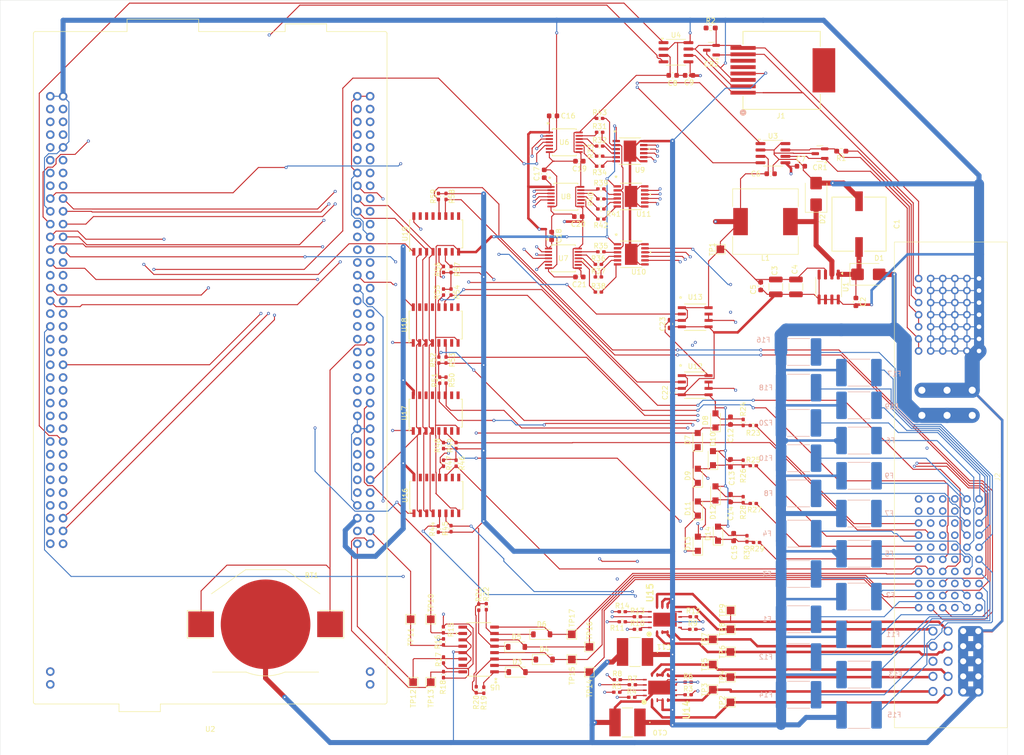
<source format=kicad_pcb>
(kicad_pcb (version 20240108) (generator "pcbnew") (generator_version "8.0")
  (layers (0 "F.Cu" signal) (1 "In1.Cu" signal) (2 "In2.Cu" signal) (31 "B.Cu" signal) (34 "B.Paste" user) (35 "F.Paste" user) (36 "B.SilkS" user "B.Silkscreen") (37 "F.SilkS" user "F.Silkscreen") (38 "B.Mask" user) (39 "F.Mask" user) (44 "Edge.Cuts" user))
  (net 0 "")
  (net 1 "Net-(BT1-+)")
  (net 2 "Net-(D1-K)")
  (net 3 "+5V")
  (net 4 "+3V3")
  (net 5 "+24V")
  (net 6 "/AI_4")
  (net 7 "/AI_3")
  (net 8 "/AI_2")
  (net 9 "/AI_1")
  (net 10 "/CAN_transceiver1/CAN_H")
  (net 11 "/CAN_transceiver1/CAN_L")
  (net 12 "/CAN_transceiver2/CAN_L")
  (net 13 "/CAN_transceiver2/CAN_H")
  (net 14 "Net-(D2-K)")
  (net 15 "/DigitalInputs/DInput_1")
  (net 16 "Net-(D3-K)")
  (net 17 "/DigitalInputs/DInput_2")
  (net 18 "Net-(D4-K)")
  (net 19 "Net-(D5-K)")
  (net 20 "/DigitalInputs/DInput_3")
  (net 21 "Net-(D6-K)")
  (net 22 "/DigitalInputs/DInput_4")
  (net 23 "Net-(F1-Pad1)")
  (net 24 "Net-(F2-Pad1)")
  (net 25 "Net-(F3-Pad1)")
  (net 26 "Net-(F4-Pad1)")
  (net 27 "Net-(F5-Pad1)")
  (net 28 "Net-(F6-Pad1)")
  (net 29 "Net-(F7-Pad1)")
  (net 30 "Net-(F8-Pad1)")
  (net 31 "Net-(F9-Pad1)")
  (net 32 "Net-(F10-Pad1)")
  (net 33 "Net-(F11-Pad1)")
  (net 34 "Net-(F12-Pad1)")
  (net 35 "Net-(F13-Pad1)")
  (net 36 "Net-(F14-Pad1)")
  (net 37 "Net-(F15-Pad1)")
  (net 38 "Net-(F16-Pad1)")
  (net 39 "Net-(F17-Pad1)")
  (net 40 "Net-(F18-Pad1)")
  (net 41 "Net-(F19-Pad1)")
  (net 42 "Net-(F20-Pad1)")
  (net 43 "/IOConnector/Out25_4")
  (net 44 "/IOConnector/Out25_2")
  (net 45 "Net-(U14-FAULT)")
  (net 46 "Net-(U14-EN1)")
  (net 47 "Net-(U14-EN2)")
  (net 48 "/IOConnector/Out25_1")
  (net 49 "/IOConnector/Out25_3")
  (net 50 "Net-(U14-ILIM)")
  (net 51 "/IOConnector/Out25_6")
  (net 52 "/IOConnector/Out25_5")
  (net 53 "Net-(U14-EN3)")
  (net 54 "/IOConnector/Out25_7")
  (net 55 "/IOConnector/Out25_8")
  (net 58 "/Analog Inputs/AI_conn1")
  (net 59 "/Analog Inputs/AI_conn4")
  (net 60 "/Analog Inputs/AI_conn2")
  (net 61 "/CAN_transceiver1/CAN_Term")
  (net 62 "/Analog Inputs/AI_conn3")
  (net 63 "/CS_1")
  (net 64 "Net-(U14-EN4)")
  (net 65 "Net-(U15-FAULT)")
  (net 66 "Net-(U15-EN1)")
  (net 67 "Net-(U15-EN2)")
  (net 68 "Net-(U15-ILIM)")
  (net 69 "/SPI_MOSI")
  (net 70 "/SPI_CLK")
  (net 71 "Net-(U15-EN3)")
  (net 72 "/SPI_MISO")
  (net 73 "/CS_2")
  (net 74 "/CS_3")
  (net 75 "/CS_4")
  (net 76 "/CAN_transceiver2/CAN_Term")
  (net 77 "/HSO25_2")
  (net 78 "/HSO25_3")
  (net 79 "/HSO25_4")
  (net 80 "/HSO25_5")
  (net 81 "/HSO25_6")
  (net 82 "/HSO25_7")
  (net 83 "/HSO25_8")
  (net 84 "/DI_4")
  (net 85 "/DI_3")
  (net 86 "/DI_2")
  (net 87 "/DI_1")
  (net 88 "Net-(U9-I{slash}O1)")
  (net 89 "Net-(U6-B1Y)")
  (net 90 "Net-(U6-B2Y)")
  (net 91 "Net-(U9-I{slash}O2)")
  (net 92 "Net-(U9-I{slash}O3)")
  (net 93 "Net-(U6-B3Y)")
  (net 94 "Net-(U9-I{slash}O4)")
  (net 95 "Net-(U6-B4Y)")
  (net 96 "Net-(U10-I{slash}O1)")
  (net 97 "Net-(U7-B1Y)")
  (net 98 "Net-(U7-B2Y)")
  (net 99 "Net-(U10-I{slash}O2)")
  (net 100 "Net-(U7-B3Y)")
  (net 101 "Net-(U10-I{slash}O3)")
  (net 102 "Net-(U10-I{slash}O4)")
  (net 103 "Net-(U7-B4Y)")
  (net 104 "Net-(U8-B1Y)")
  (net 105 "Net-(U11-I{slash}O1)")
  (net 106 "Net-(U11-I{slash}O2)")
  (net 107 "Net-(U8-B2Y)")
  (net 108 "Net-(U8-B3Y)")
  (net 109 "Net-(U11-I{slash}O3)")
  (net 110 "Net-(U8-B4Y)")
  (net 111 "Net-(U11-I{slash}O4)")
  (net 112 "Net-(U10-CE)")
  (net 115 "/DO_01_3")
  (net 118 "/DO_01_8")
  (net 120 "/DO_01_7")
  (net 129 "/DO_01_4")
  (net 135 "/DO_01_2")
  (net 141 "/DO_01_10")
  (net 148 "/PWM_1")
  (net 162 "/DO_01_11")
  (net 165 "/DO_01_5")
  (net 171 "/DO_01_12")
  (net 178 "/CAN_transceiver1/CAN_RX")
  (net 191 "/DO_01_9")
  (net 196 "/HSO25_1")
  (net 198 "/DO_01_6")
  (net 205 "/CAN_transceiver2/CAN_RX")
  (net 207 "/DO_01_1")
  (net 208 "/PWM_2")
  (net 212 "/CAN_transceiver1/CAN_TX")
  (net 214 "/CAN_transceiver2/CAN_TX")
  (net 226 "DO_01conn_2")
  (net 227 "DO_01conn_3")
  (net 228 "DO_01conn_4")
  (net 229 "DO_01conn_1")
  (net 230 "DO_01conn_9")
  (net 231 "DO_01conn_11")
  (net 232 "DO_01conn_12")
  (net 233 "DO_01conn_10")
  (net 234 "DO_01conn_5")
  (net 235 "DO_01conn_6")
  (net 236 "DO_01conn_7")
  (net 237 "DO_01conn_8")
  (net 238 "PWMconn_1")
  (net 239 "PWMconn_2")
  (net 240 "Tach_Count8")
  (net 241 "Tach_Dir8")
  (net 242 "Tach_Count7")
  (net 243 "Tach_Dir7")
  (net 244 "Tach_Dir5")
  (net 246 "Tach_Count6")
  (net 247 "Tach_Count2")
  (net 248 "Tach_Count1")
  (net 249 "Tach_Dir1")
  (net 250 "Tach_Dir2")
  (net 251 "Tach_Dir4")
  (net 252 "Tach_Count3")
  (net 253 "Tach_Count4")
  (net 254 "Tach_Dir3")
  (net 255 "Tach_Count5")
  (net 256 "Tach_Dir6")
  (net 257 "GND")
  (net 258 "Net-(U15-EN4)")
  (footprint "Resistor_SMD:R_0402_1005Metric_Pad0.72x0.64mm_HandSolder" (layer "F.Cu") (at 130.5 103.5 90)
    (property "Reference" "R48")
    (property "Value" "4.7k" (hide yes))
  )
  (footprint "Capacitor_SMD:C_0603_1608Metric" (layer "F.Cu") (at 157.475 70)
    (property "Reference" "C21")
    (property "Value" "0.1uf" (hide yes))
  )
  (footprint "Resistor_SMD:R_0402_1005Metric_Pad0.72x0.64mm_HandSolder" (layer "F.Cu") (at 130.5 149 -90)
    (property "Reference" "R18")
    (property "Value" "1k" (hide yes))
  )
  (footprint "TestPoint:TestPoint_Pad_1.5x1.5mm" (layer "F.Cu") (at 155.9737 141 90)
    (property "Reference" "TP17")
    (property "Value" "TestPoint" (hide yes))
  )
  (footprint "HyprLib:CAP_CKG57N_TDK" (layer "F.Cu") (at 167.0235 158.5 180)
    (property "Reference" "C10")
    (property "Value" "100uF")
  )
  (footprint "HyprLib:SOIC8_4X5_ONS" (layer "F.Cu") (at 180.475 78)
    (property "Reference" "U13")
    (property "Value" "FAN3122TMX" (hide yes))
  )
  (footprint "Resistor_SMD:R_0402_1005Metric_Pad0.72x0.64mm_HandSolder" (layer "F.Cu") (at 137 152 90)
    (property "Reference" "R20")
    (property "Value" "1k" (hide yes))
  )
  (footprint "Resistor_SMD:R_0402_1005Metric_Pad0.72x0.64mm_HandSolder" (layer "F.Cu") (at 166 138.5)
    (property "Reference" "R11")
    (property "Value" "10k" (hide yes))
  )
  (footprint "Capacitor_SMD:C_0603_1608Metric" (layer "F.Cu") (at 151.975 61.845 -90)
    (property "Reference" "C18")
    (property "Value" "0.1uf" (hide yes))
  )
  (footprint "Resistor_SMD:R_0402_1005Metric_Pad0.72x0.64mm_HandSolder" (layer "F.Cu") (at 190 98.9025 -90)
    (property "Reference" "R24")
    (property "Value" "1k" (hide yes))
  )
  (footprint "Diode_SMD:D_SMB" (layer "F.Cu") (at 214.85 69.475)
    (property "Reference" "D1")
    (property "Value" "SS45B")
  )
  (footprint "Resistor_SMD:R_0402_1005Metric_Pad0.72x0.64mm_HandSolder" (layer "F.Cu") (at 161.75 52.5)
    (property "Reference" "R39")
    (property "Value" "10k" (hide yes))
  )
  (footprint "HyprLib:TSSOP_0104PWR_TEX" (layer "F.Cu") (at 154.7981 54.050041)
    (property "Reference" "U8")
    (property "Value" "TXU0104PWR" (hide yes))
  )
  (footprint "Resistor_SMD:R_0603_1608Metric_Pad0.98x0.95mm_HandSolder" (layer "F.Cu") (at 183.5437 20.5325)
    (property "Reference" "R2")
    (property "Value" "120" (hide yes))
  )
  (footprint "Diode_SMD:D_SOD-123" (layer "F.Cu") (at 150 141)
    (property "Reference" "D6")
    (property "Value" "MMSZ5222BT1G" (hide yes))
  )
  (footprint "HyprLib:POWERSSO-12_STM" (layer "F.Cu") (at 167.77585 65.499999)
    (property "Reference" "U10")
    (property "Value" "VNQ500PEPTR-E" (hide yes))
  )
  (footprint "TestPoint:TestPoint_Pad_1.5x1.5mm" (layer "F.Cu") (at 187.475 144.5 90)
    (property "Reference" "TP6")
    (property "Value" "TestPoint" (hide yes))
  )
  (footprint "Resistor_SMD:R_0402_1005Metric_Pad0.72x0.64mm_HandSolder" (layer "F.Cu") (at 169 137.5)
    (property "Reference" "R13")
    (property "Value" "10k" (hide yes))
  )
  (footprint "Resistor_SMD:R_0402_1005Metric_Pad0.72x0.64mm_HandSolder" (layer "F.Cu") (at 131 86.5 90)
    (property "Reference" "R53")
    (property "Value" "4.7k" (hide yes))
  )
  (footprint "Package_SO:SOIC-8_3.9x4.9mm_P1.27mm" (layer "F.Cu") (at 195.9125 45.405)
    (property "Reference" "U3")
    (property "Value" "MCP2562-E-SN" (hide yes))
  )
  (footprint "HyprLib:QFN105P500X600X80-17N" (layer "F.Cu") (at 174.475 138.075 90)
    (property "Reference" "U15")
    (property "Value" "NIS3071MT3TWG" (hide yes))
  )
  (footprint "HyprLib:CONN_85513-5013_MOL" (layer "F.Cu") (at 197.6312 28.945 -90)
    (property "Reference" "J1")
    (property "Value" "855135013" (hide yes))
  )
  (footprint "Capacitor_SMD:C_0603_1608Metric" (layer "F.Cu") (at 195.455 49.5)
    (property "Reference" "C6")
    (property "Value" "0.1uf" (hide yes))
  )
  (footprint "Resistor_SMD:R_0402_1005Metric_Pad0.72x0.64mm_HandSolder" (layer "F.Cu") (at 129.575143 86.500887 90)
    (property "Reference" "R52")
    (property "Value" "4.7k" (hide yes))
  )
  (footprint "Resistor_SMD:R_0402_1005Metric_Pad0.72x0.64mm_HandSolder" (layer "F.Cu") (at 137.5 135.5975 -90)
    (property "Reference" "R21")
    (property "Value" "1k" (hide yes))
  )
  (footprint "TestPoint:TestPoint_Pad_1.5x1.5mm" (layer "F.Cu") (at 127.9737 138 90)
    (property "Reference" "TP10")
    (property "Value" "TestPoint" (hide yes))
  )
  (footprint "Resistor_SMD:R_0402_1005Metric_Pad0.72x0.64mm_HandSolder" (layer "F.Cu") (at 190 107 -90)
    (property "Reference" "R26")
    (property "Value" "1k" (hide yes))
  )
  (footprint "TestPoint:TestPoint_Pad_1.5x1.5mm" (layer "F.Cu") (at 183.975 147 90)
    (property "Reference" "TP5")
    (property "Value" "TestPoint" (hide yes))
  )
  (footprint "Package_SO:SOIC-16W_5.3x10.2mm_P1.27mm" (layer "F.Cu") (at 128.945 79.55 90)
    (property "Reference" "U18")
    (property "Value" "LS7466-S")
  )
  (footprint "Diode_SMD:Nexperia_CFP3_SOD-123W" (layer "F.Cu") (at 184.5 98.5 90)
    (property "Reference" "D8")
    (property "Value" "1N4148W-7-F" (hide yes))
  )
  (footprint "Capacitor_SMD:C_0603_1608Metric" (layer "F.Cu") (at 175.975 93 -90)
    (property "Reference" "C22")
    (property "Value" "1uf" (hide yes))
  )
  (footprint "TestPoint:TestPoint_Pad_1.5x1.5mm" (layer "F.Cu") (at 187.475 154.5 90)
    (property "Reference" "TP2")
    (property "Value" "TestPoint" (hide yes))
  )
  (footprint "Package_TO_SOT_SMD:SOT-23" (layer "F.Cu") (at 183.6937 24.945 180)
    (property "Reference" "CR2")
    (property "Value" "PESD1CAN_215" (hide yes))
  )
  (footprint "Capacitor_SMD:C_0603_1608Metric" (layer "F.Cu") (at 176 29.945)
    (property "Reference" "C8")
    (property "Value" "0.1uf" (hide yes))
  )
  (footprint "Resistor_SMD:R_0402_1005Metric_Pad0.72x0.64mm_HandSolder" (layer "F.Cu") (at 132 120 90)
    (property "Reference" "R45")
    (property "Value" "4.7k" (hide yes))
  )
  (footprint "Capacitor_SMD:C_0603_1608Metric" (layer "F.Cu") (at 179.25 29.945 180)
    (property "Reference" "C9")
    (property "Value" "0.1uf" (hide yes))
  )
  (footprint "Resistor_SMD:R_0402_1005Metric_Pad0.72x0.64mm_HandSolder" (layer "F.Cu") (at 166 136.5)
    (property "Reference" "R14")
    (property "Value" "10k" (hide yes))
  )
  (footprint "Resistor_SMD:R_0402_1005Metric_Pad0.72x0.64mm_HandSolder" (layer "F.Cu") (at 179.0725 150.5)
    (property "Reference" "R6")
    (property "Value" "20K" (hide yes))
  )
  (footprint "Resistor_SMD:R_0402_1005Metric_Pad0.72x0.64mm_HandSolder" (layer "F.Cu") (at 180 140)
    (property "Reference" "R9")
    (property "Value" "15K" (hide yes))
  )
  (footprint "Battery:BatteryHolder_Keystone_3002_1x2032" (layer "F.Cu") (at 95.175 139 180)
    (property "Reference" "BT1")
    (property "Value" "3002")
  )
  (footprint "Resistor_SMD:R_0402_1005Metric_Pad0.72x0.64mm_HandSolder" (layer "F.Cu") (at 132 68.5 90)
    (property "Reference" "R57")
    (property "Value" "4.7k" (hide yes))
  )
  (footprint "TestPoint:TestPoint_Pad_1.5x1.5mm" (layer "F.Cu") (at 123.9737 138 90)
    (property "Reference" "TP11")
    (property "Value" "TestPoint" (hide yes))
  )
  (footprint "Resistor_SMD:R_0402_1005Metric_Pad0.72x0.64mm_HandSolder" (layer "F.Cu") (at 131 54 -90)
    (property "Reference" "R58")
    (property "Value" "4.7k" (hide yes))
  )
  (footprint "Diode_SMD:D_SOD-123" (layer "F.Cu") (at 145.1237 148.5)
    (property "Reference" "D3")
    (property "Value" "MMSZ5222BT1G" (hide yes))
  )
  (footprint "TestPoint:TestPoint_Pad_1.5x1.5mm" (layer "F.Cu") (at 159.4737 148.5 90)
    (property "Reference" "TP14")
    (property "Value" "TestPoint" (hide yes))
  )
  (footprint "Diode_SMD:Nexperia_CFP3_SOD-123W" (layer "F.Cu") (at 185 121 90)
    (property "Reference" "D14")
    (property "Value" "1N4148W-7-F" (hide yes))
  )
  (footprint "Capacitor_SMD:C_1210_3225Metric" (layer "F.Cu") (at 196.475 71.975 -90)
    (property "Reference" "C3")
    (property "Value" "100uf 6.3V" (hide yes))
  )
  (footprint "Resistor_SMD:R_0402_1005Metric_Pad0.72x0.64mm_HandSolder" (layer "F.Cu") (at 138.5 152.0975 90)
    (property "Reference" "R19")
    (property "Value" "1k" (hide yes))
  )
  (footprint "Diode_SMD:Nexperia_CFP3_SOD-123W" (layer "F.Cu") (at 184.5 113 90)
    (property "Reference" "D12")
    (property "Value" "1N4148W-7-F" (hide yes))
  )
  (footprint "Resistor_SMD:R_0402_1005Metric_Pad0.72x0.64mm_HandSolder" (layer "F.Cu") (at 161.25 70)
    (property "Reference" "R37")
    (property "Value" "10k" (hide yes))
  )
  (footprint "Diode_SMD:Nexperia_CFP3_SOD-123W" (layer "F.Cu") (at 181 116 90)
    (property "Reference" "D11")
    (property "Value" "1N4148W-7-F" (hide yes))
  )
  (footprint "Capacitor_SMD:C_0603_1608Metric" (layer "F.Cu") (at 152.25 38 180)
    (property "Reference" "C16")
    (property "Value" "0.1uf" (hide yes))
  )
  (footprint "Diode_SMD:Nexperia_CFP3_SOD-123W" (layer "F.Cu") (at 181 123 90)
    (property "Reference" "D13")
    (property "Value" "1N4148W-7-F" (hide yes))
  )
  (footprint "Resistor_SMD:R_0402_1005Metric_Pad0.72x0.64mm_HandSolder" (layer "F.Cu") (at 130.5 68.5 90)
    (property "Reference" "R56")
    (property "Value" "4.7k" (hide yes))
  )
  (footprint "Resistor_SMD:R_0402_1005Metric_Pad0.72x0.64mm_HandSolder" (layer "F.Cu") (at 192 107.5)
    (property "Reference" "R25")
    (property "Value" "1k" (hide yes))
  )
  (footprint "Resistor_SMD:R_0402_1005Metric_Pad0.72x0.64mm_HandSolder" (layer "F.Cu") (at 130.5 107 -90)
    (property "Reference" "R47")
    (property "Value" "4.7k" (hide yes))
  )
  (footprint "Resistor_SMD:R_0402_1005Metric_Pad0.72x0.64mm_HandSolder" (layer "F.Cu") (at 192.6525 122.75)
    (property "Reference" "R29")
    (property "Value" "1k" (hide yes))
  )
  (footprint "TestPoint:TestPoint_Pad_1.5x1.5mm" (layer "F.Cu") (at 155.9737 146 90)
    (property "Reference" "TP15")
    (property "Value" "TestPoint" (hide yes))
  )
  (footprint "Package_SO:SOIC-16W_5.3x10.2mm_P1.27mm" (layer "F.Cu") (at 129.055 61.45 90)
    (property "Reference" "U19")
    (property "Value" "LS7466-S")
  )
  (footprint "Diode_SMD:Nexperia_CFP3_SOD-123W" (layer "F.Cu") (at 180.975 102.4 90)
    (property "Reference" "D7")
    (property "Value" "1N4148W-7-F" (hide yes))
  )
  (footprint "Resistor_SMD:R_0402_1005Metric_Pad0.72x0.64mm_HandSolder" (layer "F.Cu") (at 190 114.25 -90)
    (property "Reference" "R28")
    (property "Value" "1k" (hide yes))
  )
  (footprint "Resistor_SMD:R_0402_1005Metric_Pad0.72x0.64mm_HandSolder" (layer "F.Cu") (at 167.8775 153.5)
    (property "Reference" "R4")
    (property "Value" "10k" (hide yes))
  )
  (footprint "Resistor_SMD:R_0402_1005Metric_Pad0.72x0.64mm_HandSolder" (layer "F.Cu") (at 190.75 122 -90)
    (property "Reference" "R30")
    (property "Value" "1k" (hide yes))
  )
  (footprint "Capacitor_SMD:C_0603_1608Metric" (layer "F.Cu") (at 187.475 107 90)
    (property "Reference" "C13")
    (property "Value" "1uf" (hide yes))
  )
  (footprint "TestPoint:TestPoint_Pad_1.5x1.5mm" (layer "F.Cu") (at 183.975 152 90)
    (property "Reference" "TP3")
    (property "Value" "TestPoint" (hide yes))
  )
  (footprint "HyprLib:QFN105P500X600X80-17N" (layer "F.Cu") (at 173.475 151.575 90)
    (property "Reference" "U14")
    (property "Value" "NIS3071MT3TWG" (hide yes))
  )
  (footprint "Capacitor_SMD:C_0603_1608Metric" (layer "F.Cu") (at 188.11 121.68 90)
    (property "Reference" "C15")
    (property "Value" "1uf")
  )
  (footprint "TestPoint:TestPoint_Pad_1.5x1.5mm" (layer "F.Cu") (at 187.475 140 90)
    (property "Reference" "TP8")
    (property "Value" "TestPoint" (hide yes))
  )
  (footprint "Resistor_SMD:R_0402_1005Metric_Pad0.72x0.64mm_HandSolder" (layer "F.Cu") (at 161.75 54.5)
    (property "Reference" "R40")
    (property "Value" "10k" (hide yes))
  )
  (footprint "Resistor_SMD:R_0402_1005Metric_Pad0.72x0.64mm_HandSolder" (layer "F.Cu") (at 180.0975 137.5)
    (property "Reference" "R12")
    (property "Value" "20K" (hide yes))
  )
  (footprint "Capacitor_SMD:C_0603_1608Metric" (layer "F.Cu") (at 212.38 74.955 -90)
    (property "Reference" "C2")
    (property "Value" "0.1uf")
  )
  (footprint "Resistor_SMD:R_0402_1005Metric_Pad0.72x0.64mm_HandSolder" (layer "F.Cu") (at 161.5 41.25)
    (property "Reference" "R31")
    (property "Value" "10k" (hide yes))
  )
  (footprint "Resistor_SMD:R_0402_1005Metric_Pad0.72x0.64mm_HandSolder" (layer "F.Cu") (at 164.9025 152.5)
    (property "Reference" "R5")
    (property "Value" "10k" (hide yes))
  )
  (footprint "Resistor_SMD:R_0603_1608Metric_Pad0.98x0.95mm_HandSolder" (layer "F.Cu") (at 209.475 45 180)
    (property "Reference" "R1")
    (property "Value" "120" (hide yes))
  )
  (footprint "Package_TO_SOT_SMD:SOT-23" (layer "F.Cu") (at 205.25 45.5 180)
    (property "Reference" "CR1")
    (property "Value" "PESD1CAN_215" (hide yes))
  )
  (footprint "HyprLib:TSSOP_0104PWR_TEX" (layer "F.Cu") (at 154.2981 66.299971)
    (property "Reference" "U7")
    (property "Value" "TXU0104PWR" (hide yes))
  )
  (footprint "Resistor_SMD:R_0402_1005Metric_Pad0.72x0.64mm_HandSolder" (layer "F.Cu") (at 168 151)
    (property "Reference" "R7")
    (property "Value" "10k" (hide yes))
  )
  (footprint "Capacitor_SMD:C_0603_1608Metric" (layer "F.Cu") (at 150.5 49.5 -90)
    (property "Reference" "C17")
    (property "Value" "0.1uf" (hide yes))
  )
  (footprint "Module:ST_Morpho_Connector_144_STLink" (layer "F.Cu") (at 115.935 123 180)
    (property "Reference" "U2")
    (property "Value" "NUCLEO144-H743ZI")
  )
  (footprint "Capacitor_SMD:C_0603_1608Metric" (layer "F.Cu") (at 157.25 58)
    (property "Reference" "C20")
    (property "Value" "0.1uf" (hide yes))
  )
  (footprint "Resistor_SMD:R_0402_1005Metric_Pad0.72x0.64mm_HandSolder" (layer "F.Cu") (at 131 90.5 -90)
    (property "Reference" "R50")
    (property "Value" "4.7k" (hide yes))
  )
  (footprint "Diode_SMD:D_SMB" (layer "F.Cu") (at 204.475 53.5 90)
    (property "Reference" "D2")
    (property "Value" "SS45B" (hide yes))
  )
  (footprint "Capacitor_SMD:C_0603_1608Metric" (layer "F.Cu") (at 201.455 48)
    (property "Reference" "C7")
    (property "Value" "0.1uf" (hide yes))
  )
  (footprint "Resistor_SMD:R_0402_1005Metric_Pad0.72x0.64mm_HandSolder" (layer "F.Cu") (at 161.75 65)
    (property "Reference" "R35")
    (property "Value" "10k" (hide yes))
  )
  (footprint "Inductor_SMD:L_Sunlord_SWRB1204S" (layer "F.Cu") (at 194.425 59 180)
    (property "Reference" "L1")
    (property "Value" "SWRB1207S-680MT")
  )
  (footprint "Diode_SMD:Nexperia_CFP3_SOD-123W" (layer "F.Cu") (at 184 106 90)
    (property "Reference" "D10")
    (property "Value" "1N4148W-7-F" (hide yes))
  )
  (footprint "Resistor_SMD:R_0402_1005Metric_Pad0.72x0.64mm_HandSolder" (layer "F.Cu") (at 129.75 90.5 -90)
    (property "Reference" "R51")
    (property "Value" "4.7k" (hide yes))
  )
  (footprint "Resistor_SMD:R_0402_1005Metric_Pad0.72x0.64mm_HandSolder" (layer "F.Cu") (at 133 107 -90)
    (property "Reference" "R46")
    (property "Value" "4.7k" (hide yes))
  )
  (footprint "Resistor_SMD:R_0402_1005Metric_Pad0.72x0.64mm_HandSolder" (layer "F.Cu") (at 129.5 54 -90)
    (property "Reference" "R59")
    (property "Value" "4.7k" (hide yes))
  )
  (footprint "Resistor_SMD:R_0402_1005Metric_Pad0.72x0.64mm_HandSolder" (layer "F.Cu") (at 161.75 58.5)
    (property "Reference" "R42")
    (property "Value" "10k" (hide yes))
  )
  (footprint "TestPoint:TestPoint_Pad_1.5x1.5mm" (layer "F.Cu") (at 185.475 64.5 90)
    (property "Reference" "TP1")
    (property "Value" "TestPoint" (hide yes))
  )
  (footprint "HyprLib:CAP_FKS_G_PAN" (layer "F.Cu") (at 213 59.5 90)
    (property "Reference" "C1")
    (property "Value" "EEE-FK1V471SP")
  )
  (footprint "Resistor_SMD:R_0402_1005Metric_Pad0.72x0.64mm_HandSolder" (layer "F.Cu") (at 133 103.5 90)
    (property "Reference" "R49")
    (property "Value" "4.7k" (hide yes))
  )
  (footprint "Diode_SMD:Nexperia_CFP3_SOD-123W" (layer "F.Cu") (at 181 109.5 90)
    (property "Reference" "D9")
    (property "Value" "1N4148W-7-F" (hide yes))
  )
  (footprint "Resistor_SMD:R_0402_1005Metric_Pad0.72x0.64mm_HandSolder" (layer "F.Cu") (at 161.5 46)
    (property "Reference" "R33")
    (property "Value" "10k" (hide yes))
  )
  (footprint "Resistor_SMD:R_0402_1005Metric_Pad0.72x0.64mm_HandSolder" (layer "F.Cu") (at 130.5 73 -90)
    (property "Reference" "R55")
    (property "Value" "4.7k" (hide yes))
  )
  (footprint "Resistor_SMD:R_0402_1005Metric_Pad0.72x0.64mm_HandSolder" (layer "F.Cu") (at 192 115)
    (property "Reference" "R27")
    (property "Value" "1k" (hide yes))
  )
  (footprint "TestPoint:TestPoint_Pad_1.5x1.5mm" (layer "F.Cu") (at 127.9737 150.5 90)
    (property "Reference" "TP13")
    (property "Value" "TestPoint" (hide yes))
  )
  (footprint "Capacitor_SMD:C_0603_1608Metric" (layer "F.Cu") (at 175.5 79.345 -90)
    (property "Reference" "C23")
    (property "Value" "1uf" (hide yes))
  )
  (footprint "Package_SO:SOIC-16W_5.3x10.2mm_P1.27mm" (layer "F.Cu") (at 129.08 113.395 90)
    (property "Reference" "U16")
    (property "Value" "LS7466-S" (hide yes))
  )
  (footprint "HyprLib:Compactus128" (layer "F.Cu") (at 242.425 110.65 90)
    (property "Reference" "J2")
    (property "Value" "~" (hide yes))
  )
  (footprint "Resistor_SMD:R_0402_1005Metric_Pad0.72x0.64mm_HandSolder" (layer "F.Cu") (at 179.0725 153)
    (property "Reference" "R3")
    (property "Value" "15K" (hide yes))
  )
  (footprint "TestPoint:TestPoint_Pad_1.5x1.5mm" (layer "F.Cu") (at 124.4737 150.5 90)
    (property "Reference" "TP12")
    (property "Value" "TestPoint" (hide yes))
  )
  (footprint "Package_SO:SOIC-16W_5.3x10.2mm_P1.27mm" (layer "F.Cu") (at 128.945 97.05 90)
    (property "Reference" "U17")
    (property "Value" "LS7466-S")
  )
  (footprint "HyprLib:POWERSSO-12_STM" (layer "F.Cu") (at 167.72415 54.000001)
    (property "Reference" "U11")
    (property "Value" "VNQ500PEPTR-E" (hide yes))
  )
  (footprint "TestPoint:TestPoint_Pad_1.5x1.5mm" (layer "F.Cu") (at 187.5 136.25 90)
    (property "Reference" "TP9")
    (property "Value" "TestPoint" (hide yes))
  )
  (footprint "HyprLib:TSSOP_0104PWR_TEX" (layer "F.Cu") (at 154.475 43.241435)
    (property "Reference" "U6")
    (property "Value" "TXU0104PWR" (hide yes))
  )
  (footprint "Resistor_SMD:R_0402_1005Metric_Pad0.72x0.64mm_HandSolder" (layer "F.Cu") (at 165 150)
    (property "Reference" "R8")
    (property "Value" "10k" (hide yes))
  )
  (footprint "Resistor_SMD:R_0402_1005Metric_Pad0.72x0.64mm_HandSolder" (layer "F.Cu") (at 129.475 120.0975 90)
    (property "Reference" "R44")
    (property "Value" "4.7k" (hide yes))
  )
  (footprint "HyprLib:SOP-16_TCMT_VIS" (layer "F.Cu") (at 137.4737 144 180)
    (property "Reference" "U5")
    (property "Value" "TCMT4100" (hide yes))
  )
  (footprint "Resistor_SMD:R_0402_1005Metric_Pad0.72x0.64mm_HandSolder" (layer "F.Cu") (at 161.5 44)
    (property "Reference" "R32")
    (property "Value" "10k" (hide yes))
  )
  (footprint "TestPoint:TestPoint_Pad_1.5x1.5mm" (layer "F.Cu") (at 183.975 142 90)
    (property "Reference" "TP7")
    (property "Value" "TestPoint" (hide yes))
  )
  (footprint "Capacitor_SMD:C_0603_1608Metric" (layer "F.Cu") (at 187.475 113.945 90)
    (property "Reference" "C14")
    (property "Value" "1uf")
  )
  (footprint "Resistor_SMD:R_0402_1005Metric_Pad0.72x0.64mm_HandSolder" (layer "F.Cu") (at 161.5 48)
    (property "Reference" "R34")
    (property "Value" "10k" (hide yes))
  )
  (footprint "Capacitor_SMD:C_0603_1608Metric" (layer "F.Cu") (at 193.475 71.82 -90)
    (property "Reference" "C5")
    (property "Value" "1uf" (hide yes))
  )
  (footprint "Package_SO:SOIC-8_3.9x4.9mm_P1.27mm" (layer "F.Cu") (at 176.6562 25.35)
    (property "Reference" "U4")
    (property "Value" "MCP2562-E-SN" (hide yes))
  )
  (footprint "Resistor_SMD:R_0402_1005Metric_Pad0.72x0.64mm_HandSolder" (layer "F.Cu") (at 132 73 -90)
    (property "Reference" "R54")
    (property "Value" "4.7k" (hide yes))
  )
  (footprint "HyprLib:CAP_CKG57N_TDK" (layer "F.Cu") (at 168.5235 144.5 180)
    (property "Reference" "C11")
    (property "Value" "100uF")
  )
  (footprint "Resistor_SMD:R_0402_1005Metric_Pad0.72x0.64mm_HandSolder" (layer "F.Cu") (at 169 140)
    (property "Reference" "R10")
    (property "Value" "10k" (hide yes))
  )
  (footprint "Capacitor_SMD:C_0603_1608Metric" (layer "F.Cu") (at 187.475 98.545 90)
    (property "Reference" "C12")
    (property "Value" "1uf")
  )
  (footprint "Resistor_SMD:R_0402_1005Metric_Pad0.72x0.64mm_HandSolder" (layer "F.Cu") (at 161.75 56.5)
    (property "Reference" "R41")
    (property "Value" "10k" (hide yes))
  )
  (footprint "HyprLib:POWERSSO-12_STM" (layer "F.Cu") (at 167.5267 44.999998)
    (property "Reference" "U9")
    (property "Value" "VNQ500PEPTR-E" (hide yes))
  )
  (footprint "Resistor_SMD:R_0402_1005Metric_Pad0.72x0.64mm_HandSolder" (layer "F.Cu") (at 161.25 73)
    (property "Reference" "R38")
    (property "Value" "10k" (hide yes))
  )
  (footprint "HyprLib:SOIC8_4X5_ONS" (layer "F.Cu") (at 180.475 91.5)
    (property "Reference" "U12")
    (property "Value" "FAN3122TMX" (hide yes))
  )
  (footprint "Resistor_SMD:R_0402_1005Metric_Pad0.72x0.64mm_HandSolder" (layer "F.Cu") (at 130.5 146.0975 -90)
    (property "Reference" "R17")
    (property "Value" "1k" (hide yes))
  )
  (footprint "Resistor_SMD:R_0402_1005Metric_Pad0.72x0.64mm_HandSolder" (layer "F.Cu") (at 130.4737 140.0975 90)
    (property "Reference" "R15")
    (property "Value" "1k" (hide yes))
  )
  (footprint "Resistor_SMD:R_0402_1005Metric_Pad0.72x0.64mm_HandSolder" (layer "F.Cu") (at 161.5 38.5)
    (property "Reference" "R43")
    (property "Value" "10k" (hide yes))
  )
  (footprint "Package_SO:SOIC-8_3.9x4.9mm_P1.27mm" (layer "F.Cu") (at 206.975 72 -90)
    (property "Reference" "U1")
    (property "Value" "XL1509-5.0")
  )
  (footprint "Capacitor_SMD:C_0603_1608Metric" (layer "F.Cu") (at 157.475 47)
    (property "Reference" "C19")
    (property "Value" "0.1uf" (hide yes))
  )
  (footprint "Capacitor_SMD:C_1210_3225Metric" (layer "F.Cu") (at 200.475 71.975 -90)
    (property "Reference" "C4")
    (property "Value" "100uf 6.3V" (hide yes))
  )
  (footprint "Diode_SMD:D_SOD-123" (layer "F.Cu") (at 150.5 146)
    (property "Reference" "D4")
    (property "Value" "MMSZ5222BT1G" (hide yes))
  )
  (footprint "Diode_SMD:D_SOD-123" (layer "F.Cu") (at 145 143.5)
    (property "Reference" "D5")
    (property "Value" "MMSZ5222BT1G" (hide yes))
  )
  (footprint "TestPoint:TestPoint_Pad_1.5x1.5mm" (layer "F.Cu") (at 187.475 149.5 90)
    (property "Reference" "TP4")
    (property "Value" "TestPoint" (hide yes))
  )
  (footprint "Resistor_SMD:R_0402_1005Metric_Pad0.72x0.64mm_HandSolder" (layer "F.Cu") (at 130.5 142.5 90)
    (property "Reference" "R16")
    (property "Value" "1k" (hide yes))
  )
  (footprint "TestPoint:TestPoint_Pad_1.5x1.5mm" (layer "F.Cu") (at 159.4737 143.5 90)
    (property "Reference" "TP16")
    (property "Value" "TestPoint" (hide yes))
  )
  (footprint "Resistor_SMD:R_0402_1005Metric_Pad0.72x0.64mm_HandSolder" (layer "F.Cu") (at 192 99.5)
    (property "Reference" "R23")
    (property "Value" "1k" (hide yes))
  )
  (footprint "Resistor_SMD:R_0402_1005Metric_Pad0.72x0.64mm_HandSolder" (layer "F.Cu") (at 139 135.5 -90)
    (property "Reference" "R22")
    (property "Value" "1k" (hide yes))
  )
  (footprint "Resistor_SMD:R_0402_1005Metric_Pad0.72x0.64mm_HandSolder" (layer "F.Cu") (at 161.25 67.5)
    (property "Reference" "R36")
    (property "Value" "10k" (hide yes))
  )
  (footprint "Fuse:Fuse_2920_7451Metric_Pad2.10x5.45mm_HandSolder" (layer "B.Cu") (at 213 125 180)
    (property "Reference" "F5")
    (property "Value" "MF-MSMF030" (hide yes))
  )
  (footprint "Fuse:Fuse_2920_7451Metric_Pad2.10x5.45mm_HandSolder" (layer "B.Cu") (at 201 92 180)
    (property "Reference" "F18")
    (property "Value" "MF-MSMF030" (hide yes))
  )
  (footprint "Fuse:Fuse_2920_7451Metric_Pad2.10x5.45mm_HandSolder" (layer "B.Cu") (at 213 149 180)
    (property "Reference" "F13")
    (property "Value" "MF-MSMF030" (hide yes))
  )
  (footprint "Fuse:Fuse_2920_7451Metric_Pad2.10x5.45mm_HandSolder" (layer "B.Cu") (at 201 138 180)
    (property "Reference" "F1")
    (property "Value" "MF-MSMF030" (hide yes))
  )
  (footprint "Fuse:Fuse_2920_7451Metric_Pad2.10x5.45mm_HandSolder" (layer "B.Cu") (at 201.025 121 180)
    (property "Reference" "F4")
    (property "Value" "MF-MSMF030" (hide yes))
  )
  (footprint "Fuse:Fuse_2920_7451Metric_Pad2.10x5.45mm_HandSolder" (layer "B.Cu") (at 201 106 180)
    (property "Reference" "F10")
    (property "Value" "MF-MSMF030" (hide yes))
  )
  (footprint "Fuse:Fuse_2920_7451Metric_Pad2.10x5.45mm_HandSolder" (layer "B.Cu") (at 213 109.5 180)
    (property "Reference" "F9")
    (property "Value" "MF-MSMF030" (hide yes))
  )
  (footprint "Fuse:Fuse_2920_7451Metric_Pad2.10x5.45mm_HandSolder" (layer "B.Cu") (at 201 153 180)
    (property "Reference" "F14")
    (property "Value" "MF-MSMF030" (hide yes))
  )
  (footprint "Fuse:Fuse_2920_7451Metric_Pad2.10x5.45mm_HandSolder" (layer "B.Cu") (at 201 129 180)
    (property "Reference" "F3")
    (property "Value" "MF-MSMF030" (hide yes))
  )
  (footprint "Fuse:Fuse_2920_7451Metric_Pad2.10x5.45mm_HandSolder" (layer "B.Cu") (at 212.975 89 180)
    (property "Reference" "F17")
    (property "Value" "MF-MSMF030" (hide yes))
  )
  (footprint "Fuse:Fuse_2920_7451Metric_Pad2.10x5.45mm_HandSolder" (layer "B.Cu") (at 213 102.5 180)
    (property "Reference" "F6")
    (property "Value" "MF-MSMF030" (hide yes))
  )
  (footprint "Fuse:Fuse_2920_7451Metric_Pad2.10x5.45mm_HandSolder" (layer "B.Cu") (at 200.992483 84.898911 180)
    (property "Reference" "F16")
    (property "Value" "MF-MSMF030" (hide yes))
  )
  (footprint "Fuse:Fuse_2920_7451Metric_Pad2.10x5.45mm_HandSolder" (layer "B.Cu") (at 212.975 141 180)
    (property "Reference" "F11")
    (property "Value" "MF-MSMF030" (hide yes))
  )
  (footprint "Fuse:Fuse_2920_7451Metric_Pad2.10x5.45mm_HandSolder" (layer "B.Cu") (at 212.975 133.5 180)
    (property "Reference" "F2")
    (property "Value" "MF-MSMF030" (hide yes))
  )
  (footprint "Fuse:Fuse_2920_7451Metric_Pad2.10x5.45mm_HandSolder" (layer "B.Cu") (at 213 157 180)
    (property "Reference" "F15")
    (property "Value" "MF-MSMF030" (hide yes))
  )
  (footprint "Fuse:Fuse_2920_7451Metric_Pad2.10x5.45mm_HandSolder" (layer "B.Cu") (at 213 95.5 180)
    (property "Reference" "F19")
    (property "Value" "MF-MSMF030" (hide yes))
  )
  (footprint "Fuse:Fuse_2920_7451Metric_Pad2.10x5.45mm_HandSolder" (layer "B.Cu") (at 212.975 117 180)
    (property "Reference" "F7")
    (property "Value" "MF-MSMF030" (hide yes))
  )
  (footprint "Fuse:Fuse_2920_7451Metric_Pad2.10x5.45mm_HandSolder" (layer "B.Cu") (at 201 145.5 180)
    (property "Reference" "F12")
    (property "Value" "MF-MSMF030" (hide yes))
  )
  (footprint "Fuse:Fuse_2920_7451Metric_Pad2.10x5.45mm_HandSolder" (layer "B.Cu") (at 200.975 99 180)
    (property "Reference" "F20")
    (property "Value" "MF-MSMF030" (hide yes))
  )
  (footprint "Fuse:Fuse_2920_7451Metric_Pad2.10x5.45mm_HandSolder" (layer "B.Cu") (at 201 113 180)
    (property "Reference" "F8")
    (property "Value" "MF-MSMF030" (hide yes))
  )
  (gr_rect (start 42.475 15) (end 242.475 165) (stroke (width 0.05)) (fill none) (layer "Edge.Cuts"))
  (segment (start 82.375 132.375) (end 87.5 127.25) (width 0.2) (layer "F.Cu") (net 1))
  (segment (start 112.965 83.51) (end 114.785 83.51) (width 0.2) (layer "F.Cu") (net 1))
  (segment (start 107.975 128) (end 107.975 88.5) (width 0.2) (layer "F.Cu") (net 1))
  (segment (start 107.975 88.5) (end 112.965 83.51) (width 0.2) (layer "F.Cu") (net 1))
  (segment (start 114.785 83.51) (end 115.935 82.36) (width 0.2) (layer "F.Cu") (net 1))
  (segment (start 107.225 127.25) (end 107.975 128) (width 0.2) (layer "F.Cu") (net 1))
  (segment (start 82.375 139) (end 82.375 132.375) (width 0.2) (layer "F.Cu") (net 1))
  (segment (start 87.5 127.25) (end 107.225 127.25) (width 0.2) (layer "F.Cu") (net 1))
  (segment (start 107.975 139) (end 107.975 128) (width 0.2) (layer "F.Cu") (net 1))
  (segment (start 212.23 69.475) (end 208.93 69.475) (width 1) (layer "F.Cu") (net 2))
  (segment (start 213 68.705) (end 213 64.0466) (width 1) (layer "F.Cu") (net 2))
  (segment (start 212.38 74.475) (end 212.38 69.625) (width 0.2) (layer "F.Cu") (net 2))
  (segment (start 212.23 69.475) (end 213 68.705) (width 1) (layer "F.Cu") (net 2))
  (segment (start 208.93 69.475) (end 208.88 69.525) (width 0.2) (layer "F.Cu") (net 2))
  (segment (start 212.38 69.625) (end 212.23 69.475) (width 0.2) (layer "F.Cu") (net 2))
  (segment (start 196.475 70.5) (end 200.475 70.5) (width 0.2) (layer "F.Cu") (net 3))
  (segment (start 174.5 79.57) (end 174.5 80.9657) (width 0.2) (layer "F.Cu") (net 3))
  (segment (start 157.25085 64.350013) (end 158.14 63.460863) (width 0.2) (layer "F.Cu") (net 3))
  (segment (start 206.039999 68.25) (end 206.34 68.550001) (width 0.2) (layer "F.Cu") (net 3))
  (segment (start 174.5 80.9657) (end 183.1293 89.595) (width 0.2) (layer "F.Cu") (net 3))
  (segment (start 160.219227 38.5) (end 157.42775 41.291477) (width 0.2) (layer "F.Cu") (net 3))
  (segment (start 178.3414 89.595) (end 178.9208 90.1744) (width 0.2) (layer "F.Cu") (net 3))
  (segment (start 189.475 59) (end 184.5 59) (width 1) (layer "F.Cu") (net 3))
  (segment (start 178.3414 92.135) (end 177.8207 92.135) (width 0.2) (layer "F.Cu") (net 3))
  (segment (start 175.225 29.945) (end 168.774227 29.945) (width 0.2) (layer "F.Cu") (net 3))
  (segment (start 157.25085 68.249929) (end 156.346 68.249929) (width 0.2) (layer "F.Cu") (net 3))
  (segment (start 156.346 68.249929) (end 156.246 68.149929) (width 0.2) (layer "F.Cu") (net 3))
  (segment (start 177.8207 92.135) (end 176.52 92.135) (width 0.2) (layer "F.Cu") (net 3))
  (segment (start 186.475 64.5) (end 192.225 70.25) (width 0.2) (layer "F.Cu") (net 3))
  (segment (start 124.61 59.11) (end 124.61 57.9) (width 0.2) (layer "F.Cu") (net 3))
  (segment (start 126 60.5) (end 124.61 59.11) (width 0.2) (layer "F.Cu") (net 3))
  (segment (start 206.34 68.550001) (end 206.34 69.525) (width 0.2) (layer "F.Cu") (net 3))
  (segment (start 193.4375 46.04) (end 193.015 46.04) (width 0.2) (layer "F.Cu") (net 3))
  (segment (start 158.14 57.5) (end 158.14 56.389149) (width 0.2) (layer "F.Cu") (net 3))
  (segment (start 157.795 45.558643) (end 157.42775 45.191393) (width 0.2) (layer "F.Cu") (net 3))
  (segment (start 178.9208 78.0542) (end 178.9208 76.6744) (width 0.2) (layer "F.Cu") (net 3))
  (segment (start 156.346 64.350013) (end 157.25085 64.350013) (width 0.2) (layer "F.Cu") (net 3))
  (segment (start 158.14 56.389149) (end 157.75085 55.999999) (width 0.2) (layer "F.Cu") (net 3))
  (segment (start 154.5 59) (end 158.14 59) (width 0.5) (layer "F.Cu") (net 3))
  (segment (start 156.846 55.999999) (end 156.746 55.899999) (width 0.2) (layer "F.Cu") (net 3))
  (segment (start 183.1293 66.8457) (end 185.475 64.5) (width 0.2) (layer "F.Cu") (net 3))
  (segment (start 158.14 63.460863) (end 158.14 59) (width 0.2) (layer "F.Cu") (net 3))
  (segment (start 185.475 64.5) (end 185.475 63) (width 0.2) (layer "F.Cu") (net 3))
  (segment (start 185.475 64.5) (end 186.475 64.5) (width 0.2) (layer "F.Cu") (net 3))
  (segment (start 122.5 74.04) (end 122.5 64) (width 0.2) (layer "F.Cu") (net 3))
  (segment (start 158.14 59) (end 158.14 57.5) (width 0.2) (layer "F.Cu") (net 3))
  (segment (start 168.774227 29.945) (end 160.219227 38.5) (width 0.2) (layer "F.Cu") (net 3))
  (segment (start 156.246 64.450013) (end 156.346 64.350013) (width 0.2) (layer "F.Cu") (net 3))
  (segment (start 156.246 68.149929) (end 156.246 64.450013) (width 0.2) (layer "F.Cu") (net 3))
  (segment (start 192.475 70.5) (end 196.475 70.5) (width 0.2) (layer "F.Cu") (net 3))
  (segment (start 156.746 55.899999) (end 156.746 52.200083) (width 0.2) (layer "F.Cu") (net 3))
  (segment (start 176.435 78.57) (end 175.5 78.57) (width 0.2) (layer "F.Cu") (net 3))
  (segment (start 194.412499 46.04) (end 193.4375 46.04) (width 0.2) (layer "F.Cu") (net 3))
  (segment (start 124.635 109.845) (end 124.635 109.135) (width 0.5) (layer "F.Cu") (net 3))
  (segment (start 174.1812 25.985) (end 175.156199 25.985) (width 0.2) (layer "F.Cu") (net 3))
  (segment (start 178.3414 76.095) (end 177.8207 76.095) (width 0.2) (layer "F.Cu") (net 3))
  (segment (start 194.975 49.5) (end 194.975 46.602501) (width 0.2) (layer "F.Cu") (net 3))
  (segment (start 177.8207 78.635) (end 178.34 78.635) (width 0.2) (layer "F.Cu") (net 3))
  (segment (start 160.975 38.5) (end 160.219227 38.5) (width 0.2) (layer "F.Cu") (net 3))
  (segment (start 202.725 68.25) (end 206.039999 68.25) (width 0.2) (layer "F.Cu") (net 3))
  (segment (start 194.975 46.602501) (end 194.412499 46.04) (width 0.2) (layer "F.Cu") (net 3))
  (segment (start 156.4229 41.391477) (end 156.5229 41.291477) (width 0.2) (layer "F.Cu") (net 3))
  (segment (start 192.225 70.25) (end 192.475 70.5) (width 0.2) (layer "F.Cu") (net 3))
  (segment (start 200.475 70.5) (end 202.725 68.25) (width 0.2) (layer "F.Cu") (net 3))
  (segment (start 156.5229 41.291477) (end 157.42775 41.291477) (width 0.2) (layer "F.Cu") (net 3))
  (segment (start 176.5 78.635) (end 176.435 78.57) (width 0.2) (layer "F.Cu") (net 3))
  (segment (start 178.9208 91.5556) (end 178.3414 92.135) (width 0.2) (layer "F.Cu") (net 3))
  (segment (start 178.9208 76.6744) (end 178.3414 76.095) (width 0.2) (layer "F.Cu") (net 3))
  (segment (start 177.8207 78.635) (end 176.5 78.635) (width 0.2) (layer "F.Cu") (net 3))
  (segment (start 183.1293 89.595) (end 177.8207 89.595) (width 0.2) (layer "F.Cu") (net 3))
  (segment (start 193.015 46.04) (end 192.935 45.96) (width 0.2) (layer "F.Cu") (net 3))
  (segment (start 156.746 52.200083) (end 156.846 52.100083) (width 0.2) (layer "F.Cu") (net 3))
  (segment (start 124.41 75.95) (end 122.5 74.04) (width 0.2) (layer "F.Cu") (net 3))
  (segment (start 189.475 50.5) (end 189.475 59) (width 0.2) (layer "F.Cu") (net 3))
  (segment (start 196.57 70.405) (end 196.475 70.5) (width 0.2) (layer "F.Cu") (net 3))
  (segment (start 124.635 109.135) (end 122.5 107) (width 0.5) (layer "F.Cu") (net 3))
  (segment (start 178.34 78.635) (end 178.9208 78.0542) (width 0.2) (layer "F.Cu") (net 3))
  (segment (start 175.5 26.328801) (end 175.5 29.67) (width 0.2) (layer "F.Cu") (net 3))
  (segment (start 156.5229 45.191393) (end 156.4229 45.091393) (width 0.2) (layer "F.Cu") (net 3))
  (segment (start 192.225 70.25) (end 193.475 71.5) (width 0.2) (layer "F.Cu") (net 3))
  (segment (start 157.795 47) (end 157.795 45.558643) (width 0.2) (layer "F.Cu") (net 3))
  (segment (start 178.9208 90.1744) (end 178.9208 91.5556) (width 0.2) (layer "F.Cu") (net 3))
  (segment (start 156.4229 45.091393) (end 156.4229 41.391477) (width 0.2) (layer "F.Cu") (net 3))
  (segment (start 175.156199 25.985) (end 175.5 26.328801) (width 0.2) (layer "F.Cu") (net 3))
  (segment (start 185.475 63) (end 189.475 59) (width 0.2) (layer "F.Cu") (net 3))
  (segment (start 194.975 49.5) (end 190.475 49.5) (width 0.2) (layer "F.Cu") (net 3))
  (segment (start 176.52 92.135) (end 175.975 92.68) (width 0.2) (layer "F.Cu") (net 3))
  (segment (start 157.75085 55.999999) (end 156.846 55.999999) (width 0.2) (layer "F.Cu") (net 3))
  (segment (start 124.585 93.4) (end 124.585 92.585) (width 0.5) (layer "F.Cu") (net 3))
  (segment (start 183.1293 76.095) (end 183.1293 66.8457) (width 0.2) (layer "F.Cu") (net 3))
  (segment (start 157.795 68.794079) (end 157.795 70) (width 0.2) (layer "F.Cu") (net 3))
  (segment (start 183.1293 76.095) (end 177.8207 76.095) (width 0.2) (layer "F.Cu") (net 3))
  (segment (start 175.5 78.57) (end 174.5 79.57) (width 0.2) (layer "F.Cu") (net 3))
  (segment (start 177.3 76.095) (end 177.8207 76.095) (width 0.2) (layer "F.Cu") (net 3))
  (segment (start 157.75085 47.04415) (end 157.795 47) (width 0.2) (layer "F.Cu") (net 3))
  (segment (start 157.25085 68.249929) (end 157.795 68.794079) (width 0.2) (layer "F.Cu") (net 3))
  (segment (start 177.8207 89.595) (end 178.3414 89.595) (width 0.2) (layer "F.Cu") (net 3))
  (segment (start 157.42775 45.191393) (end 156.5229 45.191393) (width 0.2) (layer "F.Cu") (net 3))
  (segment (start 156.846 52.100083) (end 157.75085 52.100083) (width 0.2) (layer "F.Cu") (net 3))
  (segment (start 175.5 29.67) (end 175.225 29.945) (width 0.2) (layer "F.Cu") (net 3))
  (segment (start 190.475 49.5) (end 189.475 50.5) (width 0.2) (layer "F.Cu") (net 3))
  (segment (start 124.585 92.585) (end 122.5 90.5) (width 0.5) (layer "F.Cu") (net 3))
  (segment (start 157.75085 52.100083) (end 157.75085 47.04415) (width 0.2) (layer "F.Cu") (net 3))
  (via (at 126 60.5) (size 0.6) (drill 0.3) (layers "F.Cu" "B.Cu") (net 3))
  (via (at 154.5 59) (size 0.6) (drill 0.3) (layers "F.Cu" "B.Cu") (net 3))
  (via (at 122.5 107) (size 0.5) (drill 0.3) (layers "F.Cu" "B.Cu") (net 3))
  (via (at 122.5 64) (size 0.6) (drill 0.3) (layers "F.Cu" "B.Cu") (net 3))
  (via (at 122.5 90.5) (size 0.5) (drill 0.3) (layers "F.Cu" "B.Cu") (net 3))
  (via (at 184.5 59) (size 0.6) (drill 0.3) (layers "F.Cu" "B.Cu") (net 3))
  (segment (start 113 125.5) (end 117 125.5) (width 1) (layer "B.Cu") (net 3))
  (segment (start 117 125.5) (end 122.5 120) (width 1) (layer "B.Cu") (net 3))
  (segment (start 111 120.315) (end 111 123.5) (width 1) (layer "B.Cu") (net 3))
  (segment (start 122.5 120) (end 122.5 107) (width 1) (layer "B.Cu") (net 3))
  (segment (start 122.5 107) (end 122.5 90.5) (width 1) (layer "B.Cu") (net 3))
  (segment (start 122.5 90.5) (end 122.5 64) (width 1) (layer "B.Cu") (net 3))
  (segment (start 111 123.5) (end 113 125.5) (width 1) (layer "B.Cu") (net 3))
  (segment (start 113.395 117.92) (end 111 120.315) (width 1) (layer "B.Cu") (net 3))
  (segment (start 178.5 119.875) (end 180.975 117.4) (width 0.2) (layer "F.Cu") (net 4))
  (segment (start 149.5 60.5) (end 150.8405 60.5) (width 0.5) (layer "F.Cu") (net 4))
  (segment (start 180.42 152.25) (end 179.67 153) (width 0.2) (layer "F.Cu") (net 4))
  (segment (start 147.450083 52.100083) (end 147.35 52) (width 0.5) (layer "F.Cu") (net 4))
  (segment (start 178.565 124.435) (end 181.11 124.435) (width 0.2) (layer "F.Cu") (net 4))
  (segment (start 131.0235 138.9502) (end 135.5252 138.9502) (width 0.2) (layer "F.Cu") (net 4))
  (segment (start 135.5252 138.9502) (end 136.3737 139.7987) (width 0.2) (layer "F.Cu") (net 4))
  (segment (start 151.84535 52.100083) (end 151.84535 51.62035) (width 0.2) (layer "F.Cu") (net 4))
  (segment (start 147.75 41.25) (end 151.480773 41.25) (width 0.5) (layer "F.Cu") (net 4))
  (segment (start 178.5 124.5) (end 178.5 119.875) (width 0.2) (layer "F.Cu") (net 4))
  (segment (start 130.5 137) (end 130.5 137.5) (width 0.2) (layer "F.Cu") (net 4))
  (segment (start 200.975 48) (end 199.0775 48) (width 0.2) (layer "F.Cu") (net 4))
  (segment (start 151.52225 38.04725) (end 151.475 38) (width 0.2) (layer "F.Cu") (net 4))
  (segment (start 135.2548 147.7798) (end 131.2335 147.7798) (width 0.2) (layer "F.Cu") (net 4))
  (segment (start 151.975 62.165) (end 151.975 63.720363) (width 0.2) (layer "F.Cu") (net 4))
  (segment (start 134.8298 149.695) (end 135.475 149.0498) (width 0.2) (layer "F.Cu") (net 4))
  (segment (start 181.5 30) (end 179.49 30) (width 0.5) (layer "F.Cu") (net 4))
  (segment (start 135.475 147.7798) (end 135.2548 147.7798) (width 0.2) (layer "F.Cu") (net 4))
  (segment (start 130.4737 139.5) (end 131.0235 138.9502) (width 0.2) (layer "F.Cu") (net 4))
  (segment (start 129.5 142) (end 130.4737 142) (width 0.2) (layer "F.Cu") (net 4))
  (segment (start 182 140) (end 180.67 140) (width 0.2) (layer "F.Cu") (net 4))
  (segment (start 199.0775 48) (end 198.3875 47.31) (width 0.2) (layer "F.Cu") (net 4))
  (segment (start 151.975 63.720363) (end 151.34535 64.350013) (width 0.2) (layer "F.Cu") (net 4))
  (segment (start 151.84535 52.100083) (end 147.450083 52.100083) (width 0.5) (layer "F.Cu") (net 4))
  (segment (start 199.5 48.4225) (end 198.3875 47.31) (width 0.5) (layer "F.Cu") (net 4))
  (segment (start 179.475 27.5988) (end 179.1312 27.255) (width 0.2) (layer "F.Cu") (net 4))
  (segment (start 131.2335 147.7798) (end 130.4737 147.02) (width 0.2) (layer "F.Cu") (net 4))
  (segment (start 180.075 104.7) (end 180.975 103.8) (width 0.2) (layer "F.Cu") (net 4))
  (segment (start 151.52225 41.291477) (end 151.52225 38.04725) (width 0.2) (layer "F.Cu") (net 4))
  (segment (start 130.5 137.5) (end 130.4737 137.5263) (width 0.2) (layer "F.Cu") (net 4))
  (segment (start 147.35 41.65) (end 147.75 41.25) (width 0.5) (layer "F.Cu") (net 4))
  (segment (start 180.075 116.5) (end 180.075 111.8) (width 0.2) (layer "F.Cu") (net 4))
  (segment (start 151.975 51.970433) (end 151.84535 52.100083) (width 0.2) (layer "F.Cu") (net 4))
  (segment (start 135.475 148) (end 135.2548 147.7798) (width 0.2) (layer "F.Cu") (net 4))
  (segment (start 180.975 117.4) (end 180.075 116.5) (width 0.2) (layer "F.Cu") (net 4))
  (segment (start 151.480773 41.25) (end 151.52225 41.291477) (width 0.5) (layer "F.Cu") (net 4))
  (segment (start 180.075 110) (end 180.075 104.7) (width 0.2) (layer "F.Cu") (net 4))
  (segment (start 178.5 124.5) (end 178.565 124.435) (width 0.2) (layer "F.Cu") (net 4))
  (segment (start 179.53 29.945) (end 179.475 30) (width 0.2) (layer "F.Cu") (net 4))
  (segment (start 181 152.25) (end 180.42 152.25) (width 0.2) (layer "F.Cu") (net 4))
  (segment (start 150.8405 63.845163) (end 151.34535 64.350013) (width 0.2) (layer "F.Cu") (net 4))
  (segment (start 149.5 60.5) (end 147.35 58.35) (width 0.5) (layer "F.Cu") (net 4))
  (segment (start 199.5 49.5) (end 199.5 48.4225) (width 0.5) (layer "F.Cu") (net 4))
  (segment (start 130.4737 137.5263) (end 130.4737 139.5) (width 0.2) (layer "F.Cu") (net 4))
  (segment (start 136.3737 146.8811) (end 135.475 147.7798) (width 0.2) (layer "F.Cu") (net 4))
  (segment (start 151.84535 51.62035) (end 150.5 50.275) (width 0.2) (layer "F.Cu") (net 4))
  (segment (start 180.075 111.8) (end 180.975 110.9) (width 0.2) (layer "F.Cu") (net 4))
  (segment (start 130.4737 149.695) (end 134.8298 149.695) (width 0.2) (layer "F.Cu") (net 4))
  (segment (start 147.35 52) (end 147.35 41.65) (width 0.5) (layer "F.Cu") (net 4))
  (segment (start 180.975 110.9) (end 180.075 110) (width 0.2) (layer "F.Cu") (net 4))
  (segment (start 179.6712 29.945) (end 179.53 29.945) (width 0.2) (layer "F.Cu") (net 4))
  (segment (start 179.475 30) (end 179.475 27.5988) (width 0.2) (layer "F.Cu") (net 4))
  (segment (start 136.3737 139.7987) (end 136.3737 146.8811) (width 0.2) (layer "F.Cu") (net 4))
  (segment (start 147.35 58.35) (end 147.35 52) (width 0.5) (layer "F.Cu") (net 4))
  (segment (start 150.8405 60.5) (end 150.8405 63.845163) (width 0.2) (layer "F.Cu") (net 4))
  (segment (start 135.475 149.0498) (end 135.475 148) (width 0.2) (layer "F.Cu") (net 4))
  (segment (start 179.49 30) (end 179.435 29.945) (width 0.5) (layer "F.Cu") (net 4))
  (via (at 130.5 137) (size 0.6) (drill 0.3) (layers "F.Cu" "B.Cu") (net 4))
  (via (at 129.5 142) (size 0.6) (drill 0.3) (layers "F.Cu" "B.Cu") (net 4))
  (via (at 149.5 60.5) (size 0.6) (drill 0.3) (layers "F.Cu" "B.Cu") (net 4))
  (via (at 181.5 30) (size 0.6) (drill 0.3) (layers "F.Cu" "B.Cu") (net 4))
  (via (at 181 152.25) (size 0.6) (drill 0.3) (layers "F.Cu" "B.Cu") (net 4))
  (via (at 178.5 124.5) (size 0.6) (drill 0.3) (layers "F.Cu" "B.Cu") (net 4))
  (via (at 199.5 49.5) (size 0.6) (drill 0.3) (layers "F.Cu" "B.Cu") (net 4))
  (via (at 182 140) (size 0.6) (drill 0.3) (layers "F.Cu" "B.Cu") (net 4))
  (segment (start 137.225 119.75) (end 136.225 120.75) (width 0.2) (layer "F.Cu") (net 5))
  (segment (start 189.975 29.58) (end 194.395 29.58) (width 0.2) (layer "F.Cu") (net 5))
  (segment (start 167.5267 65.4483) (end 167.475 65.5) (width 0.5) (layer "F.Cu") (net 5))
  (segment (start 167.5267 44.999998) (end 167.5267 53.999998) (width 0.5) (layer "F.Cu") (net 5))
  (segment (start 169.526699 51.999999) (end 167.5267 53.999998) (width 0.2) (layer "F.Cu") (net 5))
  (segment (start 129.53 87.145) (end 131.03 87.145) (width 0.2) (layer "F.Cu") (net 5))
  (segment (start 169.571301 42.999999) (end 170.25085 42.999999) (width 0.2) (layer "F.Cu") (net 5))
  (segment (start 129.53 87.145) (end 129.53 89.755) (width 0.2) (layer "F.Cu") (net 5))
  (segment (start 136.975 148.441514) (end 136.575 148.841514) (width 0.2) (layer "F.Cu") (net 5))
  (segment (start 170.25085 55.999999) (end 169.526701 55.999999) (width 0.2) (layer "F.Cu") (net 5))
  (segment (start 131.975 72.45) (end 131.975 69.145) (width 0.2) (layer "F.Cu") (net 5))
  (segment (start 132.965 106.245) (end 132.975 106.255) (width 0.2) (layer "F.Cu") (net 5))
  (segment (start 169.5 158.5) (end 175.475 158.5) (width 1) (layer "F.Cu") (net 5))
  (segment (start 138.475 118.5) (end 137.225 119.75) (width 0.2) (layer "F.Cu") (net 5))
  (segment (start 130.475 106.255) (end 132.975 106.255) (width 0.2) (layer "F.Cu") (net 5))
  (segment (start 138.12 87.145) (end 138.475 87.5) (width 0.2) (layer "F.Cu") (net 5))
  (segment (start 174 148.7) (end 174.7 148) (width 0.5) (layer "F.Cu") (net 5))
  (segment (start 174 156) (end 174 154.075) (width 0.5) (layer "F.Cu") (net 5))
  (segment (start 131.03 87.145) (end 138.12 87.145) (width 0.2) (layer "F.Cu") (net 5))
  (segment (start 130.475 104.145) (end 132.965 104.145) (width 0.2) (layer "F.Cu") (net 5))
  (segment (start 175 140.575) (end 175 141.025) (width 0.2) (layer "F.Cu") (net 5))
  (segment (start 136.25 151.97) (end 136.975 152.695) (width 0.2) (layer "F.Cu") (net 5))
  (segment (start 173.95 135.575) (end 173.95 134.525) (width 0.5) (layer "F.Cu") (net 5))
  (segment (start 174 149.075) (end 174 148.7) (width 0.5) (layer "F.Cu") (net 5))
  (segment (start 138.12 104.145) (end 138.475 104.5) (width 0.2) (layer "F.Cu") (net 5))
  (segment (start 132.965 104.145) (end 132.965 106.245) (width 0.2) (layer "F.Cu") (net 5))
  (segment (start 175.475 158.5) (end 175.975 159) (width 1) (layer "F.Cu") (net 5))
  (segment (start 171.5 145) (end 171 144.5) (width 1) (layer "F.Cu") (net 5))
  (segment (start 137.475 134.9025) (end 136.855 135.5225) (width 0.2) (layer "F.Cu") (net 5))
  (segment (start 130.525 72.45) (end 130.475 72.5) (width 0.2) (layer "F.Cu") (net 5))
  (segment (start 136.25 150.5) (end 136.25 151.97) (width 0.2) (layer "F.Cu") (net 5))
  (segment (start 170.19915 67.500001) (end 169.475001 67.500001) (width 0.2) (layer "F.Cu") (net 5))
  (segment (start 129.725 89.95) (end 129.53 89.755) (width 0.2) (layer "F.Cu") (net 5))
  (segment (start 174.7 148) (end 175.975 148) (width 0.5) (layer "F.Cu") (net 5))
  (segment (start 175.975 43) (end 170.250851 43) (width 0.5) (layer "F.Cu") (net 5))
  (segment (start 138.8775 134.9025) (end 138.975 134.805) (width 0.2) (layer "F.Cu") (net 5))
  (segment (start 129.52 53.45) (end 131.03 53.45) (width 0.2) (layer "F.Cu") (net 5))
  (segment (start 167.5267 53.999998) (end 167.5267 65.4483) (width 0.5) (layer "F.Cu") (net 5))
  (segment (start 131.975 120.695) (end 136.17 120.695) (width 0.2) (layer "F.Cu") (net 5))
  (segment (start 136.575 148.841514) (end 136.575 150.175) (width 0.2) (layer "F.Cu") (net 5))
  (segment (start 138.425 53.45) (end 138.475 53.5) (width 0.2) (layer "F.Cu") (net 5))
  (segment (start 173.95 140.575) (end 175 140.575) (width 0.5) (layer "F.Cu") (net 5))
  (segment (start 194.395 29.58) (end 194.475 29.5) (width 0.2) (layer "F.Cu") (net 5))
  (segment (start 175 141.025) (end 175.975 142) (width 0.5) (layer "F.Cu") (net 5))
  (segment (start 129.475 120.695) (end 131.975 120.695) (width 0.2) (layer "F.Cu") (net 5))
  (segment (start 136.17 120.695) (end 136.225 120.75) (width 0.2) (layer "F.Cu") (net 5))
  (segment (start 131.975 69.145) (end 137.62 69.145) (width 0.2) (layer "F.Cu") (net 5))
  (segment (start 175 135.575) (end 175 134.975) (width 0.5) (layer "F.Cu") (net 5))
  (segment (start 174 154.075) (end 172.95 154.075) (width 0.2) (layer "F.Cu") (net 5))
  (segment (start 169.526701 46.999999) (end 167.5267 44.999998) (width 0.3) (layer "F.Cu") (net 5))
  (segment (start 136.975 137.25) (end 136.975 148.441514) (width 0.2) (layer "F.Cu") (net 5))
  (segment (start 174.475 134) (end 175.975 134) (width 0.5) (layer "F.Cu") (net 5))
  (segment (start 131.975 69.145) (end 130.475 69.145) (width 0.2) (layer "F.Cu") (net 5))
  (segment (start 172.95 149.075) (end 174 149.075) (width 0.5) (layer "F.Cu") (net 5))
  (segment (start 169.526699 42.999999) (end 167.5267 44.999998) (width 0.3) (layer "F.Cu") (net 5))
  (segment (start 137.62 69.145) (end 138.475 70) (width 0.2) (layer "F.Cu") (net 5))
  (segment (start 137.475 134.9025) (end 137.475 120) (width 0.2) (layer "F.Cu") (net 5))
  (segment (start 137.475 120) (end 137.225 119.75) (width 0.2) (layer "F.Cu") (net 5))
  (segment (start 136.855 137.13) (end 136.975 137.25) (width 0.2) (layer "F.Cu") (net 5))
  (segment (start 132.965 104.145) (end 138.12 104.145) (width 0.2) (layer "F.Cu") (net 5))
  (segment (start 136.575 150.175) (end 136.25 150.5) (width 0.2) (layer "F.Cu") (net 5))
  (segment (start 131.975 72.45) (end 130.525 72.45) (width 0.2) (layer "F.Cu") (net 5))
  (segment (start 175.975 156) (end 174 156) (width 0.5) (layer "F.Cu") (net 5))
  (segment (start 131.03 89.95) (end 129.725 89.95) (width 0.2) (layer "F.Cu") (net 5))
  (segment (start 179.67 150.5) (end 180.975 150.5) (width 0.2) (layer "F.Cu") (net 5))
  (segment (start 170.250851 43) (end 170.25085 42.999999) (width 0.2) (layer "F.Cu") (net 5))
  (segment (start 219.975 69.5) (end 217.475 69.5) (width 1) (layer "F.Cu") (net 5))
  (segment (start 175 134.975) (end 175.975 134) (width 0.5) (layer "F.Cu") (net 5))
  (segment (start 173.95 134.525) (end 174.475 134) (width 0.5) (layer "F.Cu") (net 5))
  (segment (start 169.475001 67.500001) (end 167.475 65.5) (width 0.2) (layer "F.Cu") (net 5))
  (segment (start 170.25085 46.999999) (end 169.526701 46.999999) (width 0.2) (layer "F.Cu") (net 5))
  (segment (start 169.526701 55.999999) (end 167.5267 53.999998) (width 0.2) (layer "F.Cu") (net 5))
  (segment (start 170.25085 51.999999) (end 169.526699 51.999999) (width 0.2) (layer "F.Cu") (net 5))
  (segment (start 169.474999 63.500001) (end 167.475 65.5) (width 0.2) (layer "F.Cu") (net 5))
  (segment (start 170.19915 63.500001) (end 169.474999 63.500001) (width 0.2) (layer "F.Cu") (net 5))
  (segment (start 175.975 145) (end 171.5 145) (width 1) (layer "F.Cu") (net 5))
  (segment (start 136.855 135.5225) (end 136.855 137.13) (width 0.2) (layer "F.Cu") (net 5))
  (segment (start 137.475 134.9025) (end 138.8775 134.9025) (width 0.2) (layer "F.Cu") (net 5))
  (segment (start 131.03 53.45) (end 138.425 53.45) (width 0.2) (layer "F.Cu") (net 5))
  (segment (start 136.975 152.695) (end 138.475 152.695) (width 0.2) (layer "F.Cu") (net 5))
  (segment (start 181.5725 138.5) (end 180.5725 137.5) (width 0.2) (layer "F.Cu") (net 5))
  (segment (start 182 138.5) (end 181.5725 138.5) (width 0.2) (layer "F.Cu") (net 5))
  (segment (start 169.571301 42.999999) (end 169.526699 42.999999) (width 0.2) (layer "F.Cu") (net 5))
  (via (at 175.975 145) (size 0.6) (drill 0.3) (layers "F.Cu" "B.Cu") (net 5))
  (via (at 175.975 134) (size 0.6) (drill 0.3) (layers "F.Cu" "B.Cu") (net 5))
  (via (at 182 138.5) (size 0.6) (drill 0.3) (layers "F.Cu" "B.Cu") (net 5))
  (via (at 175.975 43) (size 0.6) (drill 0.3) (layers "F.Cu" "B.Cu") (net 5))
  (via (at 138.475 70) (size 0.6) (drill 0.3) (layers "F.Cu" "B.Cu") (net 5))
  (via (at 138.475 104.5) (size 0.6) (drill 0.3) (layers "F.Cu" "B.Cu") (net 5))
  (via (at 219.975 69.5) (size 0.6) (drill 0.3) (layers "F.Cu" "B.Cu") (net 5))
  (via (at 194.475 29.5) (size 0.6) (drill 0.3) (layers "F.Cu" "B.Cu") (net 5))
  (via (at 175.975 142) (size 0.6) (drill 0.3) (layers "F.Cu" "B.Cu") (net 5))
  (via (at 175.975 148) (size 0.6) (drill 0.3) (layers "F.Cu" "B.Cu") (net 5))
  (via (at 138.475 53.5) (size 0.6) (drill 0.3) (layers "F.Cu" "B.Cu") (net 5))
  (via (at 138.475 118.5) (size 0.6) (drill 0.3) (layers "F.Cu" "B.Cu") (net 5))
  (via (at 138.475 87.5) (size 0.6) (drill 0.3) (layers "F.Cu" "B.Cu") (net 5))
  (via (at 175.975 159) (size 0.6) (drill 0.3) (layers "F.Cu" "B.Cu") (net 5))
  (via (at 175.975 156) (size 0.6) (drill 0.3) (layers "F.Cu" "B.Cu") (net 5))
  (via (at 180.975 150.5) (size 0.6) (drill 0.3) (layers "F.Cu" "B.Cu") (net 5))
  (segment (start 197.5 84.92825) (end 197.5 89) (width 2) (layer "B.Cu") (net 5))
  (segment (start 219.975 80.5) (end 219.975 69.5) (width 1) (layer "B.Cu") (net 5))
  (segment (start 209 134) (end 197.525 134) (width 0.5) (layer "B.Cu") (net 5))
  (segment (start 191.475 32.5) (end 194.475 29.5) (width 0.2) (layer "B.Cu") (net 5))
  (segment (start 209 125.5) (end 208 124.5) (width 1) (layer "B.Cu") (net 5))
  (segment (start 138.475 118.5) (end 138.475 104.5) (width 1) (layer "B.Cu") (net 5))
  (segment (start 197.475 96) (end 197.475 99.975) (width 2) (layer "B.Cu") (net 5))
  (segment (start 197.525 141.5) (end 197.525 144.975) (width 2) (layer "B.Cu") (net 5))
  (segment (start 198.525 80.5) (end 197.5 81.525) (width 2.5) (layer "B.Cu") (net 5))
  (segment (start 175.975 43) (end 186.475 32.5) (width 0.2) (layer "B.Cu") (net 5))
  (segment (start 197.5 158.975) (end 197.475 159) (width 1) (layer "B.Cu") (net 5))
  (segment (start 197.525 144.975) (end 197.5 145) (width 2) (layer "B.Cu") (net 5))
  (segment (start 209 149) (end 197.525 149) (width 0.5) (layer "B.Cu") (net 5))
  (segment (start 175.975 142) (end 175.975 145) (width 1) (layer "B.Cu") (net 5))
  (segment (start 138.475 70) (end 138.475 53.5) (width 1) (layer "B.Cu") (net 5))
  (segment (start 225.475 97.5) (end 230.475 97.5) (width 3) (layer "B.Cu") (net 5))
  (segment (start 197.525 158.95) (end 197.525 149) (width 2) (layer "B.Cu") (net 5))
  (segment (start 197.5 158.975) (end 201.025 158.975) (width 1) (layer "B.Cu") (net 5))
  (segment (start 197.5 81.525) (end 197.5 84.92825) (width 2.5) (layer "B.Cu") (net 5))
  (segment (start 197.525 122.5) (end 197.525 134) (width 2) (layer "B.Cu") (net 5))
  (segment (start 209 141.5) (end 197.525 141.5) (width 0.5) (layer "B.Cu") (net 5))
  (segment (start 209.475 96) (end 208.975 95.5) (width 1) (layer "B.Cu") (net 5))
  (segment (start 219.975 80.5) (end 209.475 80.5) (width 2.5) (layer "B.Cu") (net 5))
  (segment (start 198 88.5) (end 197.5 89) (width 0.2) (layer "B.Cu") (net 5))
  (segment (start 197.5 158.975) (end 197.525 158.95) (width 2) (layer "B.Cu") (net 5))
  (segment (start 144.475 124.5) (end 138.475 118.5) (width 1) (layer "B.Cu") (net 5))
  (segment (start 197.475 159) (end 175.975 159) (width 1) (layer "B.Cu") (net 5))
  (segment (start 175.975 138) (end 175.975 142) (width 1) (layer "B.Cu") (net 5))
  (segment (start 209.475 117) (end 197.5 117) (width 1) (layer "B.Cu") (net 5))
  (segment (start 186.475 32.5) (end 191.475 32.5) (width 0.2) (layer "B.Cu") (net 5))
  (segment (start 197.5 122.475) (end 197.525 122.5) (width 2) (layer "B.Cu") (net 5))
  (segment (start 197.525 129.975) (end 197.5 130) (width 2) (layer "B.Cu") (net 5))
  (segment (start 225.475 97.5) (end 224.475 97.5) (width 0.2) (layer "B.Cu") (net 5))
  (segment (start 197.5 100) (end 197.5 103.5) (width 2) (layer "B.Cu") (net 5))
  (segment (start 175.975 148) (end 175.975 150.5) (width 1) (layer "B.Cu") (net 5))
  (segment (start 175.975 150.5) (end 180.975 150.5) (width 0.2) (layer "B.Cu") (net 5))
  (segment (start 175.975 134) (end 175.975 138) (width 1) (layer "B.Cu") (net 5))
  (segment (start 197.5 89) (end 197.5 92.42825) (width 2) (layer "B.Cu") (net 5))
  (segment (start 224.475 97.5) (end 221.975 95) (width 3) (layer "B.Cu") (net 5))
  (segment (start 197.525 122.5) (end 197.525 149) (width 2) (layer "B.Cu") (net 5))
  (segment (start 197.525 134) (end 197.525 137.40325) (width 2) (layer "B.Cu") (net 5))
  (segment (start 197.975 95.5) (end 197.475 96) (width 1) (layer "B.Cu") (net 5))
  (segment (start 208.475 102.5) (end 198.5 102.5) (width 0.5) (layer "B.Cu") (net 5))
  (segment (start 197.5 109.5) (end 209.5 109.5) (width 0.5) (layer "B.Cu") (net 5))
  (segment (start 208 124.5) (end 197.525 124.5) (width 0.5) (layer "B.Cu") (net 5))
  (segment (start 182 138.5) (end 176.475 138.5) (width 0.2) (layer "B.Cu") (net 5))
  (segment (start 201.025 158.975) (end 202.5 157.5) (width 1) (layer "B.Cu") (net 5))
  (segment (start 197.475 99.975) (end 197.5 100) (width 0.2) (layer "B.Cu") (net 5))
  (segment (start 208.975 95.5) (end 197.975 95.5) (width 0.5) (layer "B.Cu") (net 5))
  (segment (start 197.5 109.5) (end 197.5 117) (width 2) (layer "B.Cu") (net 5))
  (segment (start 209.475 88.5) (end 198 88.5) (width 0.5) (layer "B.Cu") (net 5))
  (segment (start 175.975 124.5) (end 144.475 124.5) (width 1) (layer "B.Cu") (net 5))
  (segment (start 175.975 124.5) (end 175.975 43) (width 1) (layer "B.Cu") (net 5))
  (segment (start 202.5 157.5) (end 209 157.5) (width 1) (layer "B.Cu") (net 5))
  (segment (start 230.475 97.5) (end 235.475 97.5) (width 3) (layer "B.Cu") (net 5))
  (segment (start 176.475 138.5) (end 175.975 138) (width 0.2) (layer "B.Cu") (net 5))
  (segment (start 209.475 103.5) (end 208.475 102.5) (width 1) (layer "B.Cu") (net 5))
  (segment (start 138.475 87.5) (end 138.475 70) (width 1) (layer "B.Cu") (net 5))
  (segment (start 197.525 122.5) (end 197.525 129.975) (width 2) (layer "B.Cu") (net 5))
  (segment (start 175.975 150.5) (end 175.975 156) (width 1) (layer "B.Cu") (net 5))
  (segment (start 197.475 92.5) (end 197.475 96) (width 2) (layer "B.Cu") (net 5))
  (segment (start 197.5 107.5) (end 197.5 109.5) (width 2) (layer "B.Cu") (net 5))
  (segment (start 221.975 82.5) (end 219.975 80.5) (width 3) (layer "B.Cu") (net 5))
  (segment (start 197.5 117) (end 197.5 122.475) (width 2) (layer "B.Cu") (net 5))
  (segment (start 197.525 124.5) (end 197.525 141.5) (width 2) (layer "B.Cu") (net 5))
  (segment (start 175.975 156) (end 175.975 159) (width 1) (layer "B.Cu") (net 5))
  (segment (start 197.525 122.5) (end 197.525 124.5) (width 2) (layer "B.Cu") (net 5))
  (segment (start 197.5 103.5) (end 197.5 107.42825) (width 2) (layer "B.Cu") (net 5))
  (segment (start 175.975 145) (end 175.975 148) (width 1) (layer "B.Cu") (net 5))
  (segment (start 221.975 95) (end 221.975 82.5) (width 3) (layer "B.Cu") (net 5))
  (segment (start 197.525 137.40325) (end 197.5 137.42825) (width 2) (layer "B.Cu") (net 5))
  (segment (start 198.5 102.5) (end 197.5 103.5) (width 1) (layer "B.Cu") (net 5))
  (segment (start 138.475 104.5) (end 138.475 87.5) (width 1) (layer "B.Cu") (net 5))
  (segment (start 209.475 80.5) (end 198.525 80.5) (width 2.5) (layer "B.Cu") (net 5))
  (segment (start 175.975 124.5) (end 175.975 134) (width 1) (layer "B.Cu") (net 5))
  (segment (start 180.975 101) (end 137 101) (width 0.2) (layer "F.Cu") (net 6))
  (segment (start 82.41 73.59) (end 53.825 73.59) (width 0.2) (layer "F.Cu") (net 6))
  (segment (start 188.005 99.395) (end 187.475 98.865) (width 0.2) (layer "F.Cu") (net 6))
  (segment (start 189.975 99.395) (end 188.005 99.395) (width 0.2) (layer "F.Cu") (net 6))
  (segment (start 53.825 73.59) (end 52.435 72.2) (width 0.2) (layer "F.Cu") (net 6))
  (segment (start 185.08 99.395) (end 184.475 100) (width 0.2) (layer "F.Cu") (net 6))
  (segment (start 181.975 100) (end 180.975 101) (width 0.2) (layer "F.Cu") (net 6))
  (segment (start 191.2975 99.395) (end 191.4025 99.5) (width 0.2) (layer "F.Cu") (net 6))
  (segment (start 83.825735 72.174265) (end 82.41 73.59) (width 0.2) (layer "F.Cu") (net 6))
  (segment (start 189.975 99.395) (end 185.08 99.395) (width 0.2) (layer "F.Cu") (net 6))
  (segment (start 189.975 99.395) (end 191.2975 99.395) (width 0.2) (layer "F.Cu") (net 6))
  (segment (start 184.475 100) (end 181.975 100) (width 0.2) (layer "F.Cu") (net 6))
  (via (at 83.825735 72.174265) (size 0.6) (drill 0.3) (layers "F.Cu" "B.Cu") (net 6))
  (via (at 137 101) (size 0.6) (drill 0.3) (layers "F.Cu" "B.Cu") (net 6))
  (segment (start 183.975 107.4) (end 186.475 107.4) (width 0.2) (layer "F.Cu") (net 7))
  (segment (start 186.555 107.32) (end 187.475 107.32) (width 0.2) (layer "F.Cu") (net 7))
  (segment (start 191.17 107.35) (end 191.475 107.655) (width 0.2) (layer "F.Cu") (net 7))
  (segment (start 187.475 107.32) (end 189.7225 107.32) (width 0.2) (layer "F.Cu") (net 7))
  (segment (start 183.275 108.1) (end 183.975 107.4) (width 0.2) (layer "F.Cu") (net 7))
  (segment (start 186.475 107.4) (end 186.555 107.32) (width 0.2) (layer "F.Cu") (net 7))
  (segment (start 181.1 108.1) (end 183 110) (width 0.2) (layer "F.Cu") (net 7))
  (segment (start 180.975 108.1) (end 181.1 108.1) (width 0.2) (layer "F.Cu") (net 7))
  (segment (start 187.475 107.478456) (end 187.475 107.32) (width 0.2) (layer "F.Cu") (net 7))
  (segment (start 190.2475 107.35) (end 191.17 107.35) (width 0.2) (layer "F.Cu") (net 7))
  (segment (start 189.7225 107.32) (end 190 107.5975) (width 0.2) (layer "F.Cu") (net 7))
  (segment (start 180.975 108.1) (end 183.275 108.1) (width 0.2) (layer "F.Cu") (net 7))
  (segment (start 186.475 107.4) (end 186.498456 107.4) (width 0.2) (layer "F.Cu") (net 7))
  (segment (start 190 107.5975) (end 190.2475 107.35) (width 0.2) (layer "F.Cu") (net 7))
  (via (at 165 130) (size 0.6) (drill 0.3) (layers "F.Cu" "B.Cu") (net 7))
  (via (at 122.5 129.5) (size 0.6) (drill 0.3) (layers "F.Cu" "B.Cu") (net 7))
  (via (at 183 110) (size 0.6) (drill 0.3) (layers "F.Cu" "B.Cu") (net 7))
  (segment (start 51.285 124.21) (end 51.285 80.97) (width 0.2) (layer "B.Cu") (net 7))
  (segment (start 51.285 80.97) (end 52.435 79.82) (width 0.2) (layer "B.Cu") (net 7))
  (segment (start 122.5 129.5) (end 56.575 129.5) (width 0.2) (layer "B.Cu") (net 7))
  (segment (start 56.575 129.5) (end 51.285 124.21) (width 0.2) (layer "B.Cu") (net 7))
  (segment (start 184.475 114.4) (end 184.61 114.265) (width 0.2) (layer "F.Cu") (net 8))
  (segment (start 189.975 114.795) (end 188.005 114.795) (width 0.2) (layer "F.Cu") (net 8))
  (segment (start 190.28 115.1) (end 189.975 114.795) (width 0.2) (layer "F.Cu") (net 8))
  (segment (start 191.475 115.1) (end 190.28 115.1) (width 0.2) (layer "F.Cu") (net 8))
  (segment (start 180.975 114.6) (end 183.775 114.6) (width 0.2) (layer "F.Cu") (net 8))
  (segment (start 182.5 116.125) (end 180.975 114.6) (width 0.2) (layer "F.Cu") (net 8))
  (segment (start 182.5 119.21) (end 182.5 116.125) (width 0.2) (layer "F.Cu") (net 8))
  (segment (start 183.775 114.6) (end 183.975 114.4) (width 0.2) (layer "F.Cu") (net 8))
  (segment (start 181.71 120) (end 182.5 119.21) (width 0.2) (layer "F.Cu") (net 8))
  (segment (start 183.975 114.4) (end 184.475 114.4) (width 0.2) (layer "F.Cu") (net 8))
  (segment (start 184.61 114.265) (end 187.475 114.265) (width 0.2) (layer "F.Cu") (net 8))
  (segment (start 188.005 114.795) (end 187.475 114.265) (width 0.2) (layer "F.Cu") (net 8))
  (via (at 181.71 120) (size 0.6) (drill 0.3) (layers "F.Cu" "B.Cu") (net 8))
  (segment (start 188.11 122) (end 188.475 122) (width 0.2) (layer "F.Cu") (net 9))
  (segment (start 181.11 121.635) (end 181.475 122) (width 0.2) (layer "F.Cu") (net 9))
  (segment (start 185.11 122.135) (end 187.975 122.135) (width 0.2) (layer "F.Cu") (net 9))
  (segment (start 187.975 122.135) (end 188.11 122) (width 0.2) (layer "F.Cu") (net 9))
  (segment (start 191.805 122.53) (end 192.11 122.835) (width 0.2) (layer "F.Cu") (net 9))
  (segment (start 190.61 122.53) (end 191.805 122.53) (width 0.2) (layer "F.Cu") (net 9))
  (segment (start 189.005 122.53) (end 190.61 122.53) (width 0.2) (layer "F.Cu") (net 9))
  (segment (start 188.475 122) (end 189.005 122.53) (width 0.2) (layer "F.Cu") (net 9))
  (segment (start 181.11 121.635) (end 184.61 121.635) (width 0.2) (layer "F.Cu") (net 9))
  (segment (start 184.61 121.635) (end 185.11 122.135) (width 0.2) (layer "F.Cu") (net 9))
  (segment (start 181 119) (end 181.11 119.11) (width 0.2) (layer "F.Cu") (net 9))
  (segment (start 181.11 119.11) (end 181.11 121.635) (width 0.2) (layer "F.Cu") (net 9))
  (via (at 181 119) (size 0.6) (drill 0.3) (layers "F.Cu" "B.Cu") (net 9))
  (segment (start 209.8125 46.25) (end 208.5625 45) (width 0.2) (layer "F.Cu") (net 10))
  (segment (start 203.155 44.77) (end 198.3875 44.77) (width 0.2) (layer "F.Cu") (net 10))
  (segment (start 222.975 55.975) (end 213.25 46.25) (width 0.2) (layer "F.Cu") (net 10))
  (segment (start 206.1875 44.55) (end 208.1125 44.55) (width 0.2) (layer "F.Cu") (net 10))
  (segment (start 224.825 77.5) (end 222.975 75.65) (width 0.2) (layer "F.Cu") (net 10))
  (segment (start 208.1125 44.55) (end 208.5625 45) (width 0.2) (layer "F.Cu") (net 10))
  (segment (start 224.825 79.9) (end 224.825 77.5) (width 0.2) (layer "F.Cu") (net 10))
  (segment (start 222.975 75.65) (end 222.975 55.975) (width 0.2) (layer "F.Cu") (net 10))
  (segment (start 213.25 46.25) (end 209.8125 46.25) (width 0.2) (layer "F.Cu") (net 10))
  (segment (start 203.375 44.55) (end 203.155 44.77) (width 0.2) (layer "F.Cu") (net 10))
  (segment (start 206.1875 44.55) (end 203.375 44.55) (width 0.2) (layer "F.Cu") (net 10))
  (segment (start 203.0125 46.45) (end 202.78125 46.21875) (width 0.2) (layer "F.Cu") (net 11))
  (segment (start 222.575 56.325) (end 222.575 80.05) (width 0.2) (layer "F.Cu") (net 11))
  (segment (start 206.1875 46.45) (end 203.0125 46.45) (width 0.2) (layer "F.Cu") (net 11))
  (segment (start 215.25 49) (end 222.575 56.325) (width 0.2) (layer "F.Cu") (net 11))
  (segment (start 224.825 84.7) (end 224.825 82.3) (width 0.2) (layer "F.Cu") (net 11))
  (segment (start 202.6025 46.04) (end 202.78125 46.21875) (width 0.2) (layer "F.Cu") (net 11))
  (segment (start 198.3875 46.04) (end 202.6025 46.04) (width 0.2) (layer "F.Cu") (net 11))
  (segment (start 206.1875 46.45) (end 208.7375 49) (width 0.2) (layer "F.Cu") (net 11))
  (segment (start 222.575 80.05) (end 224.825 82.3) (width 0.2) (layer "F.Cu") (net 11))
  (segment (start 208.7375 49) (end 215.25 49) (width 0.2) (layer "F.Cu") (net 11))
  (segment (start 194.17045 25.77) (end 201.79045 33.39) (width 0.2) (layer "F.Cu") (net 12))
  (segment (start 201.865 33.39) (end 193.975 33.39) (width 0.2) (layer "F.Cu") (net 12))
  (segment (start 223.775 71.65) (end 223.775 55.3) (width 0.2) (layer "F.Cu") (net 12))
  (segment (start 187.8541 33.39) (end 180.4491 25.985) (width 0.2) (layer "F.Cu") (net 12))
  (segment (start 224.825 72.7) (end 223.775 71.65) (width 0.2) (layer "F.Cu") (net 12))
  (segment (start 180.4491 25.985) (end 179.1312 25.985) (width 0.2) (layer "F.Cu") (net 12))
  (segment (start 193.975 33.39) (end 189.975 33.39) (width 0.2) (layer "F.Cu") (net 12))
  (segment (start 189.975 25.77) (end 194.17045 25.77) (width 0.2) (layer "F.Cu") (net 12))
  (segment (start 184.6312 25.895) (end 189.85 25.895) (width 0.2) (layer "F.Cu") (net 12))
  (segment (start 201.79045 33.39) (end 193.975 33.39) (width 0.2) (layer "F.Cu") (net 12))
  (segment (start 189.85 25.895) (end 189.975 25.77) (width 0.2) (layer "F.Cu") (net 12))
  (segment (start 223.775 55.3) (end 201.865 33.39) (width 0.2) (layer "F.Cu") (net 12))
  (segment (start 189.975 33.39) (end 187.8541 33.39) (width 0.2) (layer "F.Cu") (net 12))
  (segment (start 187.8541 32.12) (end 180.4491 24.715) (width 0.2) (layer "F.Cu") (net 13))
  (segment (start 184.6312 23.995) (end 189.47 23.995) (width 0.2) (layer "F.Cu") (net 13))
  (segment (start 180.4491 24.715) (end 179.1312 24.715) (width 0.2) (layer "F.Cu") (net 13))
  (segment (start 184.6312 20.7075) (end 184.4562 20.5325) (width 0.2) (layer "F.Cu") (net 13))
  (segment (start 194.337901 24.5) (end 189.975 24.5) (width 0.2) (layer "F.Cu") (net 13))
  (segment (start 184.6312 23.995) (end 181.1691 23.995) (width 0.2) (layer "F.Cu") (net 13))
  (segment (start 184.6312 23.995) (end 184.6312 20.7075) (width 0.2) (layer "F.Cu") (net 13))
  (segment (start 224.825 54.987099) (end 194.337901 24.5) (width 0.2) (layer "F.Cu") (net 13))
  (segment (start 181.1691 23.995) (end 180.4491 24.715) (width 0.2) (layer "F.Cu") (net 13))
  (segment (start 189.975 32.12) (end 187.8541 32.12) (width 0.2) (layer "F.Cu") (net 13))
  (segment (start 189.47 23.995) (end 189.975 24.5) (width 0.2) (layer "F.Cu") (net 13))
  (segment (start 224.825 70.3) (end 224.825 54.987099) (width 0.2) (layer "F.Cu") (net 13))
  (segment (start 204.475 63.725) (end 204.475 59) (width 1) (layer "F.Cu") (net 14))
  (segment (start 204.475 59) (end 199.375 59) (width 1) (layer "F.Cu") (net 14))
  (segment (start 207.61 66.86) (end 204.475 63.725) (width 1) (layer "F.Cu") (net 14))
  (segment (start 207.61 69.525) (end 207.61 66.86) (width 1) (layer "F.Cu") (net 14))
  (segment (start 204.475 59) (end 204.475 55.65) (width 1) (layer "F.Cu") (net 14))
  (segment (start 214 130.1) (end 168.570758 130.1) (width 0.2) (layer "F.Cu") (net 15))
  (segment (start 145.4487 147.175) (end 146.7737 148.5) (width 0.2) (layer "F.Cu") (net 15))
  (segment (start 219.6 135.7) (end 214 130.1) (width 0.2) (layer "F.Cu") (net 15))
  (segment (start 168.570758 130.1) (end 162.4 136.270758) (width 0.2) (layer "F.Cu") (net 15))
  (segment (start 140.6233 147.175) (end 145.4487 147.175) (width 0.2) (layer "F.Cu") (net 15))
  (segment (start 162.4 145.5737) (end 159.4737 148.5) (width 0.2) (layer "F.Cu") (net 15))
  (segment (start 224.825 135.7) (end 219.6 135.7) (width 0.2) (layer "F.Cu") (net 15))
  (segment (start 162.4 136.270758) (end 162.4 145.5737) (width 0.2) (layer "F.Cu") (net 15))
  (segment (start 159.4737 148.5) (end 146.7737 148.5) (width 0.2) (layer "F.Cu") (net 15))
  (segment (start 138.475 151.5) (end 138.475 150.5933) (width 0.2) (layer "F.Cu") (net 16))
  (segment (start 142.9737 148.5) (end 142.9187 148.445) (width 0.2) (layer "F.Cu") (net 16))
  (segment (start 138.475 150.5933) (end 140.6233 148.445) (width 0.2) (layer "F.Cu") (net 16))
  (segment (start 142.9187 148.445) (end 140.6233 148.445) (width 0.2) (layer "F.Cu") (net 16))
  (segment (start 143.4737 148.5) (end 142.9737 148.5) (width 0.2) (layer "F.Cu") (net 16))
  (segment (start 224.625 133.5) (end 224.825 133.3) (width 0.2) (layer "F.Cu") (net 17))
  (segment (start 155.9737 146) (end 159.0737 146) (width 0.2) (layer "F.Cu") (net 17))
  (segment (start 168.405072 129.7) (end 214.165686 129.7) (width 0.2) (layer "F.Cu") (net 17))
  (segment (start 159.0737 146) (end 162 143.0737) (width 0.2) (layer "F.Cu") (net 17))
  (segment (start 162 136.105072) (end 168.405072 129.7) (width 0.2) (layer "F.Cu") (net 17))
  (segment (start 140.6233 144.635) (end 150.6087 144.635) (width 0.2) (layer "F.Cu") (net 17))
  (segment (start 214.165686 129.7) (end 217.965686 133.5) (width 0.2) (layer "F.Cu") (net 17))
  (segment (start 151.9737 146) (end 155.9737 146) (width 0.2) (layer "F.Cu") (net 17))
  (segment (start 162 143.0737) (end 162 136.105072) (width 0.2) (layer "F.Cu") (net 17))
  (segment (start 217.965686 133.5) (end 224.625 133.5) (width 0.2) (layer "F.Cu") (net 17))
  (segment (start 150.6087 144.635) (end 151.9737 146) (width 0.2) (layer "F.Cu") (net 17))
  (segment (start 140.7183 146) (end 140.6233 145.905) (width 0.2) (layer "F.Cu") (net 18))
  (segment (start 140.0772 145.905) (end 140.6233 145.905) (width 0.2) (layer "F.Cu") (net 18))
  (segment (start 148.6737 146) (end 140.7183 146) (width 0.2) (layer "F.Cu") (net 18))
  (segment (start 136.975 151.5) (end 136.975 149.0072) (width 0.2) (layer "F.Cu") (net 18))
  (segment (start 136.975 149.0072) (end 140.0772 145.905) (width 0.2) (layer "F.Cu") (net 18))
  (segment (start 142.8387 143.365) (end 140.6233 143.365) (width 0.2) (layer "F.Cu") (net 19))
  (segment (start 142.9737 143.5) (end 142.8387 143.365) (width 0.2) (layer "F.Cu") (net 19))
  (segment (start 143.4737 143.5) (end 142.9737 143.5) (width 0.2) (layer "F.Cu") (net 19))
  (segment (start 140.0772 143.365) (end 140.6233 143.365) (width 0.2) (layer "F.Cu") (net 19))
  (segment (start 137.475 136.0975) (end 137.475 140.7628) (width 0.2) (layer "F.Cu") (net 19))
  (segment (start 137.475 140.7628) (end 140.0772 143.365) (width 0.2) (layer "F.Cu") (net 19))
  (segment (start 146.7737 143.5) (end 145.3687 142.095) (width 0.2) (layer "F.Cu") (net 20))
  (segment (start 224.725 131) (end 224.825 130.9) (width 0.2) (layer "F.Cu") (net 20))
  (segment (start 214.331372 129.3) (end 216.031372 131) (width 0.2) (layer "F.Cu") (net 20))
  (segment (start 216.031372 131) (end 224.725 131) (width 0.2) (layer "F.Cu") (net 20))
  (segment (start 145.3687 142.095) (end 140.6233 142.095) (width 0.2) (layer "F.Cu") (net 20))
  (segment (start 159.4737 143.5) (end 159.4737 138.065686) (width 0.2) (layer "F.Cu") (net 20))
  (segment (start 159.4737 143.5) (end 146.7737 143.5) (width 0.2) (layer "F.Cu") (net 20))
  (segment (start 168.239386 129.3) (end 214.331372 129.3) (width 0.2) (layer "F.Cu") (net 20))
  (segment (start 159.4737 138.065686) (end 168.239386 129.3) (width 0.2) (layer "F.Cu") (net 20))
  (segment (start 140.7983 141) (end 140.6233 140.825) (width 0.2) (layer "F.Cu") (net 21))
  (segment (start 138.975 139.7228) (end 140.0772 140.825) (width 0.2) (layer "F.Cu") (net 21))
  (segment (start 138.975 136) (end 138.975 139.7228) (width 0.2) (layer "F.Cu") (net 21))
  (segment (start 140.0772 140.825) (end 140.6233 140.825) (width 0.2) (layer "F.Cu") (net 21))
  (segment (start 148.6737 141) (end 140.7983 141) (width 0.2) (layer "F.Cu") (net 21))
  (segment (start 218.5 129) (end 218.4 128.9) (width 0.2) (layer "F.Cu") (net 22))
  (segment (start 140.6233 139.555) (end 150.5287 139.555) (width 0.2) (layer "F.Cu") (net 22))
  (segment (start 223.409925 129) (end 218.5 129) (width 0.2) (layer "F.Cu") (net 22))
  (segment (start 168.0737 128.9) (end 155.9737 141) (width 0.2) (layer "F.Cu") (net 22))
  (segment (start 150.5287 139.555) (end 151.9737 141) (width 0.2) (layer "F.Cu") (net 22))
  (segment (start 218.4 128.9) (end 168.0737 128.9) (width 0.2) (layer "F.Cu") (net 22))
  (segment (start 223.909925 128.5) (end 223.409925 129) (width 0.2) (layer "F.Cu") (net 22))
  (segment (start 224.825 128.5) (end 223.909925 128.5) (width 0.2) (layer "F.Cu") (net 22))
  (segment (start 155.9737 141) (end 151.9737 141) (width 0.2) (layer "F.Cu") (net 22))
  (segment (start 204.45 137.5) (end 218 137.5) (width 0.2) (layer "B.Cu") (net 23))
  (segment (start 233.225 134.5) (end 234.425 135.7) (width 0.2) (layer "B.Cu") (net 23))
  (segment (start 218 137.5) (end 221 134.5) (width 0.2) (layer "B.Cu") (net 23))
  (segment (start 221 134.5) (end 233.225 134.5) (width 0.2) (layer "B.Cu") (net 23))
  (segment (start 215.95 134) (end 217.7 132.25) (width 0.2) (layer "B.Cu") (net 24))
  (segment (start 233.375 132.25) (end 234.425 133.3) (width 0.2) (layer "B.Cu") (net 24))
  (segment (start 217.7 132.25) (end 233.375 132.25) (width 0.2) (layer "B.Cu") (net 24))
  (segment (start 233.375 129.85) (end 234.425 130.9) (width 0.2) (layer "B.Cu") (net 25))
  (segment (start 204.45 128.5) (end 205.8 129.85) (width 0.2) (layer "B.Cu") (net 25))
  (segment (start 205.8 129.85) (end 233.375 129.85) (width 0.2) (layer "B.Cu") (net 25))
  (segment (start 219.975 121) (end 219.475 120.5) (width 0.2) (layer "B.Cu") (net 26))
  (segment (start 234.425 128.5) (end 235.475 127.45) (width 0.2) (layer "B.Cu") (net 26))
  (segment (start 219.475 120.5) (end 204.475 120.5) (width 0.2) (layer "B.Cu") (net 26))
  (segment (start 234.859925 125.05) (end 234.125 125.05) (width 0.2) (layer "B.Cu") (net 26))
  (segment (start 234.125 125.05) (end 233.075 124) (width 0.2) (layer "B.Cu") (net 26))
  (segment (start 233.075 124) (end 233.075 123.265075) (width 0.2) (layer "B.Cu") (net 26))
  (segment (start 233.075 123.265075) (end 232.284925 122.475) (width 0.2) (layer "B.Cu") (net 26))
  (segment (start 235.475 125.665075) (end 234.859925 125.05) (width 0.2) (layer "B.Cu") (net 26))
  (segment (start 232.284925 122.475) (end 221.95 122.475) (width 0.2) (layer "B.Cu") (net 26))
  (segment (start 235.475 127.45) (end 235.475 125.665075) (width 0.2) (layer "B.Cu") (net 26))
  (segment (start 221.95 122.475) (end 220.475 121) (width 0.2) (layer "B.Cu") (net 26))
  (segment (start 220.475 121) (end 219.975 121) (width 0.2) (layer "B.Cu") (net 26))
  (segment (start 215.95 125.5) (end 216.4 125.05) (width 0.2) (layer "B.Cu") (net 27))
  (segment (start 216.4 125.05) (end 233.375 125.05) (width 0.2) (layer "B.Cu") (net 27))
  (segment (start 233.375 125.05) (end 234.425 126.1) (width 0.2) (layer "B.Cu") (net 27))
  (segment (start 235.775 116.065075) (end 235.775 122.35) (width 0.2) (layer "B.Cu") (net 28))
  (segment (start 235.775 109.8) (end 235.775 114.534925) (width 0.2) (layer "B.Cu") (net 28))
  (segment (start 235.775 122.35) (end 234.425 123.7) (width 0.2) (layer "B.Cu") (net 28))
  (segment (start 235.975 115.865075) (end 235.775 116.065075) (width 0.2) (layer "B.Cu") (net 28))
  (segment (start 235.975 114.734925) (end 235.975 115.865075) (width 0.2) (layer "B.Cu") (net 28))
  (segment (start 235.775 114.534925) (end 235.975 114.734925) (width 0.2) (layer "B.Cu") (net 28))
  (segment (start 216.425 103.5) (end 217.425 102.5) (width 0.2) (layer "B.Cu") (net 28))
  (segment (start 228.475 102.5) (end 235.775 109.8) (width 0.2) (layer "B.Cu") (net 28))
  (segment (start 217.425 102.5) (end 228.475 102.5) (width 0.2) (layer "B.Cu") (net 28))
  (segment (start 216.975 117.55) (end 232.459925 117.55) (width 0.2) (layer "B.Cu") (net 29))
  (segment (start 233.375 120.25) (end 234.425 121.3) (width 0.2) (layer "B.Cu") (net 29))
  (segment (start 233.375 118.465075) (end 233.375 120.25) (width 0.2) (layer "B.Cu") (net 29))
  (segment (start 232.459925 117.55) (end 233.375 118.465075) (width 0.2) (layer "B.Cu") (net 29))
  (segment (start 216.425 117) (end 216.975 117.55) (width 0.2) (layer "B.Cu") (net 29))
  (segment (start 233.075 116.065075) (end 233.075 117.55) (width 0.2) (layer "B.Cu") (net 30))
  (segment (start 233.075 117.55) (end 234.425 118.9) (width 0.2) (layer "B.Cu") (net 30))
  (segment (start 230.009925 113) (end 230.975 113.965075) (width 0.2) (layer "B.Cu") (net 30))
  (segment (start 230.975 113.965075) (end 230.975 114.534925) (width 0.2) (layer "B.Cu") (net 30))
  (segment (start 232.159925 115.15) (end 233.075 116.065075) (width 0.2) (layer "B.Cu") (net 30))
  (segment (start 230.975 114.534925) (end 231.590075 115.15) (width 0.2) (layer "B.Cu") (net 30))
  (segment (start 204.45 113) (end 230.009925 113) (width 0.2) (layer "B.Cu") (net 30))
  (segment (start 231.590075 115.15) (end 232.159925 115.15) (width 0.2) (layer "B.Cu") (net 30))
  (segment (start 216.45 111) (end 230.475 111) (width 0.2) (layer "B.Cu") (net 31))
  (segment (start 233.375 115.45) (end 234.425 116.5) (width 0.2) (layer "B.Cu") (net 31))
  (segment (start 233.375 113.9) (end 233.375 115.45) (width 0.2) (layer "B.Cu") (net 31))
  (segment (start 230.475 111) (end 233.375 113.9) (width 0.2) (layer "B.Cu") (net 31))
  (segment (start 226.325 106) (end 205.45 106) (width 0.2) (layer "B.Cu") (net 32))
  (segment (start 234.425 114.1) (end 226.325 106) (width 0.2) (layer "B.Cu") (net 32))
  (segment (start 205.45 106) (end 204.45 107) (width 0.2) (layer "B.Cu") (net 32))
  (segment (start 215.95 142.5) (end 221.35 137.1) (width 0.2) (layer "B.Cu") (net 33))
  (segment (start 235.475 137.05) (end 236.825 135.7) (width 0.2) (layer "B.Cu") (net 33))
  (segment (start 235.475 137.1) (end 235.475 137.05) (width 0.2) (layer "B.Cu") (net 33))
  (segment (start 221.35 137.1) (end 235.475 137.1) (width 0.2) (layer "B.Cu") (net 33))
  (segment (start 237.975 134.45) (end 236.825 133.3) (width 0.2) (layer "B.Cu") (net 34))
  (segment (start 219.475 145) (end 226.975 137.5) (width 0.2) (layer "B.Cu") (net 34))
  (segment (start 226.975 137.5) (end 237.975 137.5) (width 0.2) (layer "B.Cu") (net 34))
  (segment (start 204.45 145) (end 219.475 145) (width 0.2) (layer "B.Cu") (net 34))
  (segment (start 237.975 137.5) (end 237.975 134.45) (width 0.2) (layer "B.Cu") (net 34))
  (segment (start 238.475 132.55) (end 236.825 130.9) (width 0.2) (layer "B.Cu") (net 35))
  (segment (start 238.475 137.9) (end 238.475 132.55) (width 0.2) (layer "B.Cu") (net 35))
  (segment (start 215.95 149.434315) (end 227.484315 137.9) (width 0.2) (layer "B.Cu") (net 35))
  (segment (start 227.484315 137.9) (end 238.475 137.9) (width 0.2) (layer "B.Cu") (net 35))
  (segment (start 218 153) (end 226 145) (width 0.2) (layer "B.Cu") (net 36))
  (segment (start 229.006372 139.15) (end 229.856372 138.3) (width 0.2) (layer "B.Cu") (net 36))
  (segment (start 225.975 144.034744) (end 225.975 140.15) (width 0.2) (layer "B.Cu") (net 36))
  (segment (start 204.45 152.5) (end 204.95 153) (width 0.2) (layer "B.Cu") (net 36))
  (segment (start 204.95 153) (end 218 153) (width 0.2) (layer "B.Cu") (net 36))
  (segment (start 225.975 140.15) (end 226.975 139.15) (width 0.2) (layer "B.Cu") (net 36))
  (segment (start 226 144.059744) (end 225.975 144.034744) (width 0.2) (layer "B.Cu") (net 36))
  (segment (start 226 145) (end 226 144.059744) (width 0.2) (layer "B.Cu") (net 36))
  (segment (start 238.975 138.3) (end 238.975 130.65) (width 0.2) (layer "B.Cu") (net 36))
  (segment (start 226.975 139.15) (end 229.006372 139.15) (width 0.2) (layer "B.Cu") (net 36))
  (segment (start 238.975 130.65) (end 236.825 128.5) (width 0.2) (layer "B.Cu") (net 36))
  (segment (start 229.856372 138.3) (end 238.975 138.3) (width 0.2) (layer "B.Cu") (net 36))
  (segment (start 227.327943 142) (end 227.975 142) (width 0.2) (layer "B.Cu") (net 37))
  (segment (start 239.475 128.75) (end 236.825 126.1) (width 0.2) (layer "B.Cu") (net 37))
  (segment (start 229.475 140.5) (end 229.475 139.852943) (width 0.2) (layer "B.Cu") (net 37))
  (segment (start 239.229416 138.7) (end 239.475 138.454416) (width 0.2) (layer "B.Cu") (net 37))
  (segment (start 227.975 142) (end 229.475 140.5) (width 0.2) (layer "B.Cu") (net 37))
  (segment (start 229.475 139.852943) (end 230.627943 138.7) (width 0.2) (layer "B.Cu") (net 37))
  (segment (start 226.475 142.852943) (end 227.327943 142) (width 0.2) (layer "B.Cu") (net 37))
  (segment (start 226.475 146.975) (end 226.475 142.852943) (width 0.2) (layer "B.Cu") (net 37))
  (segment (start 230.627943 138.7) (end 239.229416 138.7) (width 0.2) (layer "B.Cu") (net 37))
  (segment (start 215.95 157.5) (end 226.475 146.975) (width 0.2) (layer "B.Cu") (net 37))
  (segment (start 239.475 138.454416) (end 239.475 128.75) (width 0.2) (layer "B.Cu") (net 37))
  (segment (start 223.729416 99.3) (end 229.275 99.3) (width 0.2) (layer "B.Cu") (net 38))
  (segment (start 239.475 109.5) (end 239.475 121.05) (width 0.2) (layer "B.Cu") (net 38))
  (segment (start 204.425 85) (end 216.984744 85) (width 0.2) (layer "B.Cu") (net 38))
  (segment (start 216.984744 85) (end 220.175 88.190256) (width 0.2) (layer "B.Cu") (net 38))
  (segment (start 229.275 99.3) (end 239.475 109.5) (width 0.2) (layer "B.Cu") (net 38))
  (segment (start 220.175 95.745584) (end 223.729416 99.3) (width 0.2) (layer "B.Cu") (net 38))
  (segment (start 239.475 121.05) (end 236.825 123.7) (width 0.2) (layer "B.Cu") (net 38))
  (segment (start 220.175 88.190256) (end 220.175 95.745584) (width 0.2) (layer "B.Cu") (net 38))
  (segment (start 220.009315 96.145584) (end 223.56373 99.7) (width 0.2) (layer "B.Cu") (net 39))
  (segment (start 238.975 119.15) (end 236.825 121.3) (width 0.2) (layer "B.Cu") (net 39))
  (segment (start 219.775 95.91127) (end 220.009315 96.145584) (width 0.2) (layer "B.Cu") (net 39))
  (segment (start 216.425 88.5) (end 217.975 88.5) (width 0.2) (layer "B.Cu") (net 39))
  (segment (start 217.975 88.5) (end 219.775 90.3) (width 0.2) (layer "B.Cu") (net 39))
  (segment (start 238.975 109.565686) (end 238.975 119.15) (width 0.2) (layer "B.Cu") (net 39))
  (segment (start 219.775 90.3) (end 219.775 95.91127) (width 0.2) (layer "B.Cu") (net 39))
  (segment (start 223.56373 99.7) (end 229.109314 99.7) (width 0.2) (layer "B.Cu") (net 39))
  (segment (start 229.109314 99.7) (end 238.975 109.565686) (width 0.2) (layer "B.Cu") (net 39))
  (segment (start 238.475 117.25) (end 236.825 118.9) (width 0.2) (layer "B.Cu") (net 40))
  (segment (start 238.475 109.631372) (end 238.475 117.25) (width 0.2) (layer "B.Cu") (net 40))
  (segment (start 204.675 92.25) (end 219.375 92.25) (width 0.2) (layer "B.Cu") (net 40))
  (segment (start 204.425 92.5) (end 204.675 92.25) (width 0.2) (layer "B.Cu") (net 40))
  (segment (start 223.398044 100.1) (end 228.943628 100.1) (width 0.2) (layer "B.Cu") (net 40))
  (segment (start 219.375 92.25) (end 219.375 96.076956) (width 0.2) (layer "B.Cu") (net 40))
  (segment (start 219.375 96.076956) (end 223.398044 100.1) (width 0.2) (layer "B.Cu") (net 40))
  (segment (start 228.943628 100.1) (end 238.475 109.631372) (width 0.2) (layer "B.Cu") (net 40))
  (segment (start 228.777942 100.5) (end 237.975 109.697058) (width 0.2) (layer "B.Cu") (net 41))
  (segment (start 237.975 115.35) (end 236.825 116.5) (width 0.2) (layer "B.Cu") (net 41))
  (segment (start 217.975 96) (end 222.475 100.5) (width 0.2) (layer "B.Cu") (net 41))
  (segment (start 237.975 109.697058) (end 237.975 115.35) (width 0.2) (layer "B.Cu") (net 41))
  (segment (start 222.475 100.5) (end 228.777942 100.5) (width 0.2) (layer "B.Cu") (net 41))
  (segment (start 216.425 96) (end 217.975 96) (width 0.2) (layer "B.Cu") (net 41))
  (segment (start 204.45 100) (end 205.45 99) (width 0.2) (layer "B.Cu") (net 42))
  (segment (start 236.975 109.262744) (end 236.975 113.95) (width 0.2) (layer "B.Cu") (net 42))
  (segment (start 205.45 99) (end 218.859314 99) (width 0.2) (layer "B.Cu") (net 42))
  (segment (start 218.859314 99) (end 220.759314 100.9) (width 0.2) (layer "B.Cu") (net 42))
  (segment (start 236.975 113.95) (end 236.825 114.1) (width 0.2) (layer "B.Cu") (net 42))
  (segment (start 220.759314 100.9) (end 228.612256 100.9) (width 0.2) (layer "B.Cu") (net 42))
  (segment (start 228.612256 100.9) (end 236.975 109.262744) (width 0.2) (layer "B.Cu") (net 42))
  (segment (start 187.475 149.5) (end 227.525 149.5) (width 0.5) (layer "F.Cu") (net 43))
  (segment (start 187.225 149.25) (end 175.225 149.25) (width 0.5) (layer "F.Cu") (net 43))
  (segment (start 175.225 149.25) (end 175.05 149.075) (width 0.5) (layer "F.Cu") (net 43))
  (segment (start 187.475 149.5) (end 187.225 149.25) (width 0.5) (layer "F.Cu") (net 43))
  (segment (start 227.525 149.5) (end 227.675 149.35) (width 0.2) (layer "F.Cu") (net 43))
  (segment (start 183.975 152) (end 187.475 152) (width 0.5) (layer "F.Cu") (net 44))
  (segment (start 187.525 152.35) (end 227.675 152.35) (width 0.5) (layer "F.Cu") (net 44))
  (segment (start 183.975 152) (end 181.9 154.075) (width 0.5) (layer "F.Cu") (net 44))
  (segment (start 187.525 152.05) (end 187.525 152.35) (width 0.5) (layer "F.Cu") (net 44))
  (segment (start 181.9 154.075) (end 175.05 154.075) (width 0.5) (layer "F.Cu") (net 44))
  (segment (start 187.475 152) (end 187.525 152.05) (width 0.2) (layer "F.Cu") (net 44))
  (segment (start 176.625 153) (end 176.475 153.15) (width 0.2) (layer "F.Cu") (net 45))
  (segment (start 178.475 153) (end 176.625 153) (width 0.2) (layer "F.Cu") (net 45))
  (segment (start 168.825 153.15) (end 168.475 153.5) (width 0.2) (layer "F.Cu") (net 46))
  (segment (start 170.475 153.15) (end 168.825 153.15) (width 0.2) (layer "F.Cu") (net 46))
  (segment (start 170.475 152.1) (end 165.875 152.1) (width 0.2) (layer "F.Cu") (net 47))
  (segment (start 165.875 152.1) (end 165.475 152.5) (width 0.2) (layer "F.Cu") (net 47))
  (segment (start 187.475 154.5) (end 228.525 154.5) (width 0.5) (layer "F.Cu") (net 48))
  (segment (start 187.225 154.75) (end 184.475 157.5) (width 0.5) (layer "F.Cu") (net 48))
  (segment (start 184.475 157.5) (end 173.975 157.5) (width 0.5) (layer "F.Cu") (net 48))
  (segment (start 173.975 157.5) (end 171.9 155.425) (width 0.5) (layer "F.Cu") (net 48))
  (segment (start 171.9 155.425) (end 171.9 154.075) (width 0.5) (layer "F.Cu") (net 48))
  (segment (start 187.475 154.5) (end 187.225 154.75) (width 0.2) (layer "F.Cu") (net 48))
  (segment (start 228.525 154.5) (end 230.675 152.35) (width 0.5) (layer "F.Cu") (net 48))
  (segment (start 183.975 147) (end 173.7375 147) (width 0.5) (layer "F.Cu") (net 49))
  (segment (start 183.975 147) (end 184.975 148) (width 0.5) (layer "F.Cu") (net 49))
  (segment (start 184.975 148) (end 229.325 148) (width 0.5) (layer "F.Cu") (net 49))
  (segment (start 173.7375 147) (end 171.9 148.8375) (width 0.5) (layer "F.Cu") (net 49))
  (segment (start 171.9 148.8375) (end 171.9 149.075) (width 0.5) (layer "F.Cu") (net 49))
  (segment (start 229.325 148) (end 230.675 149.35) (width 0.5) (layer "F.Cu") (net 49))
  (segment (start 178.475 150.5) (end 177.025 150.5) (width 0.2) (layer "F.Cu") (net 50))
  (segment (start 177.025 150.5) (end 176.475 151.05) (width 0.2) (layer "F.Cu") (net 50))
  (segment (start 177.475 142) (end 183.975 142) (width 0.5) (layer "F.Cu") (net 51))
  (segment (start 176.05 140.575) (end 177.475 142) (width 0.5) (layer "F.Cu") (net 51))
  (segment (start 227.675 143.35) (end 192.825 143.35) (width 0.5) (layer "F.Cu") (net 51))
  (segment (start 191.475 142) (end 183.975 142) (width 0.5) (layer "F.Cu") (net 51))
  (segment (start 192.825 143.35) (end 191.475 142) (width 0.5) (layer "F.Cu") (net 51))
  (segment (start 172.9 140.575) (end 172.9 141.278164) (width 0.5) (layer "F.Cu") (net 52))
  (segment (start 228.475 145) (end 225.475 145) (width 0.5) (layer "F.Cu") (net 52))
  (segment (start 187.475 144.5) (end 224.975 144.5) (width 0.5) (layer "F.Cu") (net 52))
  (segment (start 230.675 143.35) (end 229.475 144.55) (width 0.5) (layer "F.Cu") (net 52))
  (segment (start 182.9375 144.5) (end 187.475 144.5) (width 0.5) (layer "F.Cu") (net 52))
  (segment (start 181.28 142.8425) (end 182.9375 144.5) (width 0.5) (layer "F.Cu") (net 52))
  (segment (start 228.925 144.55) (end 228.475 145) (width 0.5) (layer "F.Cu") (net 52))
  (segment (start 229.475 144.55) (end 228.925 144.55) (width 0.5) (layer "F.Cu") (net 52))
  (segment (start 172.9 141.278164) (end 174.464336 142.8425) (width 0.5) (layer "F.Cu") (net 52))
  (segment (start 225.475 145) (end 224.975 144.5) (width 0.5) (layer "F.Cu") (net 52))
  (segment (start 174.464336 142.8425) (end 181.28 142.8425) (width 0.5) (layer "F.Cu") (net 52))
  (segment (start 170.475 151.05) (end 168.525 151.05) (width 0.2) (layer "F.Cu") (net 53))
  (segment (start 168.525 151.05) (end 168.475 151) (width 0.2) (layer "F.Cu") (net 53))
  (segment (start 185.475 138.5) (end 187.5 138.5) (width 0.5) (layer "F.Cu") (net 54))
  (segment (start 179.975 133) (end 172.975 133) (width 0.5) (layer "F.Cu") (net 54))
  (segment (start 172.975 133) (end 172.9 133.075) (width 0.2) (layer "F.Cu") (net 54))
  (segment (start 183.975 137) (end 185.475 138.5) (width 0.5) (layer "F.Cu") (net 54))
  (segment (start 187.5 136.25) (end 187.5 138.5) (width 0.2) (layer "F.Cu") (net 54))
  (segment (start 183.975 137) (end 179.975 133) (width 0.5) (layer "F.Cu") (net 54))
  (segment (start 187.5 138.5) (end 228.825 138.5) (width 0.5) (layer "F.Cu") (net 54))
  (segment (start 228.825 138.5) (end 230.675 140.35) (width 0.5) (layer "F.Cu") (net 54))
  (segment (start 172.9 133.075) (end 172.9 135.575) (width 0.5) (layer "F.Cu") (net 54))
  (segment (start 176.05 135.575) (end 180.45 135.575) (width 0.5) (layer "F.Cu") (net 55))
  (segment (start 184.875 140) (end 187.475 140) (width 0.5) (layer "F.Cu") (net 55))
  (segment (start 227.325 140) (end 227.675 140.35) (width 0.2) (layer "F.Cu") (net 55))
  (segment (start 180.45 135.575) (end 184.875 140) (width 0.5) (layer "F.Cu") (net 55))
  (segment (start 187.475 140) (end 227.325 140) (width 0.5) (layer "F.Cu") (net 55))
  (segment (start 193.305 122.835) (end 196.47 126) (width 0.2) (layer "F.Cu") (net 58))
  (segment (start 224.725 126) (end 224.825 126.1) (width 0.2) (layer "F.Cu") (net 58))
  (segment (start 196.47 126) (end 224.725 126) (width 0.2) (layer "F.Cu") (net 58))
  (segment (start 192.67 99.7) (end 211.97 119) (width 0.2) (layer "F.Cu") (net 59))
  (segment (start 224.725 119) (end 224.825 118.9) (width 0.2) (layer "F.Cu") (net 59))
  (segment (start 211.97 119) (end 224.725 119) (width 0.2) (layer "F.Cu") (net 59))
  (segment (start 201.07 123.5) (end 224.625 123.5) (width 0.2) (layer "F.Cu") (net 60))
  (segment (start 224.625 123.5) (end 224.825 123.7) (width 0.2) (layer "F.Cu") (net 60))
  (segment (start 192.67 115.1) (end 201.07 123.5) (width 0.2) (layer "F.Cu") (net 60))
  (segment (start 223.375 73.65) (end 224.825 75.1) (width 0.2) (layer "F.Cu") (net 61))
  (segment (start 210.3875 45) (end 212.75 45) (width 0.2) (layer "F.Cu") (net 61))
  (segment (start 212.75 45) (end 223.375 55.625) (width 0.2) (layer "F.Cu") (net 61))
  (segment (start 223.375 55.625) (end 223.375 73.65) (width 0.2) (layer "F.Cu") (net 61))
  (segment (start 206.515 121.5) (end 224.625 121.5) (width 0.2) (layer "F.Cu") (net 62))
  (segment (start 192.67 107.655) (end 206.515 121.5) (width 0.2) (layer "F.Cu") (net 62))
  (segment (start 224.625 121.5) (end 224.825 121.3) (width 0.2) (layer "F.Cu") (net 62))
  (segment (start 121.25 114.75) (end 123.445 116.945) (width 0.2) (layer "F.Cu") (net 63))
  (segment (start 123.445 116.945) (end 124.635 116.945) (width 0.2) (layer "F.Cu") (net 63))
  (via (at 121.25 114.75) (size 0.6) (drill 0.3) (layers "F.Cu" "B.Cu") (net 63))
  (via (at 105 100) (size 0.6) (drill 0.3) (layers "F.Cu" "B.Cu") (net 63))
  (segment (start 112.918654 116.53) (end 105 108.611346) (width 0.2) (layer "B.Cu") (net 63))
  (segment (start 121.25 114.75) (end 119.47 116.53) (width 0.2) (layer "B.Cu") (net 63))
  (segment (start 119.47 116.53) (end 112.918654 116.53) (width 0.2) (layer "B.Cu") (net 63))
  (segment (start 105 108.611346) (end 105 100) (width 0.2) (layer "B.Cu") (net 63))
  (segment (start 170.475 150) (end 165.67 150) (width 0.2) (layer "F.Cu") (net 64))
  (segment (start 177.825 140) (end 177.475 139.65) (width 0.2) (layer "F.Cu") (net 65))
  (segment (start 179.475 140) (end 177.825 140) (width 0.2) (layer "F.Cu") (net 65))
  (segment (start 171.475 139.65) (end 169.825 139.65) (width 0.2) (layer "F.Cu") (net 66))
  (segment (start 169.825 139.65) (end 169.475 140) (width 0.2) (layer "F.Cu") (net 66))
  (segment (start 171.475 138.6) (end 166.6725 138.6) (width 0.2) (layer "F.Cu") (net 67))
  (segment (start 166.6725 138.6) (end 166.5725 138.5) (width 0.2) (layer "F.Cu") (net 67))
  (segment (start 177.525 137.5) (end 177.475 137.55) (width 0.2) (layer "F.Cu") (net 68))
  (segment (start 179.3775 137.5) (end 177.525 137.5) (width 0.2) (layer "F.Cu") (net 68))
  (segment (start 127.671529 83.598471) (end 127.671529 99.776529) (width 0.2) (layer "F.Cu") (net 69))
  (segment (start 127.845 116.345) (end 128.445 116.945) (width 0.2) (layer "F.Cu") (net 69))
  (segment (start 119.515 55.81) (end 128.34 64.635) (width 0.2) (layer "F.Cu") (net 69))
  (segment (start 113.395 54.42) (end 114.785 55.81) (width 0.2) (layer "F.Cu") (net 69))
  (segment (start 127.671529 99.776529) (end 128.395 100.5) (width 0.2) (layer "F.Cu") (net 69))
  (segment (start 127.845 101.05) (end 127.845 116.345) (width 0.2) (layer "F.Cu") (net 69))
  (segment (start 128.22 83.05) (end 127.671529 83.598471) (width 0.2) (layer "F.Cu") (net 69))
  (segment (start 114.785 55.81) (end 119.515 55.81) (width 0.2) (layer "F.Cu") (net 69))
  (segment (start 127.67522 82.50522) (end 128.22 83.05) (width 0.2) (layer "F.Cu") (net 69))
  (segment (start 128.395 100.5) (end 127.845 101.05) (width 0.2) (layer "F.Cu") (net 69))
  (segment (start 127.67522 66.16478) (end 127.67522 82.50522) (width 0.2) (layer "F.Cu") (net 69))
  (segment (start 128.34 64.635) (end 128.34 65.5) (width 0.2) (layer "F.Cu") (net 69))
  (segment (start 128.34 65.5) (end 127.67522 66.16478) (width 0.2) (layer "F.Cu") (net 69))
  (segment (start 125.8 65.5) (end 125.142772 66.157228) (width 0.2) (layer "F.Cu") (net 70))
  (segment (start 125.142772 82.512772) (end 125.68 83.05) (width 0.2) (layer "F.Cu") (net 70))
  (segment (start 125.146124 99.791124) (end 125.855 100.5) (width 0.2) (layer "F.Cu") (net 70))
  (segment (start 125.142772 66.157228) (end 125.142772 82.512772) (width 0.2) (layer "F.Cu") (net 70))
  (segment (start 116.505 110.3) (end 115.935 110.3) (width 0.2) (layer "F.Cu") (net 70))
  (segment (start 125.855 100.5) (end 125.855 100.95) (width 0.2) (layer "F.Cu") (net 70))
  (segment (start 125.146124 83.583876) (end 125.146124 99.791124) (width 0.2) (layer "F.Cu") (net 70))
  (segment (start 125.305 116.345) (end 125.905 116.945) (width 0.2) (layer "F.Cu") (net 70))
  (segment (start 125.8 65.05) (end 125.8 65.5) (width 0.2) (layer "F.Cu") (net 70))
  (segment (start 125.855 100.95) (end 125.305 101.5) (width 0.2) (layer "F.Cu") (net 70))
  (segment (start 125.305 101.5) (end 125.305 116.345) (width 0.2) (layer "F.Cu") (net 70))
  (segment (start 125.855 100.95) (end 116.505 110.3) (width 0.2) (layer "F.Cu") (net 70))
  (segment (start 125.68 83.05) (end 125.146124 83.583876) (width 0.2) (layer "F.Cu") (net 70))
  (segment (start 171.475 137.55) (end 169.525 137.55) (width 0.2) (layer "F.Cu") (net 71))
  (segment (start 169.525 137.55) (end 169.475 137.5) (width 0.2) (layer "F.Cu") (net 71))
  (segment (start 127.175 116.945) (end 126.575 116.345) (width 0.2) (layer "F.Cu") (net 72))
  (segment (start 127.125 100.5) (end 126.409293 99.784293) (width 0.2) (layer "F.Cu") (net 72))
  (segment (start 114.785 58.35) (end 113.395 56.96) (width 0.2) (layer "F.Cu") (net 72))
  (segment (start 127.07 64.595) (end 120.825 58.35) (width 0.2) (layer "F.Cu") (net 72))
  (segment (start 126.95 83.05) (end 126.95 82.975) (width 0.2) (layer "F.Cu") (net 72))
  (segment (start 127.07 65.905) (end 127.07 64.595) (width 0.2) (layer "F.Cu") (net 72))
  (segment (start 126.375669 66.599331) (end 127.07 65.905) (width 0.2) (layer "F.Cu") (net 72))
  (segment (start 126.409293 83.590707) (end 126.95 83.05) (width 0.2) (layer "F.Cu") (net 72))
  (segment (start 126.409293 99.784293) (end 126.409293 83.590707) (width 0.2) (layer "F.Cu") (net 72))
  (segment (start 126.575 101.05) (end 127.125 100.5) (width 0.2) (layer "F.Cu") (net 72))
  (segment (start 127.125 100.5) (end 127.125 100.05) (width 0.2) (layer "F.Cu") (net 72))
  (segment (start 126.375669 82.400669) (end 126.375669 66.599331) (width 0.2) (layer "F.Cu") (net 72))
  (segment (start 120.825 58.35) (end 114.785 58.35) (width 0.2) (layer "F.Cu") (net 72))
  (segment (start 126.95 82.975) (end 126.375669 82.400669) (width 0.2) (layer "F.Cu") (net 72))
  (segment (start 126.575 116.345) (end 126.575 101.05) (width 0.2) (layer "F.Cu") (net 72))
  (segment (start 124.585 100.5) (end 120.4 100.5) (width 0.2) (layer "F.Cu") (net 73))
  (via (at 120.4 100.5) (size 0.6) (drill 0.3) (layers "F.Cu" "B.Cu") (net 73))
  (segment (start 124.41 83.05) (end 120.45 83.05) (width 0.2) (layer "F.Cu") (net 74))
  (segment (start 53.585 60.89) (end 52.435 62.04) (width 0.2) (layer "F.Cu") (net 74))
  (segment (start 120.45 83.05) (end 120.4 83) (width 0.2) (layer "F.Cu") (net 74))
  (segment (start 59.5 62.5) (end 57.89 60.89) (width 0.2) (layer "F.Cu") (net 74))
  (segment (start 75 62.5) (end 59.5 62.5) (width 0.2) (layer "F.Cu") (net 74))
  (segment (start 57.89 60.89) (end 53.585 60.89) (width 0.2) (layer "F.Cu") (net 74))
  (via (at 120.4 83) (size 0.6) (drill 0.3) (layers "F.Cu" "B.Cu") (net 74))
  (via (at 75 62.5) (size 0.6) (drill 0.3) (layers "F.Cu" "B.Cu") (net 74))
  (segment (start 122.88 63.4) (end 111.751471 63.4) (width 0.2) (layer "F.Cu") (net 75))
  (segment (start 73 69.5) (end 71 67.5) (width 0.2) (layer "F.Cu") (net 75))
  (segment (start 105.651471 69.5) (end 73 69.5) (width 0.2) (layer "F.Cu") (net 75))
  (segment (start 124.53 65.05) (end 122.88 63.4) (width 0.2) (layer "F.Cu") (net 75))
  (segment (start 111.751471 63.4) (end 105.651471 69.5) (width 0.2) (layer "F.Cu") (net 75))
  (via (at 71 67.5) (size 0.6) (drill 0.3) (layers "F.Cu" "B.Cu") (net 75))
  (segment (start 118.5 54.5) (end 117.27 53.27) (width 0.2) (layer "F.Cu") (net 77))
  (segment (start 117.27 53.27) (end 114.785 53.27) (width 0.2) (layer "F.Cu") (net 77))
  (segment (start 164.28 152.5) (end 162.5 152.5) (width 0.2) (layer "F.Cu") (net 77))
  (segment (start 114.785 53.27) (end 113.395 51.88) (width 0.2) (layer "F.Cu") (net 77))
  (via (at 162.5 152.5) (size 0.6) (drill 0.3) (layers "F.Cu" "B.Cu") (net 77))
  (via (at 118.5 54.5) (size 0.6) (drill 0.3) (layers "F.Cu" "B.Cu") (net 77))
  (segment (start 167.28 151) (end 161.5 151) (width 0.2) (layer "F.Cu") (net 78))
  (via (at 161.5 151) (size 0.6) (drill 0.3) (layers "F.Cu" "B.Cu") (net 78))
  (via (at 118.5 114.5) (size 0.6) (drill 0.3) (layers "F.Cu" "B.Cu") (net 78))
  (segment (start 118.5 77.978654) (end 116.411346 75.89) (width 0.2) (layer "B.Cu") (net 78))
  (segment (start 118.5 114.5) (end 118.5 77.978654) (width 0.2) (layer "B.Cu") (net 78))
  (segment (start 116.411346 75.89) (end 115.435 75.89) (width 0.2) (layer "B.Cu") (net 78))
  (segment (start 115.435 75.89) (end 114.545 75) (width 0.2) (layer "B.Cu") (net 78))
  (segment (start 114.545 75) (end 114.545 73.35) (width 0.2) (layer "B.Cu") (net 78))
  (segment (start 114.545 73.35) (end 113.395 72.2) (width 0.2) (layer "B.Cu") (net 78))
  (segment (start 164.475 150) (end 164 150) (width 0.2) (layer "F.Cu") (net 79))
  (segment (start 120.5 71.5) (end 120.05 71.05) (width 0.2) (layer "F.Cu") (net 79))
  (segment (start 120.05 71.05) (end 114.785 71.05) (width 0.2) (layer "F.Cu") (net 79))
  (segment (start 121 71.5) (end 120.5 71.5) (width 0.2) (layer "F.Cu") (net 79))
  (segment (start 164 150) (end 163 149) (width 0.2) (layer "F.Cu") (net 79))
  (segment (start 114.785 71.05) (end 113.395 69.66) (width 0.2) (layer "F.Cu") (net 79))
  (via (at 163 149) (size 0.6) (drill 0.3) (layers "F.Cu" "B.Cu") (net 79))
  (via (at 121 71.5) (size 0.6) (drill 0.3) (layers "F.Cu" "B.Cu") (net 79))
  (segment (start 168.28 140) (end 167 140) (width 0.2) (layer "F.Cu") (net 80))
  (via (at 167 140) (size 0.6) (drill 0.3) (layers "F.Cu" "B.Cu") (net 80))
  (segment (start 163 138.5) (end 165.3775 138.5) (width 0.2) (layer "F.Cu") (net 81))
  (via (at 163 138.5) (size 0.6) (drill 0.3) (layers "F.Cu" "B.Cu") (net 81))
  (segment (start 168.28 137.5) (end 164 137.5) (width 0.2) (layer "F.Cu") (net 82))
  (via (at 164 137.5) (size 0.6) (drill 0.3) (layers "F.Cu" "B.Cu") (net 82))
  (segment (start 165.28 136.5) (end 164 136.5) (width 0.2) (layer "F.Cu") (net 83))
  (via (at 164 136.5) (size 0.6) (drill 0.3) (layers "F.Cu" "B.Cu") (net 83))
  (segment (start 127.9737 122.9987) (end 116.425 111.45) (width 0.2) (layer "F.Cu") (net 84))
  (segment (start 130.4737 140.695) (end 128.1687 140.695) (width 0.2) (layer "F.Cu") (net 84))
  (segment (start 130.6037 140.825) (end 130.4737 140.695) (width 0.2) (layer "F.Cu") (net 84))
  (segment (start 127.9737 138) (end 127.9737 122.9987) (width 0.2) (layer "F.Cu") (net 84))
  (segment (start 114.785 110.776346) (end 114.785 96.21) (width 0.2) (layer "F.Cu") (net 84))
  (segment (start 134.3241 140.825) (end 130.6037 140.825) (width 0.2) (layer "F.Cu") (net 84))
  (segment (start 115.458654 111.45) (end 114.785 110.776346) (width 0.2) (layer "F.Cu") (net 84))
  (segment (start 127.9737 140.5) (end 127.9737 138) (width 0.2) (layer "F.Cu") (net 84))
  (segment (start 128.1687 140.695) (end 127.9737 140.5) (width 0.2) (layer "F.Cu") (net 84))
  (segment (start 114.785 96.21) (end 115.935 95.06) (width 0.2) (layer "F.Cu") (net 84))
  (segment (start 116.425 111.45) (end 115.458654 111.45) (width 0.2) (layer "F.Cu") (net 84))
  (segment (start 130.4737 143.195) (end 123.9737 143.195) (width 0.2) (layer "F.Cu") (net 85))
  (segment (start 123.9737 128.4987) (end 115.935 120.46) (width 0.2) (layer "F.Cu") (net 85))
  (segment (start 134.3241 143.365) (end 130.6437 143.365) (width 0.2) (layer "F.Cu") (net 85))
  (segment (start 123.9737 138) (end 123.9737 128.4987) (width 0.2) (layer "F.Cu") (net 85))
  (segment (start 123.9737 143.195) (end 123.9737 138) (width 0.2) (layer "F.Cu") (net 85))
  (segment (start 130.6437 143.365) (end 130.4737 143.195) (width 0.2) (layer "F.Cu") (net 85))
  (segment (start 124.4737 146) (end 124.4737 150.5) (width 0.2) (layer "F.Cu") (net 86))
  (segment (start 124.4737 150.5) (end 113.395 139.4213) (width 0.2) (layer "F.Cu") (net 86))
  (segment (start 124.6487 145.825) (end 124.4737 146) (width 0.2) (layer "F.Cu") (net 86))
  (segment (start 113.395 139.4213) (end 113.395 123) (width 0.2) (layer "F.Cu") (net 86))
  (segment (start 130.4737 145.825) (end 134.2441 145.825) (width 0.2) (layer "F.Cu") (net 86))
  (segment (start 134.2441 145.825) (end 134.3241 145.905) (width 0.2) (layer "F.Cu") (net 86))
  (segment (start 130.4737 145.825) (end 124.6487 145.825) (width 0.2) (layer "F.Cu") (net 86))
  (segment (start 126.9237 151.55) (end 123.525 151.55) (width 0.2) (layer "F.Cu") (net 87))
  (segment (start 127.9737 150.5) (end 126.9237 151.55) (width 0.2) (layer "F.Cu") (net 87))
  (segment (start 112.918654 121.85) (end 114.785 121.85) (width 0.2) (layer "F.Cu") (net 87))
  (segment (start 123.525 151.55) (end 112.245 140.27) (width 0.2) (layer "F.Cu") (net 87))
  (segment (start 114.785 121.85) (end 115.935 123) (width 0.2) (layer "F.Cu") (net 87))
  (segment (start 131.0287 148.445) (end 134.3241 148.445) (width 0.2) (layer "F.Cu") (net 87))
  (segment (start 127.9737 148.5) (end 127.9737 150.5) (width 0.2) (layer "F.Cu") (net 87))
  (segment (start 130.4737 148.5) (end 130.9737 148.5) (width 0.2) (layer "F.Cu") (net 87))
  (segment (start 112.245 122.523654) (end 112.918654 121.85) (width 0.2) (layer "F.Cu") (net 87))
  (segment (start 112.245 140.27) (end 112.245 122.523654) (width 0.2) (layer "F.Cu") (net 87))
  (segment (start 130.9737 148.5) (end 131.0287 148.445) (width 0.2) (layer "F.Cu") (net 87))
  (segment (start 130.4737 148.5) (end 127.9737 148.5) (width 0.2) (layer "F.Cu") (net 87))
  (segment (start 161.985 42.712699) (end 161.985 41.5) (width 0.2) (layer "F.Cu") (net 88))
  (segment (start 164.80255 44.599999) (end 163.8723 44.599999) (width 0.2) (layer "F.Cu") (net 88))
  (segment (start 163.8723 44.599999) (end 161.985 42.712699) (width 0.2) (layer "F.Cu") (net 88))
  (segment (start 160.523537 41.941463) (end 157.42775 41.941463) (width 0.2) (layer "F.Cu") (net 89))
  (segment (start 160.965 41.5) (end 160.523537 41.941463) (width 0.2) (layer "F.Cu") (net 89))
  (segment (start 160.475 44) (end 159.066449 42.591449) (width 0.2) (layer "F.Cu") (net 90))
  (segment (start 160.975 44) (end 160.475 44) (width 0.2) (layer "F.Cu") (net 90))
  (segment (start 159.066449 42.591449) (end 157.42775 42.591449) (width 0.2) (layer "F.Cu") (net 90))
  (segment (start 164.80255 45.399997) (end 163.874997 45.399997) (width 0.2) (layer "F.Cu") (net 91))
  (segment (start 163.874997 45.399997) (end 162.475 44) (width 0.2) (layer "F.Cu") (net 91))
  (segment (start 162.475 44) (end 161.995 44) (width 0.2) (layer "F.Cu") (net 91))
  (segment (start 164.80255 46.199998) (end 162.194998 46.199998) (width 0.2) (layer "F.Cu") (net 92))
  (segment (start 162.194998 46.199998) (end 161.995 46) (width 0.2) (layer "F.Cu") (net 92))
  (segment (start 158.216435 43.241435) (end 157.42775 43.241435) (width 0.2) (layer "F.Cu") (net 93))
  (segment (start 160.975 46) (end 158.216435 43.241435) (width 0.2) (layer "F.Cu") (net 93))
  (segment (start 162.995003 46.999997) (end 161.995 48) (width 0.2) (layer "F.Cu") (net 94))
  (segment (start 164.80255 46.999997) (end 162.995003 46.999997) (width 0.2) (layer "F.Cu") (net 94))
  (segment (start 160.975 48) (end 158.4326 45.4576) (width 0.2) (layer "F.Cu") (net 95))
  (segment (start 158.260414 43.891421) (end 157.42775 43.891421) (width 0.2) (layer "F.Cu") (net 95))
  (segment (start 158.4326 45.4576) (end 158.4326 44.063607) (width 0.2) (layer "F.Cu") (net 95))
  (segment (start 158.4326 44.063607) (end 158.260414 43.891421) (width 0.2) (layer "F.Cu") (net 95))
  (segment (start 162.350852 65.100001) (end 162.25085 64.999999) (width 0.2) (layer "F.Cu") (net 96))
  (segment (start 164.75085 65.100001) (end 162.350852 65.100001) (width 0.2) (layer "F.Cu") (net 96))
  (segment (start 157.25085 64.999999) (end 161.23085 64.999999) (width 0.2) (layer "F.Cu") (net 97))
  (segment (start 157.25085 65.649985) (end 158.900836 65.649985) (width 0.2) (layer "F.Cu") (net 98))
  (segment (start 158.900836 65.649985) (end 160.75085 67.499999) (width 0.2) (layer "F.Cu") (net 98))
  (segment (start 163.37085 65.899999) (end 161.77085 67.499999) (width 0.2) (layer "F.Cu") (net 99))
  (segment (start 164.75085 65.899999) (end 163.37085 65.899999) (width 0.2) (layer "F.Cu") (net 99))
  (segment (start 158.1557 66.299971) (end 157.25085 66.299971) (width 0.2) (layer "F.Cu") (net 100))
  (segment (start 160.75085 68.895121) (end 158.1557 66.299971) (width 0.2) (layer "F.Cu") (net 100))
  (segment (start 160.75085 69.999999) (end 160.75085 68.895121) (width 0.2) (layer "F.Cu") (net 100))
  (segment (start 164.75085 66.7) (end 163.8206 66.7) (width 0.2) (layer "F.Cu") (net 101))
  (segment (start 163.8206 66.7) (end 161.77085 68.74975) (width 0.2) (layer "F.Cu") (net 101))
  (segment (start 161.77085 68.74975) (end 161.77085 69.999999) (width 0.2) (layer "F.Cu") (net 101))
  (segment (start 164.75085 70.019999) (end 161.77085 72.999999) (width 0.2) (layer "F.Cu") (net 102))
  (segment (start 164.75085 67.499999) (end 164.75085 70.019999) (width 0.2) (layer "F.Cu") (net 102))
  (segment (start 160.75085 72.999999) (end 159.475 71.724149) (width 0.2) (layer "F.Cu") (net 103))
  (segment (start 159.475 71.724149) (end 159.475 68.5) (width 0.2) (layer "F.Cu") (net 103))
  (segment (start 159.475 68.5) (end 157.924957 66.949957) (width 0.2) (layer "F.Cu") (net 103))
  (segment (start 157.924957 66.949957) (end 157.25085 66.949957) (width 0.2) (layer "F.Cu") (net 103))
  (segment (start 161.00078 52.750069) (end 157.75085 52.750069) (width 0.2) (layer "F.Cu") (net 104))
  (segment (start 161.25085 52.499999) (end 161.00078 52.750069) (width 0.2) (layer "F.Cu") (net 104))
  (segment (start 162.27085 52.499999) (end 163.37085 53.599999) (width 0.2) (layer "F.Cu") (net 105))
  (segment (start 163.37085 53.599999) (end 164.80255 53.599999) (width 0.2) (layer "F.Cu") (net 105))
  (segment (start 162.27085 54.499999) (end 164.702548 54.499999) (width 0.2) (layer "F.Cu") (net 106))
  (segment (start 164.702548 54.499999) (end 164.80255 54.399997) (width 0.2) (layer "F.Cu") (net 106))
  (segment (start 160.150906 53.400055) (end 157.75085 53.400055) (width 0.2) (layer "F.Cu") (net 107))
  (segment (start 161.25085 54.499999) (end 160.150906 53.400055) (width 0.2) (layer "F.Cu") (net 107))
  (segment (start 158.800892 54.050041) (end 157.75085 54.050041) (width 0.2) (layer "F.Cu") (net 108))
  (segment (start 161.25085 56.499999) (end 158.800892 54.050041) (width 0.2) (layer "F.Cu") (net 108))
  (segment (start 163.570851 55.199998) (end 164.80255 55.199998) (width 0.2) (layer "F.Cu") (net 109))
  (segment (start 162.27085 56.499999) (end 163.570851 55.199998) (width 0.2) (layer "F.Cu") (net 109))
  (segment (start 158.7557 54.800027) (end 158.6557 54.700027) (width 0.2) (layer "F.Cu") (net 110))
  (segment (start 161.25085 58.499999) (end 158.7557 56.004849) (width 0.2) (layer "F.Cu") (net 110))
  (segment (start 158.7557 56.004849) (end 158.7557 54.800027) (width 0.2) (layer "F.Cu") (net 110))
  (segment (start 158.6557 54.700027) (end 157.75085 54.700027) (width 0.2) (layer "F.Cu") (net 110))
  (segment (start 162.302548 58.499999) (end 164.80255 55.999997) (width 0.2) (layer "F.Cu") (net 111))
  (segment (start 162.27085 58.499999) (end 162.302548 58.499999) (width 0.2) (layer "F.Cu") (net 111))
  (segment (start 165.897788 48.081387) (end 165.897788 44.068141) (width 0.2) (layer "F.Cu") (net 112))
  (segment (start 166.152506 63.828594) (end 166.152506 53.219704) (width 0.2) (layer "F.Cu") (net 112))
  (segment (start 164.80255 52.799998) (end 165.7328 52.799998) (width 0.2) (layer "F.Cu") (net 112))
  (segment (start 163.475 39.224149) (end 162.750851 38.5) (width 0.2) (layer "F.Cu") (net 112))
  (segment (start 166.152506 53.219704) (end 165.7328 52.799998) (width 0.2) (layer "F.Cu") (net 112))
  (segment (start 166.120058 52.41274) (end 166.120058 48.303657) (width 0.2) (layer "F.Cu") (net 112))
  (segment (start 163.8723 43.799998) (end 163.475 43.402698) (width 0.2) (layer "F.Cu") (net 112))
  (segment (start 163.475 43.402698) (end 163.475 39.224149) (width 0.2) (layer "F.Cu") (net 112))
  (segment (start 164.75085 64.3) (end 165.6811 64.3) (width 0.2) (layer "F.Cu") (net 112))
  (segment (start 164.80255 43.799998) (end 163.8723 43.799998) (width 0.2) (layer "F.Cu") (net 112))
  (segment (start 165.629645 43.799998) (end 164.80255 43.799998) (width 0.2) (layer "F.Cu") (net 112))
  (segment (start 161.995 38.5) (end 162.750851 38.5) (width 0.2) (layer "F.Cu") (net 112))
  (segment (start 165.7328 52.799998) (end 166.120058 52.41274) (width 0.2) (layer "F.Cu") (net 112))
  (segment (start 165.6811 64.3) (end 166.152506 63.828594) (width 0.2) (layer "F.Cu") (net 112))
  (segment (start 165.897788 44.068141) (end 165.629645 43.799998) (width 0.2) (layer "F.Cu") (net 112))
  (segment (start 166.120058 48.303657) (end 165.897788 48.081387) (width 0.2) (layer "F.Cu") (net 112))
  (segment (start 150.258565 43.241435) (end 151.52225 43.241435) (width 0.2) (layer "F.Cu") (net 115))
  (segment (start 149 44.5) (end 150.258565 43.241435) (width 0.2) (layer "F.Cu") (net 115))
  (via (at 149 44.5) (size 0.6) (drill 0.3) (layers "F.Cu" "B.Cu") (net 115))
  (segment (start 150.550043 66.949957) (end 151.34535 66.949957) (width 0.2) (layer "F.Cu") (net 118))
  (segment (start 149 68.5) (end 150.550043 66.949957) (width 0.2) (layer "F.Cu") (net 118))
  (segment (start 99.25 48.25) (end 93.75 48.25) (width 0.2) (layer "F.Cu") (net 118))
  (segment (start 53.585 53.27) (end 52.435 54.42) (width 0.2) (layer "F.Cu") (net 118))
  (segment (start 88.73 53.27) (end 53.585 53.27) (width 0.2) (layer "F.Cu") (net 118))
  (segment (start 93.75 48.25) (end 88.73 53.27) (width 0.2) (layer "F.Cu") (net 118))
  (via (at 99.25 48.25) (size 0.6) (drill 0.3) (layers "F.Cu" "B.Cu") (net 118))
  (via (at 149 68.5) (size 0.6) (drill 0.3) (layers "F.Cu" "B.Cu") (net 118))
  (via (at 122 47.5) (size 0.6) (drill 0.3) (layers "F.Cu" "B.Cu") (net 118))
  (segment (start 121.55 47.95) (end 99.55 47.95) (width 0.2) (layer "B.Cu") (net 118))
  (segment (start 99.55 47.95) (end 99.25 48.25) (width 0.2) (layer "B.Cu") (net 118))
  (segment (start 122 47.5) (end 121.55 47.95) (width 0.2) (layer "B.Cu") (net 118))
  (segment (start 146.5 64.5) (end 148.299971 66.299971) (width 0.2) (layer "F.Cu") (net 120))
  (segment (start 148.299971 66.299971) (end 151.34535 66.299971) (width 0.2) (layer "F.Cu") (net 120))
  (segment (start 103 66) (end 56.395 66) (width 0.2) (layer "F.Cu") (net 120))
  (segment (start 56.395 66) (end 54.975 64.58) (width 0.2) (layer "F.Cu") (net 120))
  (via (at 103 66) (size 0.6) (drill 0.3) (layers "F.Cu" "B.Cu") (net 120))
  (via (at 146.5 64.5) (size 0.6) (drill 0.3) (layers "F.Cu" "B.Cu") (net 120))
  (via (at 121 67) (size 0.6) (drill 0.3) (layers "F.Cu" "B.Cu") (net 120))
  (segment (start 119.97 65.97) (end 121 67) (width 0.2) (layer "B.Cu") (net 120))
  (segment (start 103 66) (end 103.03 65.97) (width 0.2) (layer "B.Cu") (net 120))
  (segment (start 103.03 65.97) (end 119.97 65.97) (width 0.2) (layer "B.Cu") (net 120))
  (segment (start 73 68.5) (end 102.848529 68.5) (width 0.2) (layer "F.Cu") (net 129))
  (segment (start 110.5 60.848529) (end 110.5 32.5) (width 0.2) (layer "F.Cu") (net 129))
  (segment (start 149 45.508821) (end 150.6174 43.891421) (width 0.2) (layer "F.Cu") (net 129))
  (segment (start 112.5 30.5) (end 129.5 30.5) (width 0.2) (layer "F.Cu") (net 129))
  (segment (start 149 47.5) (end 149 45.508821) (width 0.2) (layer "F.Cu") (net 129))
  (segment (start 150.6174 43.891421) (end 151.52225 43.891421) (width 0.2) (layer "F.Cu") (net 129))
  (segment (start 129.5 30.5) (end 146.5 47.5) (width 0.2) (layer "F.Cu") (net 129))
  (segment (start 102.848529 68.5) (end 110.5 60.848529) (width 0.2) (layer "F.Cu") (net 129))
  (segment (start 110.5 32.5) (end 112.5 30.5) (width 0.2) (layer "F.Cu") (net 129))
  (via (at 73 68.5) (size 0.6) (drill 0.3) (layers "F.Cu" "B.Cu") (net 129))
  (via (at 149 47.5) (size 0.6) (drill 0.3) (layers "F.Cu" "B.Cu") (net 129))
  (via (at 146.5 47.5) (size 0.6) (drill 0.3) (layers "F.Cu" "B.Cu") (net 129))
  (segment (start 146.5 47.5) (end 149 47.5) (width 0.2) (layer "B.Cu") (net 129))
  (segment (start 149.9 42.6) (end 151.513699 42.6) (width 0.2) (layer "F.Cu") (net 135))
  (segment (start 148.1 46) (end 148.1 44.4) (width 0.2) (layer "F.Cu") (net 135))
  (segment (start 151.513699 42.6) (end 151.52225 42.591449) (width 0.2) (layer "F.Cu") (net 135))
  (segment (start 148.1 44.4) (end 149.9 42.6) (width 0.2) (layer "F.Cu") (net 135))
  (via (at 148.1 46) (size 0.6) (drill 0.3) (layers "F.Cu" "B.Cu") (net 135))
  (segment (start 149.099945 53.400055) (end 148.5 54) (width 0.2) (layer "F.Cu") (net 141))
  (segment (start 105.5 56.5) (end 57.055 56.5) (width 0.2) (layer "F.Cu") (net 141))
  (segment (start 109 53) (end 105.5 56.5) (width 0.2) (layer "F.Cu") (net 141))
  (segment (start 57.055 56.5) (end 54.975 54.42) (width 0.2) (layer "F.Cu") (net 141))
  (segment (start 151.84535 53.400055) (end 149.099945 53.400055) (width 0.2) (layer "F.Cu") (net 141))
  (via (at 109 53) (size 0.6) (drill 0.3) (layers "F.Cu" "B.Cu") (net 141))
  (via (at 148.5 54) (size 0.6) (drill 0.3) (layers "F.Cu" "B.Cu") (net 141))
  (segment (start 177.8207 90.865) (end 168.930686 90.865) (width 0.2) (layer "F.Cu") (net 148))
  (segment (start 149.165686 71.1) (end 135.6 71.1) (width 0.2) (layer "F.Cu") (net 148))
  (segment (start 59.27 68.27) (end 53.585 68.27) (width 0.2) (layer "F.Cu") (net 148))
  (segment (start 135.6 71.1) (end 135.5 71) (width 0.2) (layer "F.Cu") (net 148))
  (segment (start 53.585 68.27) (end 52.435 67.12) (width 0.2) (layer "F.Cu") (net 148))
  (segment (start 105.5 70.5) (end 61.5 70.5) (width 0.2) (layer "F.Cu") (net 148))
  (segment (start 168.930686 90.865) (end 149.165686 71.1) (width 0.2) (layer "F.Cu") (net 148))
  (segment (start 61.5 70.5) (end 59.27 68.27) (width 0.2) (layer "F.Cu") (net 148))
  (via (at 135.5 71) (size 0.6) (drill 0.3) (layers "F.Cu" "B.Cu") (net 148))
  (via (at 105.5 70.5) (size 0.6) (drill 0.3) (layers "F.Cu" "B.Cu") (net 148))
  (segment (start 109 55.5) (end 106.5 58) (width 0.2) (layer "F.Cu") (net 162))
  (segment (start 61 58) (end 59.5 59.5) (width 0.2) (layer "F.Cu") (net 162))
  (segment (start 106.5 58) (end 61 58) (width 0.2) (layer "F.Cu") (net 162))
  (segment (start 151.84535 54.050041) (end 149.449959 54.050041) (width 0.2) (layer "F.Cu") (net 162))
  (segment (start 59.5 59.5) (end 54.975 59.5) (width 0.2) (layer "F.Cu") (net 162))
  (segment (start 149.449959 54.050041) (end 148.5 55) (width 0.2) (layer "F.Cu") (net 162))
  (via (at 148.5 55) (size 0.6) (drill 0.3) (layers "F.Cu" "B.Cu") (net 162))
  (via (at 109 55.5) (size 0.6) (drill 0.3) (layers "F.Cu" "B.Cu") (net 162))
  (segment (start 101.5 75.5) (end 58.75 75.5) (width 0.2) (layer "F.Cu") (net 165))
  (segment (start 53.585 75.89) (end 52.435 74.74) (width 0.2) (layer "F.Cu") (net 165))
  (segment (start 58.36 75.89) (end 53.585 75.89) (width 0.2) (layer "F.Cu") (net 165))
  (segment (start 110 67) (end 101.5 75.5) (width 0.2) (layer "F.Cu") (net 165))
  (segment (start 58.75 75.5) (end 58.36 75.89) (width 0.2) (layer "F.Cu") (net 165))
  (segment (start 149.999999 64.999999) (end 149 64) (width 0.2) (layer "F.Cu") (net 165))
  (segment (start 151.34535 64.999999) (end 149.999999 64.999999) (width 0.2) (layer "F.Cu") (net 165))
  (via (at 149 64) (size 0.6) (drill 0.3) (layers "F.Cu" "B.Cu") (net 165))
  (via (at 110 67) (size 0.6) (drill 0.3) (layers "F.Cu" "B.Cu") (net 165))
  (segment (start 60.75 57.1) (end 60.61 56.96) (width 0.2) (layer "F.Cu") (net 171))
  (segment (start 60.61 56.96) (end 54.975 56.96) (width 0.2) (layer "F.Cu") (net 171))
  (segment (start 148.5 56) (end 149.799973 54.700027) (width 0.2) (layer "F.Cu") (net 171))
  (segment (start 149.799973 54.700027) (end 151.84535 54.700027) (width 0.2) (layer "F.Cu") (net 171))
  (segment (start 106.15 57.1) (end 60.75 57.1) (width 0.2) (layer "F.Cu") (net 171))
  (segment (start 107.75 55.5) (end 106.15 57.1) (width 0.2) (layer "F.Cu") (net 171))
  (via (at 107.75 55.5) (size 0.6) (drill 0.3) (layers "F.Cu" "B.Cu") (net 171))
  (via (at 148.5 56) (size 0.6) (drill 0.3) (layers "F.Cu" "B.Cu") (net 171))
  (segment (start 55.115 57.1) (end 54.975 56.96) (width 0.2) (layer "B.Cu") (net 171))
  (segment (start 183.984997 47.31) (end 168.975 32.300003) (width 0.2) (layer "F.Cu") (net 178))
  (segment (start 193.4375 47.31) (end 183.984997 47.31) (width 0.2) (layer "F.Cu") (net 178))
  (segment (start 96.944209 77.589488) (end 96.944209 78.490791) (width 0.2) (layer "F.Cu") (net 178))
  (segment (start 96.944209 78.490791) (end 54.975 120.46) (width 0.2) (layer "F.Cu") (net 178))
  (via (at 96.944209 77.589488) (size 0.6) (drill 0.3) (layers "F.Cu" "B.Cu") (net 178))
  (via (at 168.975 32.300003) (size 0.6) (drill 0.3) (layers "F.Cu" "B.Cu") (net 178))
  (segment (start 168.975 32.300003) (end 168.775003 32.5) (width 0.2) (layer "B.Cu") (net 178))
  (segment (start 148.749931 52.750069) (end 148.5 53) (width 0.2) (layer "F.Cu") (net 191))
  (segment (start 58.105686 62.04) (end 54.975 62.04) (width 0.2) (layer "F.Cu") (net 191))
  (segment (start 106.75 58.75) (end 101.9 63.6) (width 0.2) (layer "F.Cu") (net 191))
  (segment (start 59.665686 63.6) (end 58.105686 62.04) (width 0.2) (layer "F.Cu") (net 191))
  (segment (start 151.84535 52.750069) (end 148.749931 52.750069) (width 0.2) (layer "F.Cu") (net 191))
  (segment (start 101.9 63.6) (end 59.665686 63.6) (width 0.2) (layer "F.Cu") (net 191))
  (via (at 148.5 53) (size 0.6) (drill 0.3) (layers "F.Cu" "B.Cu") (net 191))
  (via (at 106.75 58.75) (size 0.6) (drill 0.3) (layers "F.Cu" "B.Cu") (net 191))
  (segment (start 167.28 153.5) (end 165 153.5) (width 0.2) (layer "F.Cu") (net 196))
  (via (at 165 153.5) (size 0.6) (drill 0.3) (layers "F.Cu" "B.Cu") (net 196))
  (segment (start 53.585 47.516346) (end 52.911346 48.19) (width 0.2) (layer "F.Cu") (net 198))
  (segment (start 54.498654 45.65) (end 53.585 46.563654) (width 0.2) (layer "F.Cu") (net 198))
  (segment (start 151.34535 65.649985) (end 149.149985 65.649985) (width 0.2) (layer "F.Cu") (net 198))
  (segment (start 51.958654 48.19) (end 51 49.148654) (width 0.2) (layer "F.Cu") (net 198))
  (segment (start 52.911346 48.19) (end 51.958654 48.19) (width 0.2) (layer "F.Cu") (net 198))
  (segment (start 149.149985 65.649985) (end 149 65.5) (width 0.2) (layer "F.Cu") (net 198))
  (segment (start 53.585 46.563654) (end 53.585 47.516346) (width 0.2) (layer "F.Cu") (net 198))
  (segment (start 57.35 45.65) (end 54.498654 45.65) (width 0.2) (layer "F.Cu") (net 198))
  (segment (start 51 58.065) (end 52.435 59.5) (width 0.2) (layer "F.Cu") (net 198))
  (segment (start 60 43) (end 57.35 45.65) (width 0.2) (layer "F.Cu") (net 198))
  (segment (start 51 49.148654) (end 51 58.065) (width 0.2) (layer "F.Cu") (net 198))
  (via (at 60 43) (size 0.6) (drill 0.3) (layers "F.Cu" "B.Cu") (net 198))
  (via (at 149 65.5) (size 0.6) (drill 0.3) (layers "F.Cu" "B.Cu") (net 198))
  (segment (start 173.165648 26.585) (end 172.9062 26.325552) (width 0.2) (layer "F.Cu") (net 205))
  (segment (start 101.975 16) (end 96.050735 21.924265) (width 0.2) (layer "F.Cu") (net 205))
  (segment (start 172.9062 25.98) (end 162.9262 16) (width 0.2) (layer "F.Cu") (net 205))
  (segment (start 174.1812 27.255) (end 173.5112 26.585) (width 0.2) (layer "F.Cu") (net 205))
  (segment (start 96.050735 21.924265) (end 95.899265 21.924265) (width 0.2) (layer "F.Cu") (net 205))
  (segment (start 173.5112 26.585) (end 173.165648 26.585) (width 0.2) (layer "F.Cu") (net 205))
  (segment (start 94.25 77.25) (end 84.06 87.44) (width 0.2) (layer "F.Cu") (net 205))
  (segment (start 162.9262 16) (end 101.975 16) (width 0.2) (layer "F.Cu") (net 205))
  (segment (start 172.9062 26.325552) (end 172.9062 25.98) (width 0.2) (layer "F.Cu") (net 205))
  (segment (start 84.06 87.44) (end 54.975 87.44) (width 0.2) (layer "F.Cu") (net 205))
  (via (at 95.899265 21.924265) (size 0.6) (drill 0.3) (layers "F.Cu" "B.Cu") (net 205))
  (via (at 94.25 77.25) (size 0.6) (drill 0.3) (layers "F.Cu" "B.Cu") (net 205))
  (segment (start 151.463713 42) (end 151.52225 41.941463) (width 0.2) (layer "F.Cu") (net 207))
  (segment (start 150 42) (end 151.463713 42) (width 0.2) (layer "F.Cu") (net 207))
  (via (at 150 42) (size 0.6) (drill 0.3) (layers "F.Cu" "B.Cu") (net 207))
  (segment (start 53.585 63.43) (end 52.435 64.58) (width 0.2) (layer "F.Cu") (net 208))
  (segment (start 160.865 77.365) (end 155 71.5) (width 0.2) (layer "F.Cu") (net 208))
  (segment (start 59.5 64) (end 58.93 63.43) (width 0.2) (layer "F.Cu") (net 208))
  (segment (start 106.5 64) (end 59.5 64) (width 0.2) (layer "F.Cu") (net 208))
  (segment (start 58.93 63.43) (end 53.585 63.43) (width 0.2) (layer "F.Cu") (net 208))
  (segment (start 177.8207 77.365) (end 160.865 77.365) (width 0.2) (layer "F.Cu") (net 208))
  (via (at 141.5 65.5) (size 0.6) (drill 0.3) (layers "F.Cu" "B.Cu") (net 208))
  (via (at 155 71.5) (size 0.6) (drill 0.3) (layers "F.Cu" "B.Cu") (net 208))
  (via (at 106.5 64) (size 0.6) (drill 0.3) (layers "F.Cu" "B.Cu") (net 208))
  (segment (start 143.5 65.5) (end 149.5 71.5) (width 0.2) (layer "B.Cu") (net 208))
  (segment (start 141.5 65.5) (end 143.5 65.5) (width 0.2) (layer "B.Cu") (net 208))
  (segment (start 149.5 71.5) (end 155 71.5) (width 0.2) (layer "B.Cu") (net 208))
  (segment (start 95.75 77.25) (end 56 117) (width 0.2) (layer "F.Cu") (net 212))
  (segment (start 55.895 117) (end 54.975 117.92) (width 0.2) (layer "F.Cu") (net 212))
  (segment (start 169.075 31.4) (end 168.975 31.5) (width 0.2) (layer "F.Cu") (net 212))
  (segment (start 181.3375 31.4) (end 169.075 31.4) (width 0.2) (layer "F.Cu") (net 212))
  (segment (start 56 117) (end 55.895 117) (width 0.2) (layer "F.Cu") (net 212))
  (segment (start 193.4375 43.5) (end 181.3375 31.4) (width 0.2) (layer "F.Cu") (net 212))
  (via (at 168.975 31.5) (size 0.6) (drill 0.3) (layers "F.Cu" "B.Cu") (net 212))
  (via (at 95.75 77.25) (size 0.6) (drill 0.3) (layers "F.Cu" "B.Cu") (net 212))
  (segment (start 50.25 99.581346) (end 52.168654 101.5) (width 0.2) (layer "F.Cu") (net 214))
  (segment (start 53.795 101.5) (end 54.975 102.68) (width 0.2) (layer "F.Cu") (net 214))
  (segment (start 52.168654 101.5) (end 53.795 101.5) (width 0.2) (layer "F.Cu") (net 214))
  (segment (start 174.1812 23.445) (end 166.3362 15.6) (width 0.2) (layer "F.Cu") (net 214))
  (segment (start 68.15 15.6) (end 50.25 33.5) (width 0.2) (layer "F.Cu") (net 214))
  (segment (start 166.3362 15.6) (end 68.15 15.6) (width 0.2) (layer "F.Cu") (net 214))
  (segment (start 50.25 33.5) (end 50.25 99.581346) (width 0.2) (layer "F.Cu") (net 214))
  (segment (start 172.599999 44.599999) (end 173 45) (width 0.2) (layer "F.Cu") (net 226))
  (segment (start 170.25085 44.599999) (end 172.599999 44.599999) (width 0.2) (layer "F.Cu") (net 226))
  (via (at 173 45) (size 0.6) (drill 0.3) (layers "F.Cu" "B.Cu") (net 226))
  (segment (start 170.25085 45.399997) (end 172.399997 45.399997) (width 0.2) (layer "F.Cu") (net 227))
  (segment (start 172.399997 45.399997) (end 173 46) (width 0.2) (layer "F.Cu") (net 227))
  (via (at 173 46) (size 0.6) (drill 0.3) (layers "F.Cu" "B.Cu") (net 227))
  (segment (start 170.25085 46.199998) (end 171.699998 46.199998) (width 0.2) (layer "F.Cu") (net 228))
  (segment (start 171.699998 46.199998) (end 172.5 47) (width 0.2) (layer "F.Cu") (net 228))
  (via (at 172.5 47) (size 0.6) (drill 0.3) (layers "F.Cu" "B.Cu") (net 228))
  (segment (start 170.25085 43.799998) (end 172.574996 43.799998) (width 0.2) (layer "F.Cu") (net 229))
  (segment (start 173 44) (end 172.975 43.799998) (width 0.2) (layer "F.Cu") (net 229))
  (segment (start 172.574996 43.799998) (end 173 44) (width 0.2) (layer "F.Cu") (net 229))
  (via (at 173 44) (size 0.6) (drill 0.3) (layers "F.Cu" "B.Cu") (net 229))
  (segment (start 170.25085 52.799998) (end 173.200002 52.799998) (width 0.2) (layer "F.Cu") (net 230))
  (segment (start 173.200002 52.799998) (end 173.5 52.5) (width 0.2) (layer "F.Cu") (net 230))
  (via (at 173.5 52.5) (size 0.6) (drill 0.3) (layers "F.Cu" "B.Cu") (net 230))
  (segment (start 173.399997 54.399997) (end 173.5 54.5) (width 0.2) (layer "F.Cu") (net 231))
  (segment (start 170.25085 54.399997) (end 173.399997 54.399997) (width 0.2) (layer "F.Cu") (net 231))
  (via (at 173.5 54.5) (size 0.6) (drill 0.3) (layers "F.Cu" "B.Cu") (net 231))
  (segment (start 170.25085 55.199998) (end 172.699998 55.199998) (width 0.2) (layer "F.Cu") (net 232))
  (segment (start 172.699998 55.199998) (end 173 55.5) (width 0.2) (layer "F.Cu") (net 232))
  (via (at 173 55.5) (size 0.6) (drill 0.3) (layers "F.Cu" "B.Cu") (net 232))
  (via (at 226.5 104) (size 0.6) (drill 0.3) (layers "F.Cu" "B.Cu") (net 232))
  (segment (start 170.25085 53.599999) (end 173.400001 53.599999) (width 0.2) (layer "F.Cu") (net 233))
  (segment (start 173.400001 53.599999) (end 173.5 53.5) (width 0.2) (layer "F.Cu") (net 233))
  (via (at 173.5 53.5) (size 0.6) (drill 0.3) (layers "F.Cu" "B.Cu") (net 233))
  (segment (start 179.8 64.3) (end 180 64.5) (width 0.2) (layer "F.Cu") (net 234))
  (segment (start 170.19915 64.3) (end 179.8 64.3) (width 0.2) (layer "F.Cu") (net 234))
  (via (at 180 64.5) (size 0.6) (drill 0.3) (layers "F.Cu" "B.Cu") (net 234))
  (via (at 187.5 71.5) (size 0.6) (drill 0.3) (layers "F.Cu" "B.Cu") (net 234))
  (segment (start 187 71.5) (end 187.5 71.5) (width 0.2) (layer "B.Cu") (net 234))
  (segment (start 180 64.5) (end 187 71.5) (width 0.2) (layer "B.Cu") (net 234))
  (segment (start 178.600001 65.100001) (end 179.5 66) (width 0.2) (layer "F.Cu") (net 235))
  (segment (start 170.19915 65.100001) (end 178.600001 65.100001) (width 0.2) (layer "F.Cu") (net 235))
  (via (at 179.5 66) (size 0.6) (drill 0.3) (layers "F.Cu" "B.Cu") (net 235))
  (segment (start 177.899999 65.899999) (end 178.5 66.5) (width 0.2) (layer "F.Cu") (net 236))
  (segment (start 170.19915 65.899999) (end 177.899999 65.899999) (width 0.2) (layer "F.Cu") (net 236))
  (via (at 178.5 66.5) (size 0.6) (drill 0.3) (layers "F.Cu" "B.Cu") (net 236))
  (segment (start 177.2 66.7) (end 177.5 67) (width 0.2) (layer "F.Cu") (net 237))
  (segment (start 170.19915 66.7) (end 177.2 66.7) (width 0.2) (layer "F.Cu") (net 237))
  (via (at 187.5 77) (size 0.6) (drill 0.3) (layers "F.Cu" "B.Cu") (net 237))
  (via (at 177.5 67) (size 0.6) (drill 0.3) (layers "F.Cu" "B.Cu") (net 237))
  (segment (start 183.1293 90.865) (end 183.1293 92.135) (width 0.2) (layer "F.Cu") (net 238))
  (segment (start 183.1293 92.135) (end 188.135 92.135) (width 0.2) (layer "F.Cu") (net 238))
  (segment (start 183.1293 92.135) (end 183.65 92.135) (width 0.2) (layer "F.Cu") (net 238))
  (segment (start 188.135 92.135) (end 188.5 92.5) (width 0.2) (layer "F.Cu") (net 238))
  (via (at 188.5 92.5) (size 0.6) (drill 0.3) (layers "F.Cu" "B.Cu") (net 238))
  (segment (start 183.1293 78.635) (end 188.135 78.635) (width 0.2) (layer "F.Cu") (net 239))
  (segment (start 188.135 78.635) (end 188.5 79) (width 0.2) (layer "F.Cu") (net 239))
  (segment (start 183.1293 78.635) (end 183.1293 77.365) (width 0.2) (layer "F.Cu") (net 239))
  (via (at 188.5 79) (size 0.6) (drill 0.3) (layers "F.Cu" "B.Cu") (net 239))
  (segment (start 130.88 54.795) (end 131.03 54.645) (width 0.2) (layer "F.Cu") (net 240))
  (segment (start 133.993529 54.645) (end 141.1 61.751471) (width 0.2) (layer "F.Cu") (net 240))
  (segment (start 164.5 85.5) (end 176.975 85.5) (width 0.2) (layer "F.Cu") (net 240))
  (segment (start 231.425 137.5) (end 229.625 135.7) (width 0.2) (layer "F.Cu") (net 240))
  (segment (start 130.88 57.95) (end 130.88 54.795) (width 0.2) (layer "F.Cu") (net 240))
  (segment (start 141.1 61.751471) (end 141.1 62.1) (width 0.2) (layer "F.Cu") (net 240))
  (segment (start 209.434314 85.5) (end 234.934314 111) (width 0.2) (layer "F.Cu") (net 240))
  (segment (start 239 136) (end 237.5 137.5) (width 0.2) (layer "F.Cu") (net 240))
  (segment (start 131.03 54.645) (end 133.993529 54.645) (width 0.2) (layer "F.Cu") (net 240))
  (segment (start 239 112.565686) (end 239 136) (width 0.2) (layer "F.Cu") (net 240))
  (segment (start 234.934314 111) (end 237.434314 111) (width 0.2) (layer "F.Cu") (net 240))
  (segment (start 141.1 62.1) (end 164.5 85.5) (width 0.2) (layer "F.Cu") (net 240))
  (segment (start 193.5 85.5) (end 209.434314 85.5) (width 0.2) (layer "F.Cu") (net 240))
  (segment (start 237.434314 111) (end 239 112.565686) (width 0.2) (layer "F.Cu") (net 240))
  (segment (start 237.5 137.5) (end 231.425 137.5) (width 0.2) (layer "F.Cu") (net 240))
  (via (at 193.5 85.5) (size 0.6) (drill 0.3) (layers "F.Cu" "B.Cu") (net 240))
  (via (at 176.975 85.5) (size 0.6) (drill 0.3) (layers "F.Cu" "B.Cu") (net 240))
  (segment (start 176.975 85.5) (end 193.5 85.5) (width 0.2) (layer "B.Cu") (net 240))
  (segment (start 238 138) (end 229.525 138) (width 0.2) (layer "F.Cu") (net 241))
  (segment (start 129.478764 52.25) (end 128.694054 53.03471) (width 0.2) (layer "F.Cu") (net 241))
  (segment (start 229.525 138) (end 227.225 135.7) (width 0.2) (layer "F.Cu") (net 241))
  (segment (start 193.5 84.5) (end 209 84.5) (width 0.2) (layer "F.Cu") (net 241))
  (segment (start 176.975 84.5) (end 164.065686 84.5) (width 0.2) (layer "F.Cu") (net 241))
  (segment (start 141.5 55.525) (end 138.225 52.25) (width 0.2) (layer "F.Cu") (net 241))
  (segment (start 128.694054 53.819054) (end 129.61 54.735) (width 0.2) (layer "F.Cu") (net 241))
  (segment (start 164.065686 84.5) (end 141.5 61.934314) (width 0.2) (layer "F.Cu") (net 241))
  (segment (start 141.5 61.934314) (end 141.5 55.525) (width 0.2) (layer "F.Cu") (net 241))
  (segment (start 237.5 110.5) (end 239.5 112.5) (width 0.2) (layer "F.Cu") (net 241))
  (segment (start 129.61 54.735) (end 129.61 57.95) (width 0.2) (layer "F.Cu") (net 241))
  (segment (start 138.225 52.25) (end 129.478764 52.25) (width 0.2) (layer "F.Cu") (net 241))
  (segment (start 235 110.5) (end 237.5 110.5) (width 0.2) (layer "F.Cu") (net 241))
  (segment (start 128.694054 53.03471) (end 128.694054 53.819054) (width 0.2) (layer "F.Cu") (net 241))
  (segment (start 239.5 112.5) (end 239.5 136.5) (width 0.2) (layer "F.Cu") (net 241))
  (segment (start 209 84.5) (end 235 110.5) (width 0.2) (layer "F.Cu") (net 241))
  (segment (start 239.5 136.5) (end 238 138) (width 0.2) (layer "F.Cu") (net 241))
  (via (at 193.5 84.5) (size 0.6) (drill 0.3) (layers "F.Cu" "B.Cu") (net 241))
  (via (at 176.975 84.5) (size 0.6) (drill 0.3) (layers "F.Cu" "B.Cu") (net 241))
  (segment (start 176.975 84.5) (end 193.5 84.5) (width 0.2) (layer "B.Cu") (net 241))
  (segment (start 230.675 129.85) (end 229.625 130.9) (width 0.2) (layer "F.Cu") (net 242))
  (segment (start 230.417521 107.614579) (end 234.702942 111.9) (width 0.2) (layer "F.Cu") (net 242))
  (segment (start 129.855 69.88) (end 129.9775 70.0025) (width 0.2) (layer "F.Cu") (net 242))
  (segment (start 129.855 68.57) (end 129.855 69.88) (width 0.2) (layer "F.Cu") (net 242))
  (segment (start 237.011795 111.9) (end 238.2 113.088205) (width 0.2) (layer "F.Cu") (net 242))
  (segment (start 129.61 67.085) (end 130.475 67.95) (width 0.2) (layer "F.Cu") (net 242))
  (segment (start 223.987851 107.614579) (end 230.417521 107.614579) (width 0.2) (layer "F.Cu") (net 242))
  (segment (start 238.2 113.088205) (end 238.2 129.204962) (width 0.2) (layer "F.Cu") (net 242))
  (segment (start 129.61 65.05) (end 129.61 67.085) (width 0.2) (layer "F.Cu") (net 242))
  (segment (start 129.9775 70.0025) (end 130.475 70.0025) (width 0.2) (layer "F.Cu") (net 242))
  (segment (start 237.554962 129.85) (end 230.675 129.85) (width 0.2) (layer "F.Cu") (net 242))
  (segment (start 130.475 67.95) (end 129.855 68.57) (width 0.2) (layer "F.Cu") (net 242))
  (segment (start 234.702942 111.9) (end 237.011795 111.9) (width 0.2) (layer "F.Cu") (net 242))
  (segment (start 238.2 129.204962) (end 237.554962 129.85) (width 0.2) (layer "F.Cu") (net 242))
  (via (at 130.475 70.0025) (size 0.6) (drill 0.3) (layers "F.Cu" "B.Cu") (net 242))
  (via (at 223.987851 107.614579) (size 0.6) (drill 0.3) (layers "F.Cu" "B.Cu") (net 242))
  (via (at 179.934313 83.565687) (size 0.6) (drill 0.3) (layers "F.Cu" "B.Cu") (net 242))
  (segment (start 130.88 66.855) (end 131.975 67.95) (width 0.2) (layer "F.Cu") (net 243))
  (segment (start 137.95 67.95) (end 140.5 70.5) (width 0.2) (layer "F.Cu") (net 243))
  (segment (start 234.868628 111.5) (end 237.177481 111.5) (width 0.2) (layer "F.Cu") (net 243))
  (segment (start 131.975 67.95) (end 137.95 67.95) (width 0.2) (layer "F.Cu") (net 243))
  (segment (start 237.177481 111.5) (end 238.6 112.922519) (width 0.2) (layer "F.Cu") (net 243))
  (segment (start 230.675 132.25) (end 229.625 133.3) (width 0.2) (layer "F.Cu") (net 243))
  (segment (start 238.6 112.922519) (end 238.6 130.609925) (width 0.2) (layer "F.Cu") (net 243))
  (segment (start 236.959925 132.25) (end 230.675 132.25) (width 0.2) (layer "F.Cu") (net 243))
  (segment (start 224.5 107) (end 230.368628 107) (width 0.2) (layer "F.Cu") (net 243))
  (segment (start 230.368628 107) (end 234.868628 111.5) (width 0.2) (layer "F.Cu") (net 243))
  (segment (start 238.6 130.609925) (end 236.959925 132.25) (width 0.2) (layer "F.Cu") (net 243))
  (segment (start 130.88 65.05) (end 130.88 66.855) (width 0.2) (layer "F.Cu") (net 243))
  (via (at 180.5 83) (size 0.6) (drill 0.3) (layers "F.Cu" "B.Cu") (net 243))
  (via (at 224.5 107) (size 0.6) (drill 0.3) (layers "F.Cu" "B.Cu") (net 243))
  (via (at 140.5 70.5) (size 0.6) (drill 0.3) (layers "F.Cu" "B.Cu") (net 243))
  (segment (start 131.03 85.95) (end 131.03 83.32) (width 0.2) (layer "F.Cu") (net 244))
  (segment (start 131.03 85.95) (end 158.884314 85.95) (width 0.2) (layer "F.Cu") (net 244))
  (segment (start 158.884314 85.95) (end 170.434314 97.5) (width 0.2) (layer "F.Cu") (net 244))
  (segment (start 170.434314 97.5) (end 181 97.5) (width 0.2) (layer "F.Cu") (net 244))
  (segment (start 131.03 83.32) (end 130.76 83.05) (width 0.2) (layer "F.Cu") (net 244))
  (via (at 181 97.5) (size 0.6) (drill 0.3) (layers "F.Cu" "B.Cu") (net 244))
  (segment (start 230.5 120.690075) (end 230.675 120.865075) (width 0.2) (layer "F.Cu") (net 246))
  (segment (start 194.5 96) (end 209 110.5) (width 0.2) (layer "F.Cu") (net 246))
  (segment (start 130.76 75.95) (end 130.76 74.86) (width 0.2) (layer "F.Cu") (net 246))
  (segment (start 230.675 120.865075) (end 230.675 125.05) (width 0.2) (layer "F.Cu") (net 246))
  (segment (start 181 96.5) (end 170 96.5) (width 0.2) (layer "F.Cu") (net 246))
  (segment (start 130.76 74.86) (end 131.975 73.645) (width 0.2) (layer "F.Cu") (net 246))
  (segment (start 147.145 73.645) (end 131.975 73.645) (width 0.2) (layer "F.Cu") (net 246))
  (segment (start 229.909925 110.5) (end 230.675 111.265075) (width 0.2) (layer "F.Cu") (net 246))
  (segment (start 230.675 111.265075) (end 230.675 119.334925) (width 0.2) (layer "F.Cu") (net 246))
  (segment (start 209 110.5) (end 229.909925 110.5) (width 0.2) (layer "F.Cu") (net 246))
  (segment (start 230.675 125.05) (end 229.625 126.1) (width 0.2) (layer "F.Cu") (net 246))
  (segment (start 230.5 119.509925) (end 230.5 120.690075) (width 0.2) (layer "F.Cu") (net 246))
  (segment (start 192 96) (end 194.5 96) (width 0.2) (layer "F.Cu") (net 246))
  (segment (start 230.675 119.334925) (end 230.5 119.509925) (width 0.2) (layer "F.Cu") (net 246))
  (segment (start 170 96.5) (end 147.145 73.645) (width 0.2) (layer "F.Cu") (net 246))
  (via (at 181 96.5) (size 0.6) (drill 0.3) (layers "F.Cu" "B.Cu") (net 246))
  (via (at 192 96) (size 0.6) (drill 0.3) (layers "F.Cu" "B.Cu") (net 246))
  (segment (start 182.1 95.4) (end 181 96.5) (width 0.2) (layer "B.Cu") (net 246))
  (segment (start 191.4 95.4) (end 182.1 95.4) (width 0.2) (layer "B.Cu") (net 246))
  (segment (start 192 96) (end 191.4 95.4) (width 0.2) (layer "B.Cu") (net 246))
  (segment (start 132.975 107.45) (end 153.525 128) (width 0.2) (layer "F.Cu") (net 247))
  (segment (start 130.985 109.845) (end 130.985 109.49) (width 0.2) (layer "F.Cu") (net 247))
  (segment (start 223.840075 128) (end 224.390075 127.45) (width 0.2) (layer "F.Cu") (net 247))
  (segment (start 153.525 128) (end 223.840075 128) (width 0.2) (layer "F.Cu") (net 247))
  (segment (start 130.985 109.49) (end 132.975 107.5) (width 0.2) (layer "F.Cu") (net 247))
  (segment (start 224.390075 127.45) (end 226.175 127.45) (width 0.2) (layer "F.Cu") (net 247))
  (segment (start 132.975 107.5) (end 132.975 107.45) (width 0.2) (layer "F.Cu") (net 247))
  (segment (start 226.175 127.45) (end 227.225 128.5) (width 0.2) (layer "F.Cu") (net 247))
  (segment (start 129.715 116.945) (end 129.715 119.26) (width 0.2) (layer "F.Cu") (net 248))
  (segment (start 129.53 117.13) (end 129.715 116.945) (width 0.2) (layer "F.Cu") (net 248))
  (segment (start 127.475 119.5) (end 126.475 120.5) (width 0.2) (layer "F.Cu") (net 248))
  (segment (start 129.475 119.5) (end 127.475 119.5) (width 0.2) (layer "F.Cu") (net 248))
  (segment (start 129.715 119.26) (end 129.475 119.5) (width 0.2) (layer "F.Cu") (net 248))
  (via (at 168.6 133.4) (size 0.6) (drill 0.3) (layers "F.Cu" "B.Cu") (net 248))
  (via (at 126.475 120.5) (size 0.6) (drill 0.3) (layers "F.Cu" "B.Cu") (net 248))
  (segment (start 168.6 133.4) (end 168.3 133.1) (width 0.2) (layer "B.Cu") (net 248))
  (segment (start 139.075 133.1) (end 126.475 120.5) (width 0.2) (layer "B.Cu") (net 248))
  (segment (start 168.3 133.1) (end 139.075 133.1) (width 0.2) (layer "B.Cu") (net 248))
  (segment (start 130.985 118.51) (end 131.975 119.5) (width 0.2) (layer "F.Cu") (net 249))
  (segment (start 130.985 116.945) (end 130.985 118.51) (width 0.2) (layer "F.Cu") (net 249))
  (segment (start 131.975 119.5) (end 135.975 119.5) (width 0.2) (layer "F.Cu") (net 249))
  (via (at 168 132.5) (size 0.6) (drill 0.3) (layers "F.Cu" "B.Cu") (net 249))
  (via (at 135.975 119.5) (size 0.6) (drill 0.3) (layers "F.Cu" "B.Cu") (net 249))
  (segment (start 148.5 132.5) (end 142.475 126.475) (width 0.2) (layer "B.Cu") (net 249))
  (segment (start 142.475 126.475) (end 142.475 126) (width 0.2) (layer "B.Cu") (net 249))
  (segment (start 142.475 126) (end 135.975 119.5) (width 0.2) (layer "B.Cu") (net 249))
  (segment (start 168 132.5) (end 148.5 132.5) (width 0.2) (layer "B.Cu") (net 249))
  (segment (start 130.475 107.45) (end 129.855 106.83) (width 0.2) (layer "F.Cu") (net 250))
  (segment (start 129.855 106.83) (end 129.855 105.862528) (width 0.2) (layer "F.Cu") (net 250))
  (segment (start 161.5 126) (end 162 126.5) (width 0.2) (layer "F.Cu") (net 250))
  (segment (start 130.717528 105) (end 131.5 105) (width 0.2) (layer "F.Cu") (net 250))
  (segment (start 129.715 109.845) (end 129.715 108.21) (width 0.2) (layer "F.Cu") (net 250))
  (segment (start 129.855 105.862528) (end 130.717528 105) (width 0.2) (layer "F.Cu") (net 250))
  (segment (start 129.715 108.21) (end 130.475 107.45) (width 0.2) (layer "F.Cu") (net 250))
  (segment (start 162 126.5) (end 169 126.5) (width 0.2) (layer "F.Cu") (net 250))
  (via (at 131.5 105) (size 0.6) (drill 0.3) (layers "F.Cu" "B.Cu") (net 250))
  (via (at 161.5 126) (size 0.6) (drill 0.3) (layers "F.Cu" "B.Cu") (net 250))
  (via (at 169 126.5) (size 0.6) (drill 0.3) (layers "F.Cu" "B.Cu") (net 250))
  (segment (start 129.665 94.796371) (end 133.368629 98.5) (width 0.2) (layer "F.Cu") (net 251))
  (segment (start 133.368629 98.5) (end 140.5 98.5) (width 0.2) (layer "F.Cu") (net 251))
  (segment (start 179.7 99.1) (end 180 99.4) (width 0.2) (layer "F.Cu") (net 251))
  (segment (start 129.665 91.085) (end 129.53 90.95) (width 0.2) (layer "F.Cu") (net 251))
  (segment (start 129.665 93.4) (end 129.665 94.796371) (width 0.2) (layer "F.Cu") (net 251))
  (segment (start 150.8 99.1) (end 179.7 99.1) (width 0.2) (layer "F.Cu") (net 251))
  (segment (start 129.665 93.4) (end 129.665 91.085) (width 0.2) (layer "F.Cu") (net 251))
  (segment (start 150.5 99.4) (end 150.8 99.1) (width 0.2) (layer "F.Cu") (net 251))
  (via (at 150.5 99.4) (size 0.6) (drill 0.3) (layers "F.Cu" "B.Cu") (net 251))
  (via (at 140.5 98.5) (size 0.6) (drill 0.3) (layers "F.Cu" "B.Cu") (net 251))
  (via (at 180 99.4) (size 0.6) (drill 0.3) (layers "F.Cu" "B.Cu") (net 251))
  (segment (start 144 98.5) (end 140.5 98.5) (width 0.2) (layer "B.Cu") (net 251))
  (segment (start 144.9 99.4) (end 144 98.5) (width 0.2) (layer "B.Cu") (net 251))
  (segment (start 150.5 99.4) (end 144.9 99.4) (width 0.2) (layer "B.Cu") (net 251))
  (segment (start 129.665 102.14) (end 129.665 100.5) (width 0.2) (layer "F.Cu") (net 252))
  (segment (start 130.475 102.95) (end 131.45 102.95) (width 0.2) (layer "F.Cu") (net 252))
  (segment (start 130.475 102.95) (end 129.665 102.14) (width 0.2) (layer "F.Cu") (net 252))
  (segment (start 165 106) (end 177.5 118.5) (width 0.2) (layer "F.Cu") (net 252))
  (segment (start 137 106) (end 165 106) (width 0.2) (layer "F.Cu") (net 252))
  (segment (start 131.45 102.95) (end 131.5 103) (width 0.2) (layer "F.Cu") (net 252))
  (via (at 177.5 118.5) (size 0.6) (drill 0.3) (layers "F.Cu" "B.Cu") (net 252))
  (via (at 131.5 103) (size 0.6) (drill 0.3) (layers "F.Cu" "B.Cu") (net 252))
  (via (at 137 106) (size 0.6) (drill 0.3) (layers "F.Cu" "B.Cu") (net 252))
  (segment (start 134.5 106) (end 137 106) (width 0.2) (layer "B.Cu") (net 252))
  (segment (start 131.5 103) (end 134.5 106) (width 0.2) (layer "B.Cu") (net 252))
  (segment (start 131.03 93.305) (end 130.935 93.4) (width 0.2) (layer "F.Cu") (net 253))
  (segment (start 131.03 91.145) (end 131.03 95.595685) (width 0.2) (layer "F.Cu") (net 253))
  (segment (start 131.03 95.595685) (end 131.934315 96.5) (width 0.2) (layer "F.Cu") (net 253))
  (segment (start 146 100) (end 179 100) (width 0.2) (layer "F.Cu") (net 253))
  (segment (start 131.03 91.145) (end 131.03 93.305) (width 0.2) (layer "F.Cu") (net 253))
  (segment (start 131.934315 96.5) (end 142.5 96.5) (width 0.2) (layer "F.Cu") (net 253))
  (segment (start 142.5 96.5) (end 146 100) (width 0.2) (layer "F.Cu") (net 253))
  (via (at 179 100) (size 0.6) (drill 0.3) (layers "F.Cu" "B.Cu") (net 253))
  (segment (start 195.304314 102.9) (end 212.654314 120.25) (width 0.2) (layer "F.Cu") (net 254))
  (segment (start 132.965 102.95) (end 156.101471 102.95) (width 0.2) (layer "F.Cu") (net 254))
  (segment (start 226.175 120.25) (end 227.225 121.3) (width 0.2) (layer "F.Cu") (net 254))
  (segment (start 132.965 102.95) (end 130.935 100.92) (width 0.2) (layer "F.Cu") (net 254))
  (segment (start 130.935 100.92) (end 130.935 100.5) (width 0.2) (layer "F.Cu") (net 254))
  (segment (start 156.151471 102.9) (end 195.304314 102.9) (width 0.2) (layer "F.Cu") (net 254))
  (segment (start 212.654314 120.25) (end 226.175 120.25) (width 0.2) (layer "F.Cu") (net 254))
  (segment (start 156.101471 102.95) (end 156.151471 102.9) (width 0.2) (layer "F.Cu") (net 254))
  (segment (start 146.5 98.5) (end 181 98.5) (width 0.2) (layer "F.Cu") (net 255))
  (segment (start 136.5 88.5) (end 146.5 98.5) (width 0.2) (layer "F.Cu") (net 255))
  (segment (start 129.53 85.95) (end 129.53 85.47) (width 0.2) (layer "F.Cu") (net 255))
  (segment (start 129.53 85.95) (end 129.53 83.09) (width 0.2) (layer "F.Cu") (net 255))
  (segment (start 129.53 85.47) (end 130 85) (width 0.2) (layer "F.Cu") (net 255))
  (segment (start 129.53 83.09) (end 129.49 83.05) (width 0.2) (layer "F.Cu") (net 255))
  (via (at 181 98.5) (size 0.6) (drill 0.3) (layers "F.Cu" "B.Cu") (net 255))
  (via (at 130 85) (size 0.6) (drill 0.3) (layers "F.Cu" "B.Cu") (net 255))
  (via (at 136.5 88.5) (size 0.6) (drill 0.3) (layers "F.Cu" "B.Cu") (net 255))
  (segment (start 130 85) (end 133 85) (width 0.2) (layer "B.Cu") (net 255))
  (segment (start 133 85) (end 136.5 88.5) (width 0.2) (layer "B.Cu") (net 255))
  (segment (start 233.075 112.134925) (end 233.075 126.534925) (width 0.2) (layer "F.Cu") (net 256))
  (segment (start 150 72.5) (end 171.5 94) (width 0.2) (layer "F.Cu") (net 256))
  (segment (start 171.5 94) (end 173 95.5) (width 0.2) (layer "F.Cu") (net 256))
  (segment (start 232.159925 127.45) (end 230.675 127.45) (width 0.2) (layer "F.Cu") (net 256))
  (segment (start 192 94.5) (end 210.024743 94.5) (width 0.2) (layer "F.Cu") (net 256))
  (segment (start 233.075 126.534925) (end 232.159925 127.45) (width 0.2) (layer "F.Cu") (net 256))
  (segment (start 129.9775 74.5025) (end 129.8225 74.3475) (width 0.2) (layer "F.Cu") (net 256))
  (segment (start 223.739322 108.214579) (end 229.154654 108.214579) (width 0.2) (layer "F.Cu") (net 256))
  (segment (start 230.675 127.45) (end 229.625 128.5) (width 0.2) (layer "F.Cu") (net 256))
  (segment (start 130.16 74.5025) (end 129.9775 74.5025) (width 0.2) (layer "F.Cu") (net 256))
  (segment (start 173 95.5) (end 181 95.5) (width 0.2) (layer "F.Cu") (net 256))
  (segment (start 129.8225 74.3475) (end 130.475 73.695) (width 0.2) (layer "F.Cu") (net 256))
  (segment (start 134.5 72.5) (end 150 72.5) (width 0.2) (layer "F.Cu") (net 256))
  (segment (start 210.024743 94.5) (end 223.739322 108.214579) (width 0.2) (layer "F.Cu") (net 256))
  (segment (start 129.49 74.68) (end 129.8225 74.3475) (width 0.2) (layer "F.Cu") (net 256))
  (segment (start 229.154654 108.214579) (end 233.075 112.134925) (width 0.2) (layer "F.Cu") (net 256))
  (segment (start 129.49 75.95) (end 129.49 74.68) (width 0.2) (layer "F.Cu") (net 256))
  (via (at 192 94.5) (size 0.6) (drill 0.3) (layers "F.Cu" "B.Cu") (net 256))
  (via (at 134.5 72.5) (size 0.6) (drill 0.3) (layers "F.Cu" "B.Cu") (net 256))
  (via (at 130.16 74.5025) (size 0.6) (drill 0.3) (layers "F.Cu" "B.Cu") (net 256))
  (via (at 181 95.5) (size 0.6) (drill 0.3) (layers "F.Cu" "B.Cu") (net 256))
  (segment (start 132.4975 74.5025) (end 130.16 74.5025) (width 0.2) (layer "B.Cu") (net 256))
  (segment (start 134.5 72.5) (end 132.4975 74.5025) (width 0.2) (layer "B.Cu") (net 256))
  (segment (start 182 94.5) (end 192 94.5) (width 0.2) (layer "B.Cu") (net 256))
  (segment (start 181 95.5) (end 182 94.5) (width 0.2) (layer "B.Cu") (net 256))
  (segment (start 193.4375 44.77) (end 196.142501 44.77) (width 0.2) (layer "F.Cu") (net 257))
  (segment (start 133.475 100.05) (end 133.475 100.5) (width 0.2) (layer "F.Cu") (net 257))
  (segment (start 152.95 39) (end 152.95 21.525) (width 0.2) (layer "F.Cu") (net 257))
  (segment (start 215.5 75.5) (end 212.445 75.5) (width 0.5) (layer "F.Cu") (net 257))
  (segment (start 128.935103 82.045103) (end 128.935103 99.410103) (width 0.2) (layer "F.Cu") (net 257))
  (segment (start 134.8702 139.555) (end 134.3241 139.555) (width 0.2) (layer "F.Cu") (net 257))
  (segment (start 196.475 73.45) (end 194.785 73.45) (width 0.2) (layer "F.Cu") (net 257))
  (segment (start 196.142501 44.77) (end 197.412501 43.5) (width 0.2) (layer "F.Cu") (net 257))
  (segment (start 134.8702 147.175) (end 135.9737 146.0715) (width 0.2) (layer "F.Cu") (net 257))
  (segment (start 205.07 69.525) (end 205.07 74.475) (width 0.2) (layer "F.Cu") (net 257))
  (segment (start 200.475 73.45) (end 196.475 73.45) (width 0.2) (layer "F.Cu") (net 257))
  (segment (start 132.925 115.895) (end 131.87 115.895) (width 0.2) (layer "F.Cu") (net 257))
  (segment (start 129.26 63.75) (end 129.040709 63.969291) (width 0.2) (layer "F.Cu") (net 257))
  (segment (start 152.475 57.5) (end 151.975 58) (width 0.2) (layer "F.Cu") (net 257))
  (segment (start 213 54.398692) (end 209.951308 51.35) (width 1) (layer "F.Cu") (net 257))
  (segment (start 152.225 47) (end 152.475 47) (width 0.2) (layer "F.Cu") (net 257))
  (segment (start 185.11 119.335) (end 186.81 119.335) (width 0.2) (layer "F.Cu") (net 257))
  (segment (start 133.3 83.05) (end 133.3 82.6) (width 0.2) (layer "F.Cu") (net 257))
  (segment (start 190.61 121.335) (end 188.135 121.335) (width 0.2) (layer "F.Cu") (net 257))
  (segment (start 179.475 23.1012) (end 179.1312 23.445) (width 0.2) (layer "F.Cu") (net 257))
  (segment (start 155.975 57.5) (end 152.475 57.5) (width 0.2) (layer "F.Cu") (net 257))
  (segment (start 128.935103 99.410103) (end 128.975 99.45) (width 0.2) (layer "F.Cu") (net 257))
  (segment (start 195.935 49.5) (end 195.935 47.82) (width 0.2) (layer "F.Cu") (net 257))
  (segment (start 164.474999 63.499999) (end 162.975 62) (width 0.2) (layer "F.Cu") (net 257))
  (segment (start 135.9737 140.6585) (end 134.8702 139.555) (width 0.2) (layer "F.Cu") (net 257))
  (segment (start 174.1812 24.715) (end 175.156199 24.715) (width 0.2) (layer "F.Cu") (net 257))
  (segment (start 184.2294 81.0051) (end 184.2294 90.1744) (width 0.2) (layer "F.Cu") (net 257))
  (segment (start 128.922124 99.502876) (end 128.975 99.45) (width 0.2) (layer "F.Cu") (net 257))
  (segment (start 178.07 93.405) (end 177.8207 93.405) (width 0.2) (layer "F.Cu") (net 257))
  (segment (start 132.5 63.75) (end 129.26 63.75) (width 0.2) (layer "F.Cu") (net 257))
  (segment (start 212.445 75.5) (end 212.38 75.435) (width 0.5) (layer "F.Cu") (net 257))
  (segment (start 208.88 74.475) (end 209.84 75.435) (width 0.2) (layer "F.Cu") (net 257))
  (segment (start 197.412501 43.5) (end 198.3875 43.5) (width 0.2) (layer "F.Cu") (net 257))
  (segment (start 241.425 98.45) (end 241.425 138.325) (width 0.5) (layer "F.Cu") (net 257))
  (segment (start 204.045 73.45) (end 200.475 73.45) (width 0.2) (layer "F.Cu") (net 257))
  (segment (start 187.475 106.68) (end 187.155 106.68) (width 0.2) (layer "F.Cu") (net 257))
  (segment (start 176.426199 23.445) (end 176.975 23.445) (width 0.2) (layer "F.Cu") (net 257))
  (segment (start 190 106.4025) (end 187.7525 106.4025) (width 0.2) (layer "F.Cu") (net 257))
  (segment (start 185.48955 28.48545) (end 182.7562 25.7521) (width 0.2) (layer "F.Cu") (net 257))
  (segment (start 132.475 144.5) (end 134.1891 144.5) (width 0.2) (layer "F.Cu") (net 257))
  (segment (start 112.245 48.19) (end 112.245 35.25) (width 0.2) (layer "F.Cu") (net 257))
  (segment (start 204.3125 45.5) (end 204.2525 45.44) (width 0.2) (layer "F.Cu") (net 257))
  (segment (start 241.425 138.325) (end 239.4 140.35) (width 0.5) (layer "F.Cu") (net 257))
  (segment (start 196.247929 45.394572) (end 196.142501 45.5) (width 0.2) (layer "F.Cu") (net 257))
  (segment (start 184.475 97.2) (end 184.475 94.7507) (width 0.2) (layer "F.Cu") (net 257))
  (segment (start 133.525 116.495) (end 132.925 115.895) (width 0.2) (layer "F.Cu") (net 257))
  (segment (start 176.975 29.945) (end 176.975 23.445) (width 0.2) (layer "F.Cu") (net 257))
  (segment (start 151.975 61.525) (end 152.174999 61.525) (width 0.2) (layer "F.Cu") (net 257))
  (segment (start 194.785 73.45) (end 193.475 72.14) (width 0.2) (layer "F.Cu") (net 257))
  (segment (start 128.922124 101.517124) (end 128.922124 99.502876) (width 0.2) (layer "F.Cu") (net 257))
  (segment (start 135.9737 143.5315) (end 135.9737 143.1985) (width 0.2) (layer "F.Cu") (net 257))
  (segment (start 152.95 21.525) (end 152.975 21.5) (width 0.2) (layer "F.Cu") (net 257))
  (segment (start 134.3241 147.175) (end 134.8702 147.175) (width 0.2) (layer "F.Cu") (net 257))
  (segment (start 128.929626 69.045374) (end 128.929626 81.960374) (width 0.2) (layer "F.Cu") (net 257))
  (segment (start 175.975 93.32) (end 177.7357 93.32) (width 0.2) (layer "F.Cu") (net 257))
  (segment (start 95.175 139) (end 95.175 149.7) (width 1) (layer "F.Cu") (net 257))
  (segment (start 173.275 151.575) (end 173.217182 151.575) (width 0.5) (layer "F.Cu") (net 257))
  (segment (start 152.975 55.775199) (end 152.7502 55.999999) (width 0.2) (layer "F.Cu") (net 257))
  (segment (start 196.142501 45.667501) (end 196.142501 45.5) (width 0.2) (layer "F.Cu") (net 257))
  (segment (start 131.87 115.895) (end 128.975 113) (width 0.2) (layer "F.Cu") (net 257))
  (segment (start 186.475 104.5) (end 185.475 104.5) (width 0.2) (layer "F.Cu") (net 257))
  (segment (start 204.475 51.35) (end 201.935 48.81) (width 0.2) (layer "F.Cu") (net 257))
  (segment (start 140.5 62) (end 140 62) (width 0.5) (layer "F.Cu") (net 257))
  (segment (start 154.975 62) (end 153 62) (width 0.2) (layer "F.Cu") (net 257))
  (segment (start 164.547 155.5441) (end 164.547 158.5) (width 0.5) (layer "F.Cu") (net 257))
  (segment (start 152.975 49.980001) (end 152.974999 49.980001) (width 0.2) (layer "F.Cu") (net 257))
  (segment (start 134.8702 144.635) (end 135.9737 143.5315) (width 0.2) (layer "F.Cu") (net 257))
  (segment (start 173.217182 151.575) (end 170.442182 154.35) (width 0.5) (layer "F.Cu") (net 257))
  (segment (start 140 62) (end 136.95 65.05) (width 0.5) (layer "F.Cu") (net 257))
  (segment (start 206.34 74.475) (end 207.61 74.475) (width 0.2) (layer "F.Cu") (net 257))
  (segment (start 152.95 39) (end 152.95 44.668493) (width 0.2) (layer "F.Cu") (net 257))
  (segment (start 187.155 106.68) (end 185.075 104.6) (width 0.2) (layer "F.Cu") (net 257))
  (segment (start 186.81 119.335) (end 186.975 119.5) (width 0.2) (layer "F.Cu") (net 257))
  (segment (start 132.875 99.45) (end 133.475 100.05) (width 0.2) (layer "F.Cu") (net 257))
  (segment (start 164.75085 63.499999) (end 164.474999 63.499999) (width 0.2) (layer "F.Cu") (net 257))
  (segment (start 134.8702 142.095) (end 135.9737 140.9915) (width 0.2) (layer "F.Cu") (net 257))
  (segment (start 152.4271 45.191393) (end 151.52225 45.191393) (width 0.2) (layer "F.Cu") (net 257))
  (segment (start 164.047 146.5) (end 166.047 144.5) (width 1) (layer "F.Cu") (net 257))
  (segment (start 204.2525 45.44) (end 200 45.44) (width 0.2) (layer "F.Cu") (net 257))
  (segment (start 183.1293 79.905) (end 184.2294 81.0051) (width 0.2) (layer "F.Cu") (net 257))
  (segment (start 151.84535 56.87035) (end 151.84535 55.999999) (width 0.2) (layer "F.Cu") (net 257))
  (segment (start 206.34 74.475) (end 205.07 74.475) (width 0.2) (layer "F.Cu") (net 257))
  (segment (start 129.040709 68.934291) (end 128.929626 69.045374) (width 0.2) (layer "F.Cu") (net 257))
  (segment (start 189.975 30.85) (end 187.8541 30.85) (width 0.2) (layer "F.Cu") (net 257))
  (segment (start 134.3241 142.095) (end 134.8702 142.095) (width 0.2) (layer "F.Cu") (net 257))
  (segment (start 185.48955 28.48545) (end 186.475 27.5) (width 0.2) (layer "F.Cu") (net 257))
  (segment (start 187.475 98.225) (end 185.5 98.225) (width 0.2) (layer "F.Cu") (net 257))
  (segment (start 132.7 82) (end 128.980206 82) (width 0.2) (layer "F.Cu") (net 257))
  (segment (start 187.475 98.225) (end 187.75 98.225) (width 0.2) (layer "F.Cu") (net 257))
  (segment (start 165.7411 154.35) (end 164.547 155.5441) (width 0.5) (layer "F.Cu") (net 257))
  (segment (start 188.9199 81.0051) (end 196.475 73.45) (width 0.5) (layer "F.Cu") (net 257))
  (segment (start 200 45.44) (end 199.954572 45.394572) (width 0.2) (layer "F.Cu") (net 257))
  (segment (start 187.135 121.36) (end 185.11 119.335) (width 0.2) (layer "F.Cu") (net 257))
  (segment (start 176.975 23.445) (end 179.1312 23.445) (width 0.2) (layer "F.Cu") (net 257))
  (segment (start 153 67.500129) (end 152.2502 68.249929) (width 0.2) (layer "F.Cu") (net 257))
  (segment (start 182.7562 25.7521) (end 182.7562 24.945) (width 0.2) (layer "F.Cu") (net 257))
  (segment (start 152.974999 49.980001) (end 151.719998 48.725) (width 0.2) (layer "F.Cu") (net 257))
  (segment (start 135.9737 146.0715) (end 135.9737 145.7385) (width 0.2) (layer "F.Cu") (net 257))
  (segment (start 177.8207 93.405) (end 183.1293 93.405) (width 0.2) (layer "F.Cu") (net 257))
  (segment (start 188.11 121.36) (end 187.135 121.36) (width 0.2) (layer "F.Cu") (net 257))
  (segment (start 187.775 98.2) (end 189.975 98.2) (width 0.2) (layer "F.Cu") (net 257))
  (segment (start 133.42 64.67) (end 132.5 63.75) (width 0.2) (layer "F.Cu") (net 257))
  (segment (start 178.475 29.945) (end 176.975 29.945) (width 0.2) (layer "F.Cu") (net 257))
  (segment (start 184.475 111.6) (end 186.375 111.6) (width 0.2) (layer "F.Cu") (net 257))
  (segment (start 152.95 44.668493) (end 152.4271 45.191393) (width 0.2) (layer "F.Cu") (net 257))
  (segment (start 164.80255 42.999997) (end 164.80255 40.32755) (width 0.2) (layer "F.Cu") (net 257))
  (segment (start 151.52225 46.28475) (end 151.52225 45.191393) (width 0.2) (layer "F.Cu") (net 257))
  (segment (start 176.05 136.5) (end 174.475 138.075) (width 0.2) (layer "F.Cu") (net 257))
  (segment (start 185.475 104.5) (end 185.375 104.6) (width 0.2) (layer "F.Cu") (net 257))
  (segment (start 200.575 46.64) (end 197.115 46.64) (width 0.2) (layer "F.Cu") (net 257))
  (segment (start 133.525 116.945) (end 133.525 116.495) (width 0.2) (layer "F.Cu") (net 257))
  (segment (start 135.9737 140.9915) (end 135.9737 140.6585) (width 0.2) (layer "F.Cu") (net 257))
  (segment (start 128.975 113) (end 129.045 112.93) (width 0.2) (layer "F.Cu") (net 257))
  (segment (start 205.07 74.475) (end 204.045 73.45) (width 0.2) (layer "F.Cu") (net 257))
  (segment (start 185.375 104.6) (end 183.975 104.6) (width 0.2) (layer "F.Cu") (net 257))
  (segment (start 239.4 140.35) (end 236.675 140.35) (width 0.5) (layer "F.Cu") (net 257))
  (segment (start 152.475 57.5) (end 151.84535 56.87035) (width 0.2) (layer "F.Cu") (net 257))
  (segment (start 201.935 48.81) (end 201.935 48) (width 0.2) (layer "F.Cu") (net 257))
  (segment (start 164.80255 51.999997) (end 164.474997 51.999997) (width 0.2) (layer "F.Cu") (net 257))
  (segment (start 197.115 46.64) (end 196.142501 45.667501) (width 0.2) (layer "F.Cu") (net 257))
  (segment (start 187.75 98.225) (end 187.775 98.2) (width 0.2) (layer "F.Cu") (net 257))
  (segment (start 185.075 104.6) (end 183.975 104.6) (width 0.2) (layer "F.Cu") (net 257))
  (segment (start 179.475 21.5) (end 179.475 23.1012) (width 0.2) (layer "F.Cu") (net 257))
  (segment (start 133.42 65.05) (end 133.42 64.67) (width 0.2) (layer "F.Cu") (net 257))
  (segment (start 157.155 70) (end 152.475 70) (width 0.2) (layer "F.Cu") (net 257))
  (segment (start 170.442182 154.35) (end 165.7411 154.35) (width 0.5) (layer "F.Cu") (net 257))
  (segment (start 175.05 150) (end 173.475 151.575) (width 0.2) (layer "F.Cu") (net 257))
  (segment (start 196.142501 45.5) (end 196.142501 44.77) (width 0.2) (layer "F.Cu") (net 257))
  (segment (start 189.975 113.6) (end 187.5 113.6) (width 0.2) (layer "F.Cu") (net 257))
  (segment (start 152.475 70) (end 151.34535 68.87035) (width 0.2) (layer "F.Cu") (net 257))
  (segment (start 152.174999 61.525) (end 152.649999 62) (width 0.2) (layer "F.Cu") (net 257))
  (segment (start 187.8541 30.85) (end 185.48955 28.48545) (width 0.2) (layer "F.Cu") (net 257))
  (segment (start 186.375 111.6) (end 186.475 111.5) (width 0.2) (layer "F.Cu") (net 257))
  (segment (start 187.5 113.6) (end 187.475 113.625) (width 0.2) (layer "F.Cu") (net 257))
  (segment (start 184.475 94.7507) (end 184.475 96) (width 0.2) (layer "F.Cu") (net 257))
  (segment (start 184.2294 90.1744) (end 181.3006 90.1744) (width 0.2) (layer "F.Cu") (net 257))
  (segment (start 213 54.9534) (end 213 54.398692) (width 1) (layer "F.Cu") (net 257))
  (segment (start 135.9737 145.7385) (end 134.8702 144.635) (width 0.2) (layer "F.Cu") (net 257))
  (segment (start 187.475 113.625) (end 186.5 113.625) (width 0.2) (layer "F.Cu") (net 257))
  (segment (start 129.040709 63.969291) (end 129.040709 68.934291) (width 0.2) (layer "F.Cu") (net 257))
  (segment (start 152.475 47) (end 152.2375 47) (width 0.2) (layer "F.Cu") (net 257))
  (segment (start 184.475 96) (end 186.475 96) (width 0.2) (layer "F.Cu") (net 257))
  (segment (start 133.3 82.6) (end 132.7 82) (width 0.2) (layer "F.Cu") (net 257))
  (segment (start 152.975 49.980001) (end 152.975 55.775199) (width 0.2) (layer "F.Cu") (net 257))
  (segment (start 112.245 35.25) (end 113.395 34.1) (width 0.2) (layer "F.Cu") (net 257))
  (segment (start 209.951308 51.35) (end 207.755 51.35) (width 1) (layer "F.Cu") (net 257))
  (segment (start 134.1891 144.5) (end 134.3241 144.635) (width 0.2) (layer "F.Cu") (net 257))
  (segment (start 184.2294 81.0051) (end 188.9199 81.0051) (width 0.5) (layer "F.Cu") (net 257))
  (segment (start 201.935 48) (end 200.575 46.64) (width 0.2) (layer "F.Cu") (net 257))
  (segment (start 175.156199 24.715) (end 176.426199 23.445) (width 0.2) (layer "F.Cu") (net 257))
  (segment (start 95.175 149.7) (end 98.975 153.5) (width 1) (layer "F.Cu") (net 257))
  (segment (start 181.3006 90.1744) (end 178.07 93.405) (width 0.2) (layer "F.Cu") (net 257))
  (segment (start 199.954572 45.394572) (end 196.247929 45.394572) (width 0.2) (layer "F.Cu") (net 257))
  (segment (start 157.155 47) (end 152.475 47) (width 0.2) (layer "F.Cu") (net 257))
  (segment (start 129.045 112.93) (end 129.045 108.865) (width 0.2) (layer "F.Cu") (net 257))
  (segment (start 153 62) (end 153 67.500129) (width 0.2) (layer "F.Cu") (net 257))
  (segment (start 152.2375 47) (end 151.52225 46.28475) (width 0.2) (layer "F.Cu") (net 257))
  (segment (start 151.34535 68.87035) (end 151.34535 68.249929) (width 0.2) (layer "F.Cu") (net 257))
  (segment (start 177.475 136.5) (end 176.05 136.5) (width 0.2) (layer "F.Cu") (net 257))
  (segment (start 176.475 150) (end 175.05 150) (width 0.2) (layer "F.Cu") (net 257))
  (segment (start 151.975 58) (end 151.975 61.525) (width 0.2) (layer "F.Cu") (net 257))
  (segment (start 187.7525 106.4025) (end 187.475 106.68) (width 0.2) (layer "F.Cu") (net 257))
  (segment (start 174.275 138.075) (end 174.475 138.075) (width 0.2) (layer "F.Cu") (net 257))
  (segment (start 152.649999 62) (end 153 62) (width 0.2) (layer "F.Cu") (net 257))
  (segment (start 164.474997 51.999997) (end 162.975 50.5) (width 0.2) (layer "F.Cu") (net 257))
  (segment (start 176.09 79.905) (end 175.875 80.12) (width 0.2) (layer "F.Cu") (net 257))
  (segment (start 208.88 74.475) (end 207.61 74.475) (width 0.2) (layer "F.Cu") (net 257))
  (segment (start 177.8207 79.905) (end 176.09 79.905) (width 0.2) (layer "F.Cu") (net 257))
  (segment (start 152.2502 68.249929) (end 151.34535 68.249929) (width 0.2) (layer "F.Cu") (net 257))
  (segment (start 195.935 47.82) (end 197.115 46.64) (width 0.2) (layer "F.Cu") (net 257))
  (segment (start 177.8207 79.905) (end 183.1293 79.905) (width 0.2) (layer "F.Cu") (net 257))
  (segment (start 207.755 51.35) (end 204.475 51.35) (width 1) (layer "F.Cu") (net 257))
  (segment (start 185.5 98.225) (end 184.475 97.2) (width 0.2) (layer "F.Cu") (net 257))
  (segment (start 186.5 113.625) (end 184.475 111.6) (width 0.2) (layer "F.Cu") (net 257))
  (segment (start 150.5 48.725) (end 152.225 47) (width 0.2) (layer "F.Cu") (net 257))
  (segment (start 151.719998 48.725) (end 150.5 48.725) (width 0.2) (layer "F.Cu") (net 257))
  (segment (start 164.80255 40.32755) (end 164.475 40) (width 0.2) (layer "F.Cu") (net 257))
  (segment (start 209.84 75.435) (end 212.38 75.435) (width 0.2) (layer "F.Cu") (net 257))
  (segment (start 113.395 49.34) (end 112.245 48.19) (width 0.2) (layer "F.Cu") (net 257))
  (segment (start 128.975 99.45) (end 132.875 99.45) (width 0.2) (layer "F.Cu") (net 257))
  (segment (start 235.475 92.5) (end 241.425 98.45) (width 0.5) (layer "F.Cu") (net 257))
  (segment (start 177.7357 93.32) (end 177.8207 93.405) (width 0.2) (layer "F.Cu") (net 257))
  (segment (start 129.045 108.865) (end 128.975 108.795) (width 0.2) (layer "F.Cu") (net 257))
  (segment (start 152.7502 55.999999) (end 151.84535 55.999999) (width 0.2) (layer "F.Cu") (net 257))
  (segment (start 134.3241 144.635) (end 134.8702 144.635) (width 0.2) (layer "F.Cu") (net 257))
  (segment (start 163 146.5) (end 164.047 146.5) (width 1) (layer "F.Cu") (net 257))
  (segment (start 156.475 58) (end 155.975 57.5) (width 0.2) (layer "F.Cu") (net 257))
  (segment (start 160.5 158.5) (end 164.547 158.5) (width 1) (layer "F.Cu") (net 257))
  (segment (start 113.395 34.1) (end 115.935 34.1) (width 0.2) (layer "F.Cu") (net 257))
  (segment (start 136.95 65.05) (end 133.42 65.05) (width 0.5) (layer "F.Cu") (net 257))
  (segment (start 184.475 94.7507) (end 183.1293 93.405) (width 0.2) (layer "F.Cu") (net 257))
  (segment (start 188.135 121.335) (end 188.11 121.36) (width 0.2) (layer "F.Cu") (net 257))
  (segment (start 128.975 108.795) (end 128.975 101.57) (width 0.2) (layer "F.Cu") (net 257))
  (segment (start 135.9737 143.1985) (end 134.8702 142.095) (width 0.2) (layer "F.Cu") (net 257))
  (segment (start 128.975 101.57) (end 128.922124 101.517124) (width 0.2) (layer "F.Cu") (net 257))
  (via (at 140.5 62) (size 0.6) (drill 0.3) (layers "F.Cu" "B.Cu") (net 257))
  (via (at 98.975 153.5) (size 0.6) (drill 0.3) (layers "F.Cu" "B.Cu") (net 257))
  (via (at 207.755 51.35) (size 0.6) (drill 0.3) (layers "F.Cu" "B.Cu") (net 257))
  (via (at 186.475 27.5) (size 0.6) (drill 0.3) (layers "F.Cu" "B.Cu") (net 257))
  (via (at 186.475 96) (size 0.6) (drill 0.3) (layers "F.Cu" "B.Cu") (net 257))
  (via (at 163 146.5) (size 0.6) (drill 0.3) (layers "F.Cu" "B.Cu") (net 257))
  (via (at 179.475 21.5) (size 0.6) (drill 0.3) (layers "F.Cu" "B.Cu") (net 257))
  (via (at 186.975 119.5) (size 0.6) (drill 0.3) (layers "F.Cu" "B.Cu") (net 257))
  (via (at 215.5 75.5) (size 0.6) (drill 0.3) (layers "F.Cu" "B.Cu") (net 257))
  (via (at 152.975 21.5) (size 0.6) (drill 0.3) (layers "F.Cu" "B.Cu") (net 257))
  (via (at 154.975 62) (size 0.6) (drill 0.3) (layers "F.Cu" "B.Cu") (net 257))
  (via (at 164.475 40) (size 0.6) (drill 0.3) (layers "F.Cu" "B.Cu") (net 257))
  (via (at 186.475 104.5) (size 0.6) (drill 0.3) (layers "F.Cu" "B.Cu") (net 257))
  (via (at 160.5 158.5) (size 0.6) (drill 0.3) (layers "F.Cu" "B.Cu") (net 257))
  (via (at 132.475 144.5) (size 0.6) (drill 0.3) (layers "F.Cu" "B.Cu") (net 257))
  (via (at 162.975 50.5) (size 0.6) (drill 0.3) (layers "F.Cu" "B.Cu") (net 257))
  (via (at 186.475 111.5) (size 0.6) (drill 0.3) (layers "F.Cu" "B.Cu") (net 257))
  (via (at 162.975 62) (size 0.6) (drill 0.3) (layers "F.Cu" "B.Cu") (net 257))
  (segment (start 234.425 82.3) (end 234.425 79.9) (width 0.2) (layer "B.Cu") (net 257))
  (segment (start 236.825 70.3) (end 234.425 70.3) (width 0.2) (layer "B.Cu") (net 257))
  (segment (start 229.625 84.7) (end 229.625 82.3) (width 0.2) (layer "B.Cu") (net 257))
  (segment (start 241.425 138.325) (end 239.5 140.25) (width 0.5) (layer "B.Cu") (net 257))
  (segment (start 236.825 49.85) (end 205.975 19) (width 1) (layer "B.Cu") (net 257))
  (segment (start 162.975 62) (end 154.975 62) (width 0.2) (layer "B.Cu") (net 257))
  (segment (start 234.425 84.7) (end 232.025 84.7) (width 0.2) (layer "B.Cu") (net 257))
  (segment (start 233.675 146.35) (end 233.675 143.35) (width 2) (layer "B.Cu") (net 257))
  (segment (start 54.975 19) (end 54.975 34.1) (width 1) (layer "B.Cu") (net 257))
  (segment (start 229.625 77.5) (end 227.225 77.5) (width 0.2) (layer "B.Cu") (net 257))
  (segment (start 239.5 140.25) (end 236.775 140.25) (width 0.5) (layer "B.Cu") (net 257))
  (segment (start 233.675 146.35) (end 233.675 149.35) (width 2) (layer "B.Cu") (net 257))
  (segment (start 113.395 100.14) (end 113.395 97.6) (width 0.2) (layer "B.Cu") (net 257))
  (segment (start 229.625 75.1) (end 232.025 75.1) (width 0.2) (layer "B.Cu") (net 257))
  (segment (start 236.675 146.35) (end 236.675 149.35) (width 2) (layer "B.Cu") (net 257))
  (segment (start 207.905 51.5) (end 207.755 51.35) (width 1) (layer "B.Cu") (net 257))
  (segment (start 236.775 140.25) (end 236.675 140.35) (width 0.5) (layer "B.Cu") (net 257))
  (segment (start 215.5 72.631497) (end 215.5 75.5) (width 0.5) (layer "B.Cu") (net 257))
  (segment (start 186.475 19) (end 179.475 19) (width 1) (layer "B.Cu") (net 257))
  (segment (start 114.545 60.65) (end 115.935 62.04) (width 0.2) (layer "B.Cu") (net 257))
  (segment (start 232.025 79.9) (end 232.025 82.3) (width 0.2) (layer "B.Cu") (net 257))
  (segment (start 53.735 45.5) (end 52.108654 45.5) (width 0.2) (layer "B.Cu") (net 257))
  (segment (start 114.545 59.023654) (end 114.545 60.65) (width 0.2) (layer "B.Cu") (net 257))
  (segment (start 227.225 79.9) (end 227.225 82.3) (width 0.2) (layer "B.Cu") (net 257))
  (segment (start 227.225 77.5) (end 227.225 79.9) (width 0.2) (layer "B.Cu") (net 257))
  (segment (start 164.475 49) (end 162.975 50.5) (width 0.2) (layer "B.Cu") (net 257))
  (segment (start 236.825 75.1) (end 234.425 75.1) (width 0.2) (layer "B.Cu") (net 257))
  (segment (start 131.975 162.5) (end 132.475 162) (width 0.2) (layer "B.Cu") (net 257))
  (segment (start 229.625 77.5) (end 232.025 77.5) (width 0.2) (layer "B.Cu") (net 257))
  (segment (start 152.975 19) (end 54.975 19) (width 1) (layer "B.Cu") (net 257))
  (segment (start 54.975 34.1) (end 56.125 35.25) (width 0.2) (layer "B.Cu") (net 257))
  (segment (start 236.825 51.5) (end 207.905 51.5) (width 1) (layer "B.Cu") (net 257))
  (segment (start 52.108654 45.5) (end 51.285 46.323654) (width 0.2) (layer "B.Cu") (net 257))
  (segment (start 113.871346 58.35) (end 114.545 59.023654) (width 0.2) (layer "B.Cu") (net 257))
  (segment (start 232.025 77.5) (end 232.025 75.1) (width 0.2) (layer "B.Cu") (net 257))
  (segment (start 179.475 19) (end 179.475 21.5) (width 0.2) (layer "B.Cu") (net 257))
  (segment (start 235.475 86.05) (end 236.825 84.7) (width 3) (layer "B.Cu") (net 257))
  (segment (start 154.975 62) (end 140.5 62) (width 0.5) (layer "B.Cu") (net 257))
  (segment (start 164.475 49) (end 164.475 40) (width 0.2) (layer "B.Cu") (net 257))
  (segment (start 227.225 82.3) (end 227.225 84.7) (width 0.2) (layer "B.Cu") (net 257))
  (segment (start 227.225 84.7) (end 229.625 84.7) (width 0.2) (layer "B.Cu") (net 257))
  (segment (start 54.975 34.1) (end 52.435 34.1) (width 0.2) (layer "B.Cu") (net 257))
  (segment (start 236.825 72.7) (end 234.425 72.7) (width 0.2) (layer "B.Cu") (net 257))
  (segment (start 112.245 101.29) (end 112.245 114.23) (width 0.2) (layer "B.Cu") (net 257))
  (segment (start 234.425 84.7) (end 234.425 82.3) (width 0.2) (layer "B.Cu") (net 257))
  (segment (start 236.675 152.35) (end 226.525 162.5) (width 1) (layer "B.Cu") (net 257))
  (segment (start 186.475 96) (end 186.475 104.5) (width 0.2) (layer "B.Cu") (net 257))
  (segment (start 236.825 79.9) (end 236.825 77.5) (width 2) (layer "B.Cu") (net 257))
  (segment (start 236.825 77.5) (end 234.425 77.5) (width 0.2) (layer "B.Cu") (net 257))
  (segment (start 234.425 70.3) (end 232.025 70.3) (width 0.2) (layer "B.Cu") (net 257))
  (segment (start 235.475 92.5) (end 241.425 98.45) (width 0.5) (layer "B.Cu") (net 257))
  (segment (start 131.975 162.5) (end 107.975 162.5) (width 1) (layer "B.Cu") (net 257))
  (segment (start 229.625 84.7) (end 232.025 84.7) (width 0.2) (layer "B.Cu") (net 257))
  (segment (start 112.245 114.23) (end 113.395 115.38) (width 0.2) (layer "B.Cu") (net 257))
  (segment (start 236.675 143.35) (end 236.675 146.35) (width 2) (layer "B.Cu") (net 257))
  (segment (start 236.825 82.3) (end 234.425 82.3) (width 0.2) (layer "B.Cu") (net 257))
  (segment (start 236.675 143.35) (end 236.675 140.35) (width 2) (layer "B.Cu") (net 257))
  (segment (start 132.475 162) (end 132.475 144.5) (width 0.2) (layer "B.Cu") (net 257))
  (segment (start 236.825 70.3) (end 236.825 65.5) (width 2) (layer "B.Cu") (net 257))
  (segment (start 112.245 57.676346) (end 112.918654 58.35) (width 0.2) (layer "B.Cu") (net 257))
  (segment (start 236.825 72.7) (end 236.825 70.3) (width 2) (layer "B.Cu") (net 257))
  (segment (start 226.525 162.5) (end 168.475 162.5) (width 1) (layer "B.Cu") (net 257))
  (segment (start 232.025 70.3) (end 232.025 72.7) (width 0.2) (layer "B.Cu") (net 257))
  (segment (start 236.825 79.9) (end 234.425 79.9) (width 0.2) (layer "B.Cu") (net 257))
  (segment (start 186.975 119.5) (end 186.975 112) (width 0.2) (layer "B.Cu") (net 257))
  (segment (start 236.675 152.35) (end 233.675 152.35) (width 2) (layer "B.Cu") (net 257))
  (segment (start 186.975 112) (end 186.475 111.5) (width 0.2) (layer "B.Cu") (net 257))
  (segment (start 230.475 92.5) (end 225.475 92.5) (width 3) (layer "B.Cu") (net 257))
  (segment (start 229.625 82.3) (end 227.225 82.3) (width 0.2) (layer "B.Cu") (net 257))
  (segment (start 227.225 70.3) (end 227.225 72.7) (width 0.2) (layer "B.Cu") (net 257))
  (segment (start 160 162.5) (end 168.475 162.5) (width 1) (layer "B.Cu") (net 257))
  (segment (start 112.245 50.49) (end 112.245 57.676346) (width 0.2) (layer "B.Cu") (net 257))
  (segment (start 232.025 82.3) (end 232.025 84.7) (width 0.2) (layer "B.Cu") (net 257))
  (segment (start 107.975 162.5) (end 98.975 153.5) (width 1) (layer "B.Cu") (net 257))
  (segment (start 236.825 65.5) (end 236.825 51.5) (width 2) (layer "B.Cu") (net 257))
  (segment (start 241.425 98.45) (end 241.425 138.325) (width 0.5) (layer "B.Cu") (net 257))
  (segment (start 235.475 92.5) (end 235.475 86.05) (width 3) (layer "B.Cu") (net 257))
  (segment (start 229.625 72.7) (end 232.025 72.7) (width 0.2) (layer "B.Cu") (net 257))
  (segment (start 232.025 77.5) (end 232.025 79.9) (width 0.2) (layer "B.Cu") (net 257))
  (segment (start 113.395 100.14) (end 115.935 100.14) (width 0.2) (layer "B.Cu") (net 257))
  (segment (start 227.225 72.7) (end 227.225 75.1) (width 0.2) (layer "B.Cu") (net 257))
  (segment (start 227.225 75.1) (end 227.225 77.5) (width 0.2) (layer "B.Cu") (net 257))
  (segment (start 236.675 146.35) (end 233.675 146.35) (width 2) (layer "B.Cu") (net 257))
  (segment (start 234.425 72.7) (end 234.425 75.1) (width 0.2) (layer "B.Cu") (net 257))
  (segment (start 236.675 149.35) (end 236.675 152.35) (width 2) (layer "B.Cu") (net 257))
  (segment (start 186.475 111.5) (end 186.475 104.5) (width 0.2) (layer "B.Cu") (net 257))
  (segment (start 112.918654 58.35) (end 113.871346 58.35) (width 0.2) (layer "B.Cu") (net 257))
  (segment (start 236.825 84.7) (end 236.825 82.3) (width 2) (layer "B.Cu") (net 257))
  (segment (start 193.975 19) (end 186.475 19) (width 1) (layer "B.Cu") (net 257))
  (segment (start 229.625 79.9) (end 229.625 82.3) (width 0.2) (layer "B.Cu") (net 257))
  (segment (start 232.025 82.3) (end 234.425 82.3) (width 0.2) (layer "B.Cu") (net 257))
  (segment (start 232.025 75.1) (end 234.425 75.1) (width 0.2) (layer "B.Cu") (net 257))
  (segment (start 236.825 77.5) (end 236.825 75.1) (width 2) (layer "B.Cu") (net 257))
  (segment (start 229.625 75.1) (end 229.625 72.7) (width 0.2) (layer "B.Cu") (net 257))
  (segment (start 234.425 77.5) (end 234.475 77.5) (width 0.2) (layer "B.Cu") (net 257))
  (segment (start 234.425 70.3) (end 234.425 72.7) (width 0.2) (layer "B.Cu") (net 257))
  (segment (start 234.425 77.5) (end 234.425 79.9) (width 0.2) (layer "B.Cu") (net 257))
  (segment (start 160 159) (end 160 162.5) (width 1) (layer "B.Cu") (net 257))
  (segment (start 236.825 82.3) (end 236.825 79.9) (width 2) (layer "B.Cu") (net 257))
  (segment (start 232.025 79.9) (end 229.625 79.9) (width 0.2) (layer "B.Cu") (net 257))
  (segment (start 234.475 77.5) (end 234.425 77.45) (width 0.2) (layer "B.Cu") (net 257))
  (segment (start 113.395 49.34) (end 112.245 50.49) (width 0.2) (layer "B.Cu") (net 257))
  (segment (start 232.025 75.1) (end 232.025 72.7) (width 0.2) (layer "B.Cu") (net 257))
  (segment (start 236.825 51.5) (end 236.825 49.85) (width 1) (layer "B.Cu") (net 257))
  (segment (start 162.975 50.5) (end 162.975 62) (width 0.2) (layer "B.Cu") (net 257))
  (segment (start 233.675 143.35) (end 236.675 143.35) (width 2) (layer "B.Cu") (net 257))
  (segment (start 179.475 19) (end 152.975 19) (width 1) (layer "B.Cu") (net 257))
  (segment (start 56.125 35.25) (end 56.125 43.11) (width 0.2) (layer "B.Cu") (net 257))
  (segment (start 56.125 43.11) (end 54.975 44.26) (width 0.2) (layer "B.Cu") (net 257))
  (segment (start 227.225 75.1) (end 229.625 75.1) (width 0.2) (layer "B.Cu") (net 257))
  (segment (start 234.425 77.45) (end 234.425 75.1) (width 0.2) (layer "B.Cu") (net 257))
  (segment (start 234.425 79.9) (end 232.025 79.9) (width 0.2) (layer "B.Cu") (net 257))
  (segment (start 233.675 149.35) (end 236.675 149.35) (width 2) (layer "B.Cu") (net 257))
  (segment (start 160 149.5) (end 163 146.5) (width 1) (layer "B.Cu") (net 257))
  (segment (start 160 159) (end 160 149.5) (width 1) (layer "B.Cu") (net 257))
  (segment (start 186.475 19) (end 186.475 27.5) (width 0.2) (layer "B.Cu") (net 257))
  (segment (start 234.425 84.7) (end 236.825 84.7) (width 0.2) (layer "B.Cu") (net 257))
  (segment (start 160.5 158.5) (end 160 159) (width 1) (layer "B.Cu") (net 257))
  (segment (start 233.675 140.35) (end 233.675 143.35) (width 2) (layer "B.Cu") (net 257))
  (segment (start 229.625 75.1) (end 229.625 77.5) (width 0.2) (layer "B.Cu") (net 257))
  (segment (start 51.285 55.81) (end 52.435 56.96) (width 0.2) (layer "B.Cu") (net 257))
  (segment (start 229.625 77.5) (end 229.625 79.9) (width 0.2) (layer "B.Cu") (net 257))
  (segment (start 236.675 140.35) (end 233.675 140.35) (width 2) (layer "B.Cu") (net 257))
  (segment (start 236.825 72.7) (end 236.825 75.1) (width 2) (layer "B.Cu") (net 257))
  (segment (start 152.975 21.5) (end 152.975 19) (width 0.2) (layer "B.Cu") (net 257))
  (segment (start 51.285 46.323654) (end 51.285 55.81) (width 0.2) (layer "B.Cu") (net 257))
  (segment (start 229.625 70.3) (end 232.025 70.3) (width 0.2) (layer "B.Cu") (net 257))
  (segment (start 232.025 72.7) (end 234.425 72.7) (width 0.2) (layer "B.Cu") (net 257))
  (segment (start 54.975 44.26) (end 53.735 45.5) (width 0.2) (layer "B.Cu") (net 257))
  (segment (start 229.625 72.7) (end 229.625 70.3) (width 0.2) (layer "B.Cu") (net 257))
  (segment (start 205.975 19) (end 193.975 19) (width 1) (layer "B.Cu") (net 257))
  (segment (start 227.225 79.9) (end 229.625 79.9) (width 0.2) (layer "B.Cu") (net 257))
  (segment (start 222.631497 65.5) (end 215.5 72.631497) (width 0.5) (layer "B.Cu") (net 257))
  (segment (start 229.625 70.3) (end 227.225 70.3) (width 0.2) (layer "B.Cu") (net 257))
  (segment (start 229.625 82.3) (end 232.025 82.3) (width 0.2) (layer "B.Cu") (net 257))
  (segment (start 113.395 100.14) (end 112.245 101.29) (width 0.2) (layer "B.Cu") (net 257))
  (segment (start 168.475 162.5) (end 131.975 162.5) (width 1) (layer "B.Cu") (net 257))
  (segment (start 232.025 77.5) (end 234.425 77.5) (width 0.2) (layer "B.Cu") (net 257))
  (segment (start 236.825 65.5) (end 222.631497 65.5) (width 0.5) (layer "B.Cu") (net 257))
  (segment (start 235.475 92.5) (end 230.475 92.5) (width 3) (layer "B.Cu") (net 257))
  (segment (start 233.675 152.35) (end 233.675 149.35) (width 2) (layer "B.Cu") (net 257))
  (segment (start 227.225 72.7) (end 229.625 72.7) (width 0.2) (layer "B.Cu") (net 257))
  (segment (start 171.475 136.5) (end 166.475 136.5) (width 0.2) (layer "F.Cu") (net 258))
)
</source>
